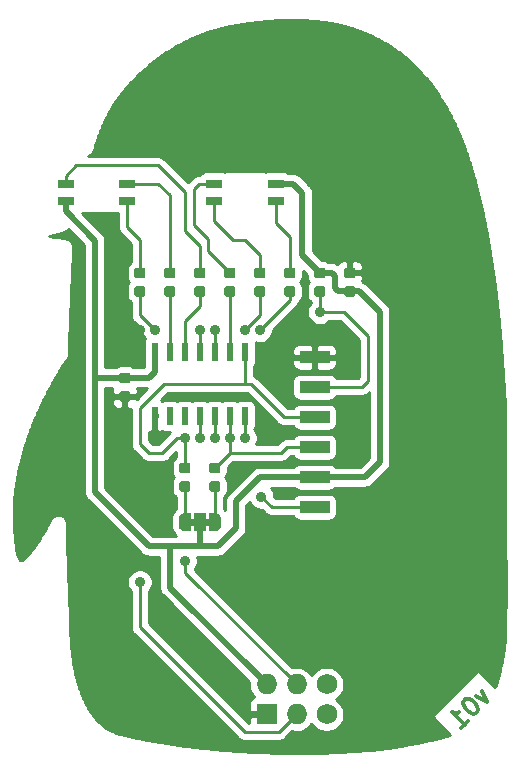
<source format=gbl>
G04 #@! TF.GenerationSoftware,KiCad,Pcbnew,(5.1.0)-1*
G04 #@! TF.CreationDate,2019-10-12T09:41:53-05:00*
G04 #@! TF.ProjectId,supercon-2019-blink,73757065-7263-46f6-9e2d-323031392d62,v01*
G04 #@! TF.SameCoordinates,Original*
G04 #@! TF.FileFunction,Copper,L2,Bot*
G04 #@! TF.FilePolarity,Positive*
%FSLAX46Y46*%
G04 Gerber Fmt 4.6, Leading zero omitted, Abs format (unit mm)*
G04 Created by KiCad (PCBNEW (5.1.0)-1) date 2019-10-12 09:41:53*
%MOMM*%
%LPD*%
G04 APERTURE LIST*
%ADD10C,0.300000*%
%ADD11C,0.100000*%
%ADD12C,0.875000*%
%ADD13R,1.400000X0.800000*%
%ADD14R,2.500000X1.000000*%
%ADD15C,0.500000*%
%ADD16R,1.000000X1.500000*%
%ADD17R,0.600000X1.500000*%
%ADD18R,1.727200X1.727200*%
%ADD19O,1.727200X1.727200*%
%ADD20C,1.727200*%
%ADD21C,0.914400*%
%ADD22C,0.508000*%
%ADD23C,0.254000*%
G04 APERTURE END LIST*
D10*
X167405406Y-120938024D02*
X167859975Y-121897669D01*
X166900330Y-121443101D01*
X165940685Y-121695639D02*
X165839669Y-121796654D01*
X165789162Y-121948177D01*
X165789162Y-122049192D01*
X165839669Y-122200715D01*
X165991192Y-122453253D01*
X166243730Y-122705791D01*
X166496269Y-122857314D01*
X166647791Y-122907822D01*
X166748807Y-122907822D01*
X166900330Y-122857314D01*
X167001345Y-122756299D01*
X167051852Y-122604776D01*
X167051852Y-122503761D01*
X167001345Y-122352238D01*
X166849822Y-122099700D01*
X166597284Y-121847162D01*
X166344746Y-121695639D01*
X166193223Y-121645131D01*
X166092208Y-121645131D01*
X165940685Y-121695639D01*
X165637639Y-124120005D02*
X166243730Y-123513913D01*
X165940685Y-123816959D02*
X164880024Y-122756299D01*
X165132563Y-122806807D01*
X165334593Y-122806807D01*
X165486116Y-122756299D01*
D11*
G36*
X142610000Y-106980000D02*
G01*
X143110000Y-106980000D01*
X143110000Y-106380000D01*
X142610000Y-106380000D01*
X142610000Y-106980000D01*
G37*
G36*
X143860000Y-106980000D02*
G01*
X144360000Y-106980000D01*
X144360000Y-106380000D01*
X143860000Y-106380000D01*
X143860000Y-106980000D01*
G37*
G36*
X156487691Y-86711053D02*
G01*
X156508926Y-86714203D01*
X156529750Y-86719419D01*
X156549962Y-86726651D01*
X156569368Y-86735830D01*
X156587781Y-86746866D01*
X156605024Y-86759654D01*
X156620930Y-86774070D01*
X156635346Y-86789976D01*
X156648134Y-86807219D01*
X156659170Y-86825632D01*
X156668349Y-86845038D01*
X156675581Y-86865250D01*
X156680797Y-86886074D01*
X156683947Y-86907309D01*
X156685000Y-86928750D01*
X156685000Y-87366250D01*
X156683947Y-87387691D01*
X156680797Y-87408926D01*
X156675581Y-87429750D01*
X156668349Y-87449962D01*
X156659170Y-87469368D01*
X156648134Y-87487781D01*
X156635346Y-87505024D01*
X156620930Y-87520930D01*
X156605024Y-87535346D01*
X156587781Y-87548134D01*
X156569368Y-87559170D01*
X156549962Y-87568349D01*
X156529750Y-87575581D01*
X156508926Y-87580797D01*
X156487691Y-87583947D01*
X156466250Y-87585000D01*
X155953750Y-87585000D01*
X155932309Y-87583947D01*
X155911074Y-87580797D01*
X155890250Y-87575581D01*
X155870038Y-87568349D01*
X155850632Y-87559170D01*
X155832219Y-87548134D01*
X155814976Y-87535346D01*
X155799070Y-87520930D01*
X155784654Y-87505024D01*
X155771866Y-87487781D01*
X155760830Y-87469368D01*
X155751651Y-87449962D01*
X155744419Y-87429750D01*
X155739203Y-87408926D01*
X155736053Y-87387691D01*
X155735000Y-87366250D01*
X155735000Y-86928750D01*
X155736053Y-86907309D01*
X155739203Y-86886074D01*
X155744419Y-86865250D01*
X155751651Y-86845038D01*
X155760830Y-86825632D01*
X155771866Y-86807219D01*
X155784654Y-86789976D01*
X155799070Y-86774070D01*
X155814976Y-86759654D01*
X155832219Y-86746866D01*
X155850632Y-86735830D01*
X155870038Y-86726651D01*
X155890250Y-86719419D01*
X155911074Y-86714203D01*
X155932309Y-86711053D01*
X155953750Y-86710000D01*
X156466250Y-86710000D01*
X156487691Y-86711053D01*
X156487691Y-86711053D01*
G37*
D12*
X156210000Y-87147500D03*
D11*
G36*
X156487691Y-85136053D02*
G01*
X156508926Y-85139203D01*
X156529750Y-85144419D01*
X156549962Y-85151651D01*
X156569368Y-85160830D01*
X156587781Y-85171866D01*
X156605024Y-85184654D01*
X156620930Y-85199070D01*
X156635346Y-85214976D01*
X156648134Y-85232219D01*
X156659170Y-85250632D01*
X156668349Y-85270038D01*
X156675581Y-85290250D01*
X156680797Y-85311074D01*
X156683947Y-85332309D01*
X156685000Y-85353750D01*
X156685000Y-85791250D01*
X156683947Y-85812691D01*
X156680797Y-85833926D01*
X156675581Y-85854750D01*
X156668349Y-85874962D01*
X156659170Y-85894368D01*
X156648134Y-85912781D01*
X156635346Y-85930024D01*
X156620930Y-85945930D01*
X156605024Y-85960346D01*
X156587781Y-85973134D01*
X156569368Y-85984170D01*
X156549962Y-85993349D01*
X156529750Y-86000581D01*
X156508926Y-86005797D01*
X156487691Y-86008947D01*
X156466250Y-86010000D01*
X155953750Y-86010000D01*
X155932309Y-86008947D01*
X155911074Y-86005797D01*
X155890250Y-86000581D01*
X155870038Y-85993349D01*
X155850632Y-85984170D01*
X155832219Y-85973134D01*
X155814976Y-85960346D01*
X155799070Y-85945930D01*
X155784654Y-85930024D01*
X155771866Y-85912781D01*
X155760830Y-85894368D01*
X155751651Y-85874962D01*
X155744419Y-85854750D01*
X155739203Y-85833926D01*
X155736053Y-85812691D01*
X155735000Y-85791250D01*
X155735000Y-85353750D01*
X155736053Y-85332309D01*
X155739203Y-85311074D01*
X155744419Y-85290250D01*
X155751651Y-85270038D01*
X155760830Y-85250632D01*
X155771866Y-85232219D01*
X155784654Y-85214976D01*
X155799070Y-85199070D01*
X155814976Y-85184654D01*
X155832219Y-85171866D01*
X155850632Y-85160830D01*
X155870038Y-85151651D01*
X155890250Y-85144419D01*
X155911074Y-85139203D01*
X155932309Y-85136053D01*
X155953750Y-85135000D01*
X156466250Y-85135000D01*
X156487691Y-85136053D01*
X156487691Y-85136053D01*
G37*
D12*
X156210000Y-85572500D03*
D11*
G36*
X137437691Y-95601053D02*
G01*
X137458926Y-95604203D01*
X137479750Y-95609419D01*
X137499962Y-95616651D01*
X137519368Y-95625830D01*
X137537781Y-95636866D01*
X137555024Y-95649654D01*
X137570930Y-95664070D01*
X137585346Y-95679976D01*
X137598134Y-95697219D01*
X137609170Y-95715632D01*
X137618349Y-95735038D01*
X137625581Y-95755250D01*
X137630797Y-95776074D01*
X137633947Y-95797309D01*
X137635000Y-95818750D01*
X137635000Y-96256250D01*
X137633947Y-96277691D01*
X137630797Y-96298926D01*
X137625581Y-96319750D01*
X137618349Y-96339962D01*
X137609170Y-96359368D01*
X137598134Y-96377781D01*
X137585346Y-96395024D01*
X137570930Y-96410930D01*
X137555024Y-96425346D01*
X137537781Y-96438134D01*
X137519368Y-96449170D01*
X137499962Y-96458349D01*
X137479750Y-96465581D01*
X137458926Y-96470797D01*
X137437691Y-96473947D01*
X137416250Y-96475000D01*
X136903750Y-96475000D01*
X136882309Y-96473947D01*
X136861074Y-96470797D01*
X136840250Y-96465581D01*
X136820038Y-96458349D01*
X136800632Y-96449170D01*
X136782219Y-96438134D01*
X136764976Y-96425346D01*
X136749070Y-96410930D01*
X136734654Y-96395024D01*
X136721866Y-96377781D01*
X136710830Y-96359368D01*
X136701651Y-96339962D01*
X136694419Y-96319750D01*
X136689203Y-96298926D01*
X136686053Y-96277691D01*
X136685000Y-96256250D01*
X136685000Y-95818750D01*
X136686053Y-95797309D01*
X136689203Y-95776074D01*
X136694419Y-95755250D01*
X136701651Y-95735038D01*
X136710830Y-95715632D01*
X136721866Y-95697219D01*
X136734654Y-95679976D01*
X136749070Y-95664070D01*
X136764976Y-95649654D01*
X136782219Y-95636866D01*
X136800632Y-95625830D01*
X136820038Y-95616651D01*
X136840250Y-95609419D01*
X136861074Y-95604203D01*
X136882309Y-95601053D01*
X136903750Y-95600000D01*
X137416250Y-95600000D01*
X137437691Y-95601053D01*
X137437691Y-95601053D01*
G37*
D12*
X137160000Y-96037500D03*
D11*
G36*
X137437691Y-94026053D02*
G01*
X137458926Y-94029203D01*
X137479750Y-94034419D01*
X137499962Y-94041651D01*
X137519368Y-94050830D01*
X137537781Y-94061866D01*
X137555024Y-94074654D01*
X137570930Y-94089070D01*
X137585346Y-94104976D01*
X137598134Y-94122219D01*
X137609170Y-94140632D01*
X137618349Y-94160038D01*
X137625581Y-94180250D01*
X137630797Y-94201074D01*
X137633947Y-94222309D01*
X137635000Y-94243750D01*
X137635000Y-94681250D01*
X137633947Y-94702691D01*
X137630797Y-94723926D01*
X137625581Y-94744750D01*
X137618349Y-94764962D01*
X137609170Y-94784368D01*
X137598134Y-94802781D01*
X137585346Y-94820024D01*
X137570930Y-94835930D01*
X137555024Y-94850346D01*
X137537781Y-94863134D01*
X137519368Y-94874170D01*
X137499962Y-94883349D01*
X137479750Y-94890581D01*
X137458926Y-94895797D01*
X137437691Y-94898947D01*
X137416250Y-94900000D01*
X136903750Y-94900000D01*
X136882309Y-94898947D01*
X136861074Y-94895797D01*
X136840250Y-94890581D01*
X136820038Y-94883349D01*
X136800632Y-94874170D01*
X136782219Y-94863134D01*
X136764976Y-94850346D01*
X136749070Y-94835930D01*
X136734654Y-94820024D01*
X136721866Y-94802781D01*
X136710830Y-94784368D01*
X136701651Y-94764962D01*
X136694419Y-94744750D01*
X136689203Y-94723926D01*
X136686053Y-94702691D01*
X136685000Y-94681250D01*
X136685000Y-94243750D01*
X136686053Y-94222309D01*
X136689203Y-94201074D01*
X136694419Y-94180250D01*
X136701651Y-94160038D01*
X136710830Y-94140632D01*
X136721866Y-94122219D01*
X136734654Y-94104976D01*
X136749070Y-94089070D01*
X136764976Y-94074654D01*
X136782219Y-94061866D01*
X136800632Y-94050830D01*
X136820038Y-94041651D01*
X136840250Y-94034419D01*
X136861074Y-94029203D01*
X136882309Y-94026053D01*
X136903750Y-94025000D01*
X137416250Y-94025000D01*
X137437691Y-94026053D01*
X137437691Y-94026053D01*
G37*
D12*
X137160000Y-94462500D03*
D13*
X137347000Y-78015000D03*
X137347000Y-79465000D03*
X132147000Y-78015000D03*
X132147000Y-79465000D03*
X149920000Y-78015000D03*
X149920000Y-79465000D03*
X144720000Y-78015000D03*
X144720000Y-79465000D03*
D14*
X153225000Y-92710000D03*
X153225000Y-95250000D03*
X153225000Y-97790000D03*
X153225000Y-100330000D03*
X153225000Y-102870000D03*
X153225000Y-105410000D03*
D15*
X144810000Y-106680000D03*
D11*
G36*
X144810000Y-105930602D02*
G01*
X144834534Y-105930602D01*
X144883365Y-105935412D01*
X144931490Y-105944984D01*
X144978445Y-105959228D01*
X145023778Y-105978005D01*
X145067051Y-106001136D01*
X145107850Y-106028396D01*
X145145779Y-106059524D01*
X145180476Y-106094221D01*
X145211604Y-106132150D01*
X145238864Y-106172949D01*
X145261995Y-106216222D01*
X145280772Y-106261555D01*
X145295016Y-106308510D01*
X145304588Y-106356635D01*
X145309398Y-106405466D01*
X145309398Y-106430000D01*
X145310000Y-106430000D01*
X145310000Y-106930000D01*
X145309398Y-106930000D01*
X145309398Y-106954534D01*
X145304588Y-107003365D01*
X145295016Y-107051490D01*
X145280772Y-107098445D01*
X145261995Y-107143778D01*
X145238864Y-107187051D01*
X145211604Y-107227850D01*
X145180476Y-107265779D01*
X145145779Y-107300476D01*
X145107850Y-107331604D01*
X145067051Y-107358864D01*
X145023778Y-107381995D01*
X144978445Y-107400772D01*
X144931490Y-107415016D01*
X144883365Y-107424588D01*
X144834534Y-107429398D01*
X144810000Y-107429398D01*
X144810000Y-107430000D01*
X144260000Y-107430000D01*
X144260000Y-105930000D01*
X144810000Y-105930000D01*
X144810000Y-105930602D01*
X144810000Y-105930602D01*
G37*
D16*
X143510000Y-106680000D03*
D15*
X142210000Y-106680000D03*
D11*
G36*
X142760000Y-107430000D02*
G01*
X142210000Y-107430000D01*
X142210000Y-107429398D01*
X142185466Y-107429398D01*
X142136635Y-107424588D01*
X142088510Y-107415016D01*
X142041555Y-107400772D01*
X141996222Y-107381995D01*
X141952949Y-107358864D01*
X141912150Y-107331604D01*
X141874221Y-107300476D01*
X141839524Y-107265779D01*
X141808396Y-107227850D01*
X141781136Y-107187051D01*
X141758005Y-107143778D01*
X141739228Y-107098445D01*
X141724984Y-107051490D01*
X141715412Y-107003365D01*
X141710602Y-106954534D01*
X141710602Y-106930000D01*
X141710000Y-106930000D01*
X141710000Y-106430000D01*
X141710602Y-106430000D01*
X141710602Y-106405466D01*
X141715412Y-106356635D01*
X141724984Y-106308510D01*
X141739228Y-106261555D01*
X141758005Y-106216222D01*
X141781136Y-106172949D01*
X141808396Y-106132150D01*
X141839524Y-106094221D01*
X141874221Y-106059524D01*
X141912150Y-106028396D01*
X141952949Y-106001136D01*
X141996222Y-105978005D01*
X142041555Y-105959228D01*
X142088510Y-105944984D01*
X142136635Y-105935412D01*
X142185466Y-105930602D01*
X142210000Y-105930602D01*
X142210000Y-105930000D01*
X142760000Y-105930000D01*
X142760000Y-107430000D01*
X142760000Y-107430000D01*
G37*
G36*
X153947691Y-86711053D02*
G01*
X153968926Y-86714203D01*
X153989750Y-86719419D01*
X154009962Y-86726651D01*
X154029368Y-86735830D01*
X154047781Y-86746866D01*
X154065024Y-86759654D01*
X154080930Y-86774070D01*
X154095346Y-86789976D01*
X154108134Y-86807219D01*
X154119170Y-86825632D01*
X154128349Y-86845038D01*
X154135581Y-86865250D01*
X154140797Y-86886074D01*
X154143947Y-86907309D01*
X154145000Y-86928750D01*
X154145000Y-87366250D01*
X154143947Y-87387691D01*
X154140797Y-87408926D01*
X154135581Y-87429750D01*
X154128349Y-87449962D01*
X154119170Y-87469368D01*
X154108134Y-87487781D01*
X154095346Y-87505024D01*
X154080930Y-87520930D01*
X154065024Y-87535346D01*
X154047781Y-87548134D01*
X154029368Y-87559170D01*
X154009962Y-87568349D01*
X153989750Y-87575581D01*
X153968926Y-87580797D01*
X153947691Y-87583947D01*
X153926250Y-87585000D01*
X153413750Y-87585000D01*
X153392309Y-87583947D01*
X153371074Y-87580797D01*
X153350250Y-87575581D01*
X153330038Y-87568349D01*
X153310632Y-87559170D01*
X153292219Y-87548134D01*
X153274976Y-87535346D01*
X153259070Y-87520930D01*
X153244654Y-87505024D01*
X153231866Y-87487781D01*
X153220830Y-87469368D01*
X153211651Y-87449962D01*
X153204419Y-87429750D01*
X153199203Y-87408926D01*
X153196053Y-87387691D01*
X153195000Y-87366250D01*
X153195000Y-86928750D01*
X153196053Y-86907309D01*
X153199203Y-86886074D01*
X153204419Y-86865250D01*
X153211651Y-86845038D01*
X153220830Y-86825632D01*
X153231866Y-86807219D01*
X153244654Y-86789976D01*
X153259070Y-86774070D01*
X153274976Y-86759654D01*
X153292219Y-86746866D01*
X153310632Y-86735830D01*
X153330038Y-86726651D01*
X153350250Y-86719419D01*
X153371074Y-86714203D01*
X153392309Y-86711053D01*
X153413750Y-86710000D01*
X153926250Y-86710000D01*
X153947691Y-86711053D01*
X153947691Y-86711053D01*
G37*
D12*
X153670000Y-87147500D03*
D11*
G36*
X153947691Y-85136053D02*
G01*
X153968926Y-85139203D01*
X153989750Y-85144419D01*
X154009962Y-85151651D01*
X154029368Y-85160830D01*
X154047781Y-85171866D01*
X154065024Y-85184654D01*
X154080930Y-85199070D01*
X154095346Y-85214976D01*
X154108134Y-85232219D01*
X154119170Y-85250632D01*
X154128349Y-85270038D01*
X154135581Y-85290250D01*
X154140797Y-85311074D01*
X154143947Y-85332309D01*
X154145000Y-85353750D01*
X154145000Y-85791250D01*
X154143947Y-85812691D01*
X154140797Y-85833926D01*
X154135581Y-85854750D01*
X154128349Y-85874962D01*
X154119170Y-85894368D01*
X154108134Y-85912781D01*
X154095346Y-85930024D01*
X154080930Y-85945930D01*
X154065024Y-85960346D01*
X154047781Y-85973134D01*
X154029368Y-85984170D01*
X154009962Y-85993349D01*
X153989750Y-86000581D01*
X153968926Y-86005797D01*
X153947691Y-86008947D01*
X153926250Y-86010000D01*
X153413750Y-86010000D01*
X153392309Y-86008947D01*
X153371074Y-86005797D01*
X153350250Y-86000581D01*
X153330038Y-85993349D01*
X153310632Y-85984170D01*
X153292219Y-85973134D01*
X153274976Y-85960346D01*
X153259070Y-85945930D01*
X153244654Y-85930024D01*
X153231866Y-85912781D01*
X153220830Y-85894368D01*
X153211651Y-85874962D01*
X153204419Y-85854750D01*
X153199203Y-85833926D01*
X153196053Y-85812691D01*
X153195000Y-85791250D01*
X153195000Y-85353750D01*
X153196053Y-85332309D01*
X153199203Y-85311074D01*
X153204419Y-85290250D01*
X153211651Y-85270038D01*
X153220830Y-85250632D01*
X153231866Y-85232219D01*
X153244654Y-85214976D01*
X153259070Y-85199070D01*
X153274976Y-85184654D01*
X153292219Y-85171866D01*
X153310632Y-85160830D01*
X153330038Y-85151651D01*
X153350250Y-85144419D01*
X153371074Y-85139203D01*
X153392309Y-85136053D01*
X153413750Y-85135000D01*
X153926250Y-85135000D01*
X153947691Y-85136053D01*
X153947691Y-85136053D01*
G37*
D12*
X153670000Y-85572500D03*
D11*
G36*
X142517691Y-103221053D02*
G01*
X142538926Y-103224203D01*
X142559750Y-103229419D01*
X142579962Y-103236651D01*
X142599368Y-103245830D01*
X142617781Y-103256866D01*
X142635024Y-103269654D01*
X142650930Y-103284070D01*
X142665346Y-103299976D01*
X142678134Y-103317219D01*
X142689170Y-103335632D01*
X142698349Y-103355038D01*
X142705581Y-103375250D01*
X142710797Y-103396074D01*
X142713947Y-103417309D01*
X142715000Y-103438750D01*
X142715000Y-103876250D01*
X142713947Y-103897691D01*
X142710797Y-103918926D01*
X142705581Y-103939750D01*
X142698349Y-103959962D01*
X142689170Y-103979368D01*
X142678134Y-103997781D01*
X142665346Y-104015024D01*
X142650930Y-104030930D01*
X142635024Y-104045346D01*
X142617781Y-104058134D01*
X142599368Y-104069170D01*
X142579962Y-104078349D01*
X142559750Y-104085581D01*
X142538926Y-104090797D01*
X142517691Y-104093947D01*
X142496250Y-104095000D01*
X141983750Y-104095000D01*
X141962309Y-104093947D01*
X141941074Y-104090797D01*
X141920250Y-104085581D01*
X141900038Y-104078349D01*
X141880632Y-104069170D01*
X141862219Y-104058134D01*
X141844976Y-104045346D01*
X141829070Y-104030930D01*
X141814654Y-104015024D01*
X141801866Y-103997781D01*
X141790830Y-103979368D01*
X141781651Y-103959962D01*
X141774419Y-103939750D01*
X141769203Y-103918926D01*
X141766053Y-103897691D01*
X141765000Y-103876250D01*
X141765000Y-103438750D01*
X141766053Y-103417309D01*
X141769203Y-103396074D01*
X141774419Y-103375250D01*
X141781651Y-103355038D01*
X141790830Y-103335632D01*
X141801866Y-103317219D01*
X141814654Y-103299976D01*
X141829070Y-103284070D01*
X141844976Y-103269654D01*
X141862219Y-103256866D01*
X141880632Y-103245830D01*
X141900038Y-103236651D01*
X141920250Y-103229419D01*
X141941074Y-103224203D01*
X141962309Y-103221053D01*
X141983750Y-103220000D01*
X142496250Y-103220000D01*
X142517691Y-103221053D01*
X142517691Y-103221053D01*
G37*
D12*
X142240000Y-103657500D03*
D11*
G36*
X142517691Y-101646053D02*
G01*
X142538926Y-101649203D01*
X142559750Y-101654419D01*
X142579962Y-101661651D01*
X142599368Y-101670830D01*
X142617781Y-101681866D01*
X142635024Y-101694654D01*
X142650930Y-101709070D01*
X142665346Y-101724976D01*
X142678134Y-101742219D01*
X142689170Y-101760632D01*
X142698349Y-101780038D01*
X142705581Y-101800250D01*
X142710797Y-101821074D01*
X142713947Y-101842309D01*
X142715000Y-101863750D01*
X142715000Y-102301250D01*
X142713947Y-102322691D01*
X142710797Y-102343926D01*
X142705581Y-102364750D01*
X142698349Y-102384962D01*
X142689170Y-102404368D01*
X142678134Y-102422781D01*
X142665346Y-102440024D01*
X142650930Y-102455930D01*
X142635024Y-102470346D01*
X142617781Y-102483134D01*
X142599368Y-102494170D01*
X142579962Y-102503349D01*
X142559750Y-102510581D01*
X142538926Y-102515797D01*
X142517691Y-102518947D01*
X142496250Y-102520000D01*
X141983750Y-102520000D01*
X141962309Y-102518947D01*
X141941074Y-102515797D01*
X141920250Y-102510581D01*
X141900038Y-102503349D01*
X141880632Y-102494170D01*
X141862219Y-102483134D01*
X141844976Y-102470346D01*
X141829070Y-102455930D01*
X141814654Y-102440024D01*
X141801866Y-102422781D01*
X141790830Y-102404368D01*
X141781651Y-102384962D01*
X141774419Y-102364750D01*
X141769203Y-102343926D01*
X141766053Y-102322691D01*
X141765000Y-102301250D01*
X141765000Y-101863750D01*
X141766053Y-101842309D01*
X141769203Y-101821074D01*
X141774419Y-101800250D01*
X141781651Y-101780038D01*
X141790830Y-101760632D01*
X141801866Y-101742219D01*
X141814654Y-101724976D01*
X141829070Y-101709070D01*
X141844976Y-101694654D01*
X141862219Y-101681866D01*
X141880632Y-101670830D01*
X141900038Y-101661651D01*
X141920250Y-101654419D01*
X141941074Y-101649203D01*
X141962309Y-101646053D01*
X141983750Y-101645000D01*
X142496250Y-101645000D01*
X142517691Y-101646053D01*
X142517691Y-101646053D01*
G37*
D12*
X142240000Y-102082500D03*
D11*
G36*
X145057691Y-101646053D02*
G01*
X145078926Y-101649203D01*
X145099750Y-101654419D01*
X145119962Y-101661651D01*
X145139368Y-101670830D01*
X145157781Y-101681866D01*
X145175024Y-101694654D01*
X145190930Y-101709070D01*
X145205346Y-101724976D01*
X145218134Y-101742219D01*
X145229170Y-101760632D01*
X145238349Y-101780038D01*
X145245581Y-101800250D01*
X145250797Y-101821074D01*
X145253947Y-101842309D01*
X145255000Y-101863750D01*
X145255000Y-102301250D01*
X145253947Y-102322691D01*
X145250797Y-102343926D01*
X145245581Y-102364750D01*
X145238349Y-102384962D01*
X145229170Y-102404368D01*
X145218134Y-102422781D01*
X145205346Y-102440024D01*
X145190930Y-102455930D01*
X145175024Y-102470346D01*
X145157781Y-102483134D01*
X145139368Y-102494170D01*
X145119962Y-102503349D01*
X145099750Y-102510581D01*
X145078926Y-102515797D01*
X145057691Y-102518947D01*
X145036250Y-102520000D01*
X144523750Y-102520000D01*
X144502309Y-102518947D01*
X144481074Y-102515797D01*
X144460250Y-102510581D01*
X144440038Y-102503349D01*
X144420632Y-102494170D01*
X144402219Y-102483134D01*
X144384976Y-102470346D01*
X144369070Y-102455930D01*
X144354654Y-102440024D01*
X144341866Y-102422781D01*
X144330830Y-102404368D01*
X144321651Y-102384962D01*
X144314419Y-102364750D01*
X144309203Y-102343926D01*
X144306053Y-102322691D01*
X144305000Y-102301250D01*
X144305000Y-101863750D01*
X144306053Y-101842309D01*
X144309203Y-101821074D01*
X144314419Y-101800250D01*
X144321651Y-101780038D01*
X144330830Y-101760632D01*
X144341866Y-101742219D01*
X144354654Y-101724976D01*
X144369070Y-101709070D01*
X144384976Y-101694654D01*
X144402219Y-101681866D01*
X144420632Y-101670830D01*
X144440038Y-101661651D01*
X144460250Y-101654419D01*
X144481074Y-101649203D01*
X144502309Y-101646053D01*
X144523750Y-101645000D01*
X145036250Y-101645000D01*
X145057691Y-101646053D01*
X145057691Y-101646053D01*
G37*
D12*
X144780000Y-102082500D03*
D11*
G36*
X145057691Y-103221053D02*
G01*
X145078926Y-103224203D01*
X145099750Y-103229419D01*
X145119962Y-103236651D01*
X145139368Y-103245830D01*
X145157781Y-103256866D01*
X145175024Y-103269654D01*
X145190930Y-103284070D01*
X145205346Y-103299976D01*
X145218134Y-103317219D01*
X145229170Y-103335632D01*
X145238349Y-103355038D01*
X145245581Y-103375250D01*
X145250797Y-103396074D01*
X145253947Y-103417309D01*
X145255000Y-103438750D01*
X145255000Y-103876250D01*
X145253947Y-103897691D01*
X145250797Y-103918926D01*
X145245581Y-103939750D01*
X145238349Y-103959962D01*
X145229170Y-103979368D01*
X145218134Y-103997781D01*
X145205346Y-104015024D01*
X145190930Y-104030930D01*
X145175024Y-104045346D01*
X145157781Y-104058134D01*
X145139368Y-104069170D01*
X145119962Y-104078349D01*
X145099750Y-104085581D01*
X145078926Y-104090797D01*
X145057691Y-104093947D01*
X145036250Y-104095000D01*
X144523750Y-104095000D01*
X144502309Y-104093947D01*
X144481074Y-104090797D01*
X144460250Y-104085581D01*
X144440038Y-104078349D01*
X144420632Y-104069170D01*
X144402219Y-104058134D01*
X144384976Y-104045346D01*
X144369070Y-104030930D01*
X144354654Y-104015024D01*
X144341866Y-103997781D01*
X144330830Y-103979368D01*
X144321651Y-103959962D01*
X144314419Y-103939750D01*
X144309203Y-103918926D01*
X144306053Y-103897691D01*
X144305000Y-103876250D01*
X144305000Y-103438750D01*
X144306053Y-103417309D01*
X144309203Y-103396074D01*
X144314419Y-103375250D01*
X144321651Y-103355038D01*
X144330830Y-103335632D01*
X144341866Y-103317219D01*
X144354654Y-103299976D01*
X144369070Y-103284070D01*
X144384976Y-103269654D01*
X144402219Y-103256866D01*
X144420632Y-103245830D01*
X144440038Y-103236651D01*
X144460250Y-103229419D01*
X144481074Y-103224203D01*
X144502309Y-103221053D01*
X144523750Y-103220000D01*
X145036250Y-103220000D01*
X145057691Y-103221053D01*
X145057691Y-103221053D01*
G37*
D12*
X144780000Y-103657500D03*
D11*
G36*
X138707691Y-85136053D02*
G01*
X138728926Y-85139203D01*
X138749750Y-85144419D01*
X138769962Y-85151651D01*
X138789368Y-85160830D01*
X138807781Y-85171866D01*
X138825024Y-85184654D01*
X138840930Y-85199070D01*
X138855346Y-85214976D01*
X138868134Y-85232219D01*
X138879170Y-85250632D01*
X138888349Y-85270038D01*
X138895581Y-85290250D01*
X138900797Y-85311074D01*
X138903947Y-85332309D01*
X138905000Y-85353750D01*
X138905000Y-85791250D01*
X138903947Y-85812691D01*
X138900797Y-85833926D01*
X138895581Y-85854750D01*
X138888349Y-85874962D01*
X138879170Y-85894368D01*
X138868134Y-85912781D01*
X138855346Y-85930024D01*
X138840930Y-85945930D01*
X138825024Y-85960346D01*
X138807781Y-85973134D01*
X138789368Y-85984170D01*
X138769962Y-85993349D01*
X138749750Y-86000581D01*
X138728926Y-86005797D01*
X138707691Y-86008947D01*
X138686250Y-86010000D01*
X138173750Y-86010000D01*
X138152309Y-86008947D01*
X138131074Y-86005797D01*
X138110250Y-86000581D01*
X138090038Y-85993349D01*
X138070632Y-85984170D01*
X138052219Y-85973134D01*
X138034976Y-85960346D01*
X138019070Y-85945930D01*
X138004654Y-85930024D01*
X137991866Y-85912781D01*
X137980830Y-85894368D01*
X137971651Y-85874962D01*
X137964419Y-85854750D01*
X137959203Y-85833926D01*
X137956053Y-85812691D01*
X137955000Y-85791250D01*
X137955000Y-85353750D01*
X137956053Y-85332309D01*
X137959203Y-85311074D01*
X137964419Y-85290250D01*
X137971651Y-85270038D01*
X137980830Y-85250632D01*
X137991866Y-85232219D01*
X138004654Y-85214976D01*
X138019070Y-85199070D01*
X138034976Y-85184654D01*
X138052219Y-85171866D01*
X138070632Y-85160830D01*
X138090038Y-85151651D01*
X138110250Y-85144419D01*
X138131074Y-85139203D01*
X138152309Y-85136053D01*
X138173750Y-85135000D01*
X138686250Y-85135000D01*
X138707691Y-85136053D01*
X138707691Y-85136053D01*
G37*
D12*
X138430000Y-85572500D03*
D11*
G36*
X138707691Y-86711053D02*
G01*
X138728926Y-86714203D01*
X138749750Y-86719419D01*
X138769962Y-86726651D01*
X138789368Y-86735830D01*
X138807781Y-86746866D01*
X138825024Y-86759654D01*
X138840930Y-86774070D01*
X138855346Y-86789976D01*
X138868134Y-86807219D01*
X138879170Y-86825632D01*
X138888349Y-86845038D01*
X138895581Y-86865250D01*
X138900797Y-86886074D01*
X138903947Y-86907309D01*
X138905000Y-86928750D01*
X138905000Y-87366250D01*
X138903947Y-87387691D01*
X138900797Y-87408926D01*
X138895581Y-87429750D01*
X138888349Y-87449962D01*
X138879170Y-87469368D01*
X138868134Y-87487781D01*
X138855346Y-87505024D01*
X138840930Y-87520930D01*
X138825024Y-87535346D01*
X138807781Y-87548134D01*
X138789368Y-87559170D01*
X138769962Y-87568349D01*
X138749750Y-87575581D01*
X138728926Y-87580797D01*
X138707691Y-87583947D01*
X138686250Y-87585000D01*
X138173750Y-87585000D01*
X138152309Y-87583947D01*
X138131074Y-87580797D01*
X138110250Y-87575581D01*
X138090038Y-87568349D01*
X138070632Y-87559170D01*
X138052219Y-87548134D01*
X138034976Y-87535346D01*
X138019070Y-87520930D01*
X138004654Y-87505024D01*
X137991866Y-87487781D01*
X137980830Y-87469368D01*
X137971651Y-87449962D01*
X137964419Y-87429750D01*
X137959203Y-87408926D01*
X137956053Y-87387691D01*
X137955000Y-87366250D01*
X137955000Y-86928750D01*
X137956053Y-86907309D01*
X137959203Y-86886074D01*
X137964419Y-86865250D01*
X137971651Y-86845038D01*
X137980830Y-86825632D01*
X137991866Y-86807219D01*
X138004654Y-86789976D01*
X138019070Y-86774070D01*
X138034976Y-86759654D01*
X138052219Y-86746866D01*
X138070632Y-86735830D01*
X138090038Y-86726651D01*
X138110250Y-86719419D01*
X138131074Y-86714203D01*
X138152309Y-86711053D01*
X138173750Y-86710000D01*
X138686250Y-86710000D01*
X138707691Y-86711053D01*
X138707691Y-86711053D01*
G37*
D12*
X138430000Y-87147500D03*
D11*
G36*
X143787691Y-86711053D02*
G01*
X143808926Y-86714203D01*
X143829750Y-86719419D01*
X143849962Y-86726651D01*
X143869368Y-86735830D01*
X143887781Y-86746866D01*
X143905024Y-86759654D01*
X143920930Y-86774070D01*
X143935346Y-86789976D01*
X143948134Y-86807219D01*
X143959170Y-86825632D01*
X143968349Y-86845038D01*
X143975581Y-86865250D01*
X143980797Y-86886074D01*
X143983947Y-86907309D01*
X143985000Y-86928750D01*
X143985000Y-87366250D01*
X143983947Y-87387691D01*
X143980797Y-87408926D01*
X143975581Y-87429750D01*
X143968349Y-87449962D01*
X143959170Y-87469368D01*
X143948134Y-87487781D01*
X143935346Y-87505024D01*
X143920930Y-87520930D01*
X143905024Y-87535346D01*
X143887781Y-87548134D01*
X143869368Y-87559170D01*
X143849962Y-87568349D01*
X143829750Y-87575581D01*
X143808926Y-87580797D01*
X143787691Y-87583947D01*
X143766250Y-87585000D01*
X143253750Y-87585000D01*
X143232309Y-87583947D01*
X143211074Y-87580797D01*
X143190250Y-87575581D01*
X143170038Y-87568349D01*
X143150632Y-87559170D01*
X143132219Y-87548134D01*
X143114976Y-87535346D01*
X143099070Y-87520930D01*
X143084654Y-87505024D01*
X143071866Y-87487781D01*
X143060830Y-87469368D01*
X143051651Y-87449962D01*
X143044419Y-87429750D01*
X143039203Y-87408926D01*
X143036053Y-87387691D01*
X143035000Y-87366250D01*
X143035000Y-86928750D01*
X143036053Y-86907309D01*
X143039203Y-86886074D01*
X143044419Y-86865250D01*
X143051651Y-86845038D01*
X143060830Y-86825632D01*
X143071866Y-86807219D01*
X143084654Y-86789976D01*
X143099070Y-86774070D01*
X143114976Y-86759654D01*
X143132219Y-86746866D01*
X143150632Y-86735830D01*
X143170038Y-86726651D01*
X143190250Y-86719419D01*
X143211074Y-86714203D01*
X143232309Y-86711053D01*
X143253750Y-86710000D01*
X143766250Y-86710000D01*
X143787691Y-86711053D01*
X143787691Y-86711053D01*
G37*
D12*
X143510000Y-87147500D03*
D11*
G36*
X143787691Y-85136053D02*
G01*
X143808926Y-85139203D01*
X143829750Y-85144419D01*
X143849962Y-85151651D01*
X143869368Y-85160830D01*
X143887781Y-85171866D01*
X143905024Y-85184654D01*
X143920930Y-85199070D01*
X143935346Y-85214976D01*
X143948134Y-85232219D01*
X143959170Y-85250632D01*
X143968349Y-85270038D01*
X143975581Y-85290250D01*
X143980797Y-85311074D01*
X143983947Y-85332309D01*
X143985000Y-85353750D01*
X143985000Y-85791250D01*
X143983947Y-85812691D01*
X143980797Y-85833926D01*
X143975581Y-85854750D01*
X143968349Y-85874962D01*
X143959170Y-85894368D01*
X143948134Y-85912781D01*
X143935346Y-85930024D01*
X143920930Y-85945930D01*
X143905024Y-85960346D01*
X143887781Y-85973134D01*
X143869368Y-85984170D01*
X143849962Y-85993349D01*
X143829750Y-86000581D01*
X143808926Y-86005797D01*
X143787691Y-86008947D01*
X143766250Y-86010000D01*
X143253750Y-86010000D01*
X143232309Y-86008947D01*
X143211074Y-86005797D01*
X143190250Y-86000581D01*
X143170038Y-85993349D01*
X143150632Y-85984170D01*
X143132219Y-85973134D01*
X143114976Y-85960346D01*
X143099070Y-85945930D01*
X143084654Y-85930024D01*
X143071866Y-85912781D01*
X143060830Y-85894368D01*
X143051651Y-85874962D01*
X143044419Y-85854750D01*
X143039203Y-85833926D01*
X143036053Y-85812691D01*
X143035000Y-85791250D01*
X143035000Y-85353750D01*
X143036053Y-85332309D01*
X143039203Y-85311074D01*
X143044419Y-85290250D01*
X143051651Y-85270038D01*
X143060830Y-85250632D01*
X143071866Y-85232219D01*
X143084654Y-85214976D01*
X143099070Y-85199070D01*
X143114976Y-85184654D01*
X143132219Y-85171866D01*
X143150632Y-85160830D01*
X143170038Y-85151651D01*
X143190250Y-85144419D01*
X143211074Y-85139203D01*
X143232309Y-85136053D01*
X143253750Y-85135000D01*
X143766250Y-85135000D01*
X143787691Y-85136053D01*
X143787691Y-85136053D01*
G37*
D12*
X143510000Y-85572500D03*
D11*
G36*
X141247691Y-85136053D02*
G01*
X141268926Y-85139203D01*
X141289750Y-85144419D01*
X141309962Y-85151651D01*
X141329368Y-85160830D01*
X141347781Y-85171866D01*
X141365024Y-85184654D01*
X141380930Y-85199070D01*
X141395346Y-85214976D01*
X141408134Y-85232219D01*
X141419170Y-85250632D01*
X141428349Y-85270038D01*
X141435581Y-85290250D01*
X141440797Y-85311074D01*
X141443947Y-85332309D01*
X141445000Y-85353750D01*
X141445000Y-85791250D01*
X141443947Y-85812691D01*
X141440797Y-85833926D01*
X141435581Y-85854750D01*
X141428349Y-85874962D01*
X141419170Y-85894368D01*
X141408134Y-85912781D01*
X141395346Y-85930024D01*
X141380930Y-85945930D01*
X141365024Y-85960346D01*
X141347781Y-85973134D01*
X141329368Y-85984170D01*
X141309962Y-85993349D01*
X141289750Y-86000581D01*
X141268926Y-86005797D01*
X141247691Y-86008947D01*
X141226250Y-86010000D01*
X140713750Y-86010000D01*
X140692309Y-86008947D01*
X140671074Y-86005797D01*
X140650250Y-86000581D01*
X140630038Y-85993349D01*
X140610632Y-85984170D01*
X140592219Y-85973134D01*
X140574976Y-85960346D01*
X140559070Y-85945930D01*
X140544654Y-85930024D01*
X140531866Y-85912781D01*
X140520830Y-85894368D01*
X140511651Y-85874962D01*
X140504419Y-85854750D01*
X140499203Y-85833926D01*
X140496053Y-85812691D01*
X140495000Y-85791250D01*
X140495000Y-85353750D01*
X140496053Y-85332309D01*
X140499203Y-85311074D01*
X140504419Y-85290250D01*
X140511651Y-85270038D01*
X140520830Y-85250632D01*
X140531866Y-85232219D01*
X140544654Y-85214976D01*
X140559070Y-85199070D01*
X140574976Y-85184654D01*
X140592219Y-85171866D01*
X140610632Y-85160830D01*
X140630038Y-85151651D01*
X140650250Y-85144419D01*
X140671074Y-85139203D01*
X140692309Y-85136053D01*
X140713750Y-85135000D01*
X141226250Y-85135000D01*
X141247691Y-85136053D01*
X141247691Y-85136053D01*
G37*
D12*
X140970000Y-85572500D03*
D11*
G36*
X141247691Y-86711053D02*
G01*
X141268926Y-86714203D01*
X141289750Y-86719419D01*
X141309962Y-86726651D01*
X141329368Y-86735830D01*
X141347781Y-86746866D01*
X141365024Y-86759654D01*
X141380930Y-86774070D01*
X141395346Y-86789976D01*
X141408134Y-86807219D01*
X141419170Y-86825632D01*
X141428349Y-86845038D01*
X141435581Y-86865250D01*
X141440797Y-86886074D01*
X141443947Y-86907309D01*
X141445000Y-86928750D01*
X141445000Y-87366250D01*
X141443947Y-87387691D01*
X141440797Y-87408926D01*
X141435581Y-87429750D01*
X141428349Y-87449962D01*
X141419170Y-87469368D01*
X141408134Y-87487781D01*
X141395346Y-87505024D01*
X141380930Y-87520930D01*
X141365024Y-87535346D01*
X141347781Y-87548134D01*
X141329368Y-87559170D01*
X141309962Y-87568349D01*
X141289750Y-87575581D01*
X141268926Y-87580797D01*
X141247691Y-87583947D01*
X141226250Y-87585000D01*
X140713750Y-87585000D01*
X140692309Y-87583947D01*
X140671074Y-87580797D01*
X140650250Y-87575581D01*
X140630038Y-87568349D01*
X140610632Y-87559170D01*
X140592219Y-87548134D01*
X140574976Y-87535346D01*
X140559070Y-87520930D01*
X140544654Y-87505024D01*
X140531866Y-87487781D01*
X140520830Y-87469368D01*
X140511651Y-87449962D01*
X140504419Y-87429750D01*
X140499203Y-87408926D01*
X140496053Y-87387691D01*
X140495000Y-87366250D01*
X140495000Y-86928750D01*
X140496053Y-86907309D01*
X140499203Y-86886074D01*
X140504419Y-86865250D01*
X140511651Y-86845038D01*
X140520830Y-86825632D01*
X140531866Y-86807219D01*
X140544654Y-86789976D01*
X140559070Y-86774070D01*
X140574976Y-86759654D01*
X140592219Y-86746866D01*
X140610632Y-86735830D01*
X140630038Y-86726651D01*
X140650250Y-86719419D01*
X140671074Y-86714203D01*
X140692309Y-86711053D01*
X140713750Y-86710000D01*
X141226250Y-86710000D01*
X141247691Y-86711053D01*
X141247691Y-86711053D01*
G37*
D12*
X140970000Y-87147500D03*
D11*
G36*
X146327691Y-85136053D02*
G01*
X146348926Y-85139203D01*
X146369750Y-85144419D01*
X146389962Y-85151651D01*
X146409368Y-85160830D01*
X146427781Y-85171866D01*
X146445024Y-85184654D01*
X146460930Y-85199070D01*
X146475346Y-85214976D01*
X146488134Y-85232219D01*
X146499170Y-85250632D01*
X146508349Y-85270038D01*
X146515581Y-85290250D01*
X146520797Y-85311074D01*
X146523947Y-85332309D01*
X146525000Y-85353750D01*
X146525000Y-85791250D01*
X146523947Y-85812691D01*
X146520797Y-85833926D01*
X146515581Y-85854750D01*
X146508349Y-85874962D01*
X146499170Y-85894368D01*
X146488134Y-85912781D01*
X146475346Y-85930024D01*
X146460930Y-85945930D01*
X146445024Y-85960346D01*
X146427781Y-85973134D01*
X146409368Y-85984170D01*
X146389962Y-85993349D01*
X146369750Y-86000581D01*
X146348926Y-86005797D01*
X146327691Y-86008947D01*
X146306250Y-86010000D01*
X145793750Y-86010000D01*
X145772309Y-86008947D01*
X145751074Y-86005797D01*
X145730250Y-86000581D01*
X145710038Y-85993349D01*
X145690632Y-85984170D01*
X145672219Y-85973134D01*
X145654976Y-85960346D01*
X145639070Y-85945930D01*
X145624654Y-85930024D01*
X145611866Y-85912781D01*
X145600830Y-85894368D01*
X145591651Y-85874962D01*
X145584419Y-85854750D01*
X145579203Y-85833926D01*
X145576053Y-85812691D01*
X145575000Y-85791250D01*
X145575000Y-85353750D01*
X145576053Y-85332309D01*
X145579203Y-85311074D01*
X145584419Y-85290250D01*
X145591651Y-85270038D01*
X145600830Y-85250632D01*
X145611866Y-85232219D01*
X145624654Y-85214976D01*
X145639070Y-85199070D01*
X145654976Y-85184654D01*
X145672219Y-85171866D01*
X145690632Y-85160830D01*
X145710038Y-85151651D01*
X145730250Y-85144419D01*
X145751074Y-85139203D01*
X145772309Y-85136053D01*
X145793750Y-85135000D01*
X146306250Y-85135000D01*
X146327691Y-85136053D01*
X146327691Y-85136053D01*
G37*
D12*
X146050000Y-85572500D03*
D11*
G36*
X146327691Y-86711053D02*
G01*
X146348926Y-86714203D01*
X146369750Y-86719419D01*
X146389962Y-86726651D01*
X146409368Y-86735830D01*
X146427781Y-86746866D01*
X146445024Y-86759654D01*
X146460930Y-86774070D01*
X146475346Y-86789976D01*
X146488134Y-86807219D01*
X146499170Y-86825632D01*
X146508349Y-86845038D01*
X146515581Y-86865250D01*
X146520797Y-86886074D01*
X146523947Y-86907309D01*
X146525000Y-86928750D01*
X146525000Y-87366250D01*
X146523947Y-87387691D01*
X146520797Y-87408926D01*
X146515581Y-87429750D01*
X146508349Y-87449962D01*
X146499170Y-87469368D01*
X146488134Y-87487781D01*
X146475346Y-87505024D01*
X146460930Y-87520930D01*
X146445024Y-87535346D01*
X146427781Y-87548134D01*
X146409368Y-87559170D01*
X146389962Y-87568349D01*
X146369750Y-87575581D01*
X146348926Y-87580797D01*
X146327691Y-87583947D01*
X146306250Y-87585000D01*
X145793750Y-87585000D01*
X145772309Y-87583947D01*
X145751074Y-87580797D01*
X145730250Y-87575581D01*
X145710038Y-87568349D01*
X145690632Y-87559170D01*
X145672219Y-87548134D01*
X145654976Y-87535346D01*
X145639070Y-87520930D01*
X145624654Y-87505024D01*
X145611866Y-87487781D01*
X145600830Y-87469368D01*
X145591651Y-87449962D01*
X145584419Y-87429750D01*
X145579203Y-87408926D01*
X145576053Y-87387691D01*
X145575000Y-87366250D01*
X145575000Y-86928750D01*
X145576053Y-86907309D01*
X145579203Y-86886074D01*
X145584419Y-86865250D01*
X145591651Y-86845038D01*
X145600830Y-86825632D01*
X145611866Y-86807219D01*
X145624654Y-86789976D01*
X145639070Y-86774070D01*
X145654976Y-86759654D01*
X145672219Y-86746866D01*
X145690632Y-86735830D01*
X145710038Y-86726651D01*
X145730250Y-86719419D01*
X145751074Y-86714203D01*
X145772309Y-86711053D01*
X145793750Y-86710000D01*
X146306250Y-86710000D01*
X146327691Y-86711053D01*
X146327691Y-86711053D01*
G37*
D12*
X146050000Y-87147500D03*
D11*
G36*
X151407691Y-86711053D02*
G01*
X151428926Y-86714203D01*
X151449750Y-86719419D01*
X151469962Y-86726651D01*
X151489368Y-86735830D01*
X151507781Y-86746866D01*
X151525024Y-86759654D01*
X151540930Y-86774070D01*
X151555346Y-86789976D01*
X151568134Y-86807219D01*
X151579170Y-86825632D01*
X151588349Y-86845038D01*
X151595581Y-86865250D01*
X151600797Y-86886074D01*
X151603947Y-86907309D01*
X151605000Y-86928750D01*
X151605000Y-87366250D01*
X151603947Y-87387691D01*
X151600797Y-87408926D01*
X151595581Y-87429750D01*
X151588349Y-87449962D01*
X151579170Y-87469368D01*
X151568134Y-87487781D01*
X151555346Y-87505024D01*
X151540930Y-87520930D01*
X151525024Y-87535346D01*
X151507781Y-87548134D01*
X151489368Y-87559170D01*
X151469962Y-87568349D01*
X151449750Y-87575581D01*
X151428926Y-87580797D01*
X151407691Y-87583947D01*
X151386250Y-87585000D01*
X150873750Y-87585000D01*
X150852309Y-87583947D01*
X150831074Y-87580797D01*
X150810250Y-87575581D01*
X150790038Y-87568349D01*
X150770632Y-87559170D01*
X150752219Y-87548134D01*
X150734976Y-87535346D01*
X150719070Y-87520930D01*
X150704654Y-87505024D01*
X150691866Y-87487781D01*
X150680830Y-87469368D01*
X150671651Y-87449962D01*
X150664419Y-87429750D01*
X150659203Y-87408926D01*
X150656053Y-87387691D01*
X150655000Y-87366250D01*
X150655000Y-86928750D01*
X150656053Y-86907309D01*
X150659203Y-86886074D01*
X150664419Y-86865250D01*
X150671651Y-86845038D01*
X150680830Y-86825632D01*
X150691866Y-86807219D01*
X150704654Y-86789976D01*
X150719070Y-86774070D01*
X150734976Y-86759654D01*
X150752219Y-86746866D01*
X150770632Y-86735830D01*
X150790038Y-86726651D01*
X150810250Y-86719419D01*
X150831074Y-86714203D01*
X150852309Y-86711053D01*
X150873750Y-86710000D01*
X151386250Y-86710000D01*
X151407691Y-86711053D01*
X151407691Y-86711053D01*
G37*
D12*
X151130000Y-87147500D03*
D11*
G36*
X151407691Y-85136053D02*
G01*
X151428926Y-85139203D01*
X151449750Y-85144419D01*
X151469962Y-85151651D01*
X151489368Y-85160830D01*
X151507781Y-85171866D01*
X151525024Y-85184654D01*
X151540930Y-85199070D01*
X151555346Y-85214976D01*
X151568134Y-85232219D01*
X151579170Y-85250632D01*
X151588349Y-85270038D01*
X151595581Y-85290250D01*
X151600797Y-85311074D01*
X151603947Y-85332309D01*
X151605000Y-85353750D01*
X151605000Y-85791250D01*
X151603947Y-85812691D01*
X151600797Y-85833926D01*
X151595581Y-85854750D01*
X151588349Y-85874962D01*
X151579170Y-85894368D01*
X151568134Y-85912781D01*
X151555346Y-85930024D01*
X151540930Y-85945930D01*
X151525024Y-85960346D01*
X151507781Y-85973134D01*
X151489368Y-85984170D01*
X151469962Y-85993349D01*
X151449750Y-86000581D01*
X151428926Y-86005797D01*
X151407691Y-86008947D01*
X151386250Y-86010000D01*
X150873750Y-86010000D01*
X150852309Y-86008947D01*
X150831074Y-86005797D01*
X150810250Y-86000581D01*
X150790038Y-85993349D01*
X150770632Y-85984170D01*
X150752219Y-85973134D01*
X150734976Y-85960346D01*
X150719070Y-85945930D01*
X150704654Y-85930024D01*
X150691866Y-85912781D01*
X150680830Y-85894368D01*
X150671651Y-85874962D01*
X150664419Y-85854750D01*
X150659203Y-85833926D01*
X150656053Y-85812691D01*
X150655000Y-85791250D01*
X150655000Y-85353750D01*
X150656053Y-85332309D01*
X150659203Y-85311074D01*
X150664419Y-85290250D01*
X150671651Y-85270038D01*
X150680830Y-85250632D01*
X150691866Y-85232219D01*
X150704654Y-85214976D01*
X150719070Y-85199070D01*
X150734976Y-85184654D01*
X150752219Y-85171866D01*
X150770632Y-85160830D01*
X150790038Y-85151651D01*
X150810250Y-85144419D01*
X150831074Y-85139203D01*
X150852309Y-85136053D01*
X150873750Y-85135000D01*
X151386250Y-85135000D01*
X151407691Y-85136053D01*
X151407691Y-85136053D01*
G37*
D12*
X151130000Y-85572500D03*
D11*
G36*
X148867691Y-85136053D02*
G01*
X148888926Y-85139203D01*
X148909750Y-85144419D01*
X148929962Y-85151651D01*
X148949368Y-85160830D01*
X148967781Y-85171866D01*
X148985024Y-85184654D01*
X149000930Y-85199070D01*
X149015346Y-85214976D01*
X149028134Y-85232219D01*
X149039170Y-85250632D01*
X149048349Y-85270038D01*
X149055581Y-85290250D01*
X149060797Y-85311074D01*
X149063947Y-85332309D01*
X149065000Y-85353750D01*
X149065000Y-85791250D01*
X149063947Y-85812691D01*
X149060797Y-85833926D01*
X149055581Y-85854750D01*
X149048349Y-85874962D01*
X149039170Y-85894368D01*
X149028134Y-85912781D01*
X149015346Y-85930024D01*
X149000930Y-85945930D01*
X148985024Y-85960346D01*
X148967781Y-85973134D01*
X148949368Y-85984170D01*
X148929962Y-85993349D01*
X148909750Y-86000581D01*
X148888926Y-86005797D01*
X148867691Y-86008947D01*
X148846250Y-86010000D01*
X148333750Y-86010000D01*
X148312309Y-86008947D01*
X148291074Y-86005797D01*
X148270250Y-86000581D01*
X148250038Y-85993349D01*
X148230632Y-85984170D01*
X148212219Y-85973134D01*
X148194976Y-85960346D01*
X148179070Y-85945930D01*
X148164654Y-85930024D01*
X148151866Y-85912781D01*
X148140830Y-85894368D01*
X148131651Y-85874962D01*
X148124419Y-85854750D01*
X148119203Y-85833926D01*
X148116053Y-85812691D01*
X148115000Y-85791250D01*
X148115000Y-85353750D01*
X148116053Y-85332309D01*
X148119203Y-85311074D01*
X148124419Y-85290250D01*
X148131651Y-85270038D01*
X148140830Y-85250632D01*
X148151866Y-85232219D01*
X148164654Y-85214976D01*
X148179070Y-85199070D01*
X148194976Y-85184654D01*
X148212219Y-85171866D01*
X148230632Y-85160830D01*
X148250038Y-85151651D01*
X148270250Y-85144419D01*
X148291074Y-85139203D01*
X148312309Y-85136053D01*
X148333750Y-85135000D01*
X148846250Y-85135000D01*
X148867691Y-85136053D01*
X148867691Y-85136053D01*
G37*
D12*
X148590000Y-85572500D03*
D11*
G36*
X148867691Y-86711053D02*
G01*
X148888926Y-86714203D01*
X148909750Y-86719419D01*
X148929962Y-86726651D01*
X148949368Y-86735830D01*
X148967781Y-86746866D01*
X148985024Y-86759654D01*
X149000930Y-86774070D01*
X149015346Y-86789976D01*
X149028134Y-86807219D01*
X149039170Y-86825632D01*
X149048349Y-86845038D01*
X149055581Y-86865250D01*
X149060797Y-86886074D01*
X149063947Y-86907309D01*
X149065000Y-86928750D01*
X149065000Y-87366250D01*
X149063947Y-87387691D01*
X149060797Y-87408926D01*
X149055581Y-87429750D01*
X149048349Y-87449962D01*
X149039170Y-87469368D01*
X149028134Y-87487781D01*
X149015346Y-87505024D01*
X149000930Y-87520930D01*
X148985024Y-87535346D01*
X148967781Y-87548134D01*
X148949368Y-87559170D01*
X148929962Y-87568349D01*
X148909750Y-87575581D01*
X148888926Y-87580797D01*
X148867691Y-87583947D01*
X148846250Y-87585000D01*
X148333750Y-87585000D01*
X148312309Y-87583947D01*
X148291074Y-87580797D01*
X148270250Y-87575581D01*
X148250038Y-87568349D01*
X148230632Y-87559170D01*
X148212219Y-87548134D01*
X148194976Y-87535346D01*
X148179070Y-87520930D01*
X148164654Y-87505024D01*
X148151866Y-87487781D01*
X148140830Y-87469368D01*
X148131651Y-87449962D01*
X148124419Y-87429750D01*
X148119203Y-87408926D01*
X148116053Y-87387691D01*
X148115000Y-87366250D01*
X148115000Y-86928750D01*
X148116053Y-86907309D01*
X148119203Y-86886074D01*
X148124419Y-86865250D01*
X148131651Y-86845038D01*
X148140830Y-86825632D01*
X148151866Y-86807219D01*
X148164654Y-86789976D01*
X148179070Y-86774070D01*
X148194976Y-86759654D01*
X148212219Y-86746866D01*
X148230632Y-86735830D01*
X148250038Y-86726651D01*
X148270250Y-86719419D01*
X148291074Y-86714203D01*
X148312309Y-86711053D01*
X148333750Y-86710000D01*
X148846250Y-86710000D01*
X148867691Y-86711053D01*
X148867691Y-86711053D01*
G37*
D12*
X148590000Y-87147500D03*
D17*
X139700000Y-97696000D03*
X140970000Y-97696000D03*
X142240000Y-97696000D03*
X143510000Y-97696000D03*
X144780000Y-97696000D03*
X146050000Y-97696000D03*
X147320000Y-97696000D03*
X147320000Y-92296000D03*
X146050000Y-92296000D03*
X144780000Y-92296000D03*
X143510000Y-92296000D03*
X142240000Y-92296000D03*
X140970000Y-92296000D03*
X139700000Y-92296000D03*
D18*
X149158000Y-122956000D03*
D19*
X149158000Y-120416000D03*
X151698000Y-122956000D03*
X151698000Y-120416000D03*
D20*
X154238000Y-122956000D03*
X154238000Y-120416000D03*
D21*
X139700000Y-99568000D03*
X139700000Y-102870000D03*
X139700000Y-109982000D03*
X138430000Y-90424000D03*
X153924000Y-83566000D03*
X133350000Y-94234000D03*
X150368000Y-91694000D03*
X147320000Y-99568000D03*
X148717000Y-104521000D03*
X138430000Y-111760000D03*
X146050000Y-99568000D03*
X142240000Y-109982000D03*
X142240000Y-99568000D03*
X143510000Y-90424000D03*
X153670000Y-88900000D03*
X144780000Y-90424000D03*
X139700000Y-90424000D03*
X148590000Y-90424000D03*
X144780000Y-99568000D03*
X147320000Y-90424000D03*
X143510000Y-99568000D03*
D22*
X137160000Y-94462500D02*
X139217500Y-94462500D01*
X139700000Y-93980000D02*
X139700000Y-92296000D01*
X139217500Y-94462500D02*
X139700000Y-93980000D01*
X152183000Y-84085500D02*
X153670000Y-85572500D01*
X152183000Y-78777000D02*
X152183000Y-84085500D01*
X149920000Y-78015000D02*
X151421000Y-78015000D01*
X151421000Y-78015000D02*
X152183000Y-78777000D01*
X153225000Y-102870000D02*
X157480000Y-102870000D01*
X157480000Y-102870000D02*
X158750000Y-101600000D01*
X132147000Y-79465000D02*
X132147000Y-80373000D01*
X132147000Y-80373000D02*
X134620000Y-82846000D01*
X134645500Y-94462500D02*
X134620000Y-94488000D01*
X137160000Y-94462500D02*
X134645500Y-94462500D01*
X134620000Y-82846000D02*
X134620000Y-94488000D01*
X134620000Y-104140000D02*
X139192000Y-108712000D01*
X134620000Y-94488000D02*
X134620000Y-104140000D01*
X143510000Y-106680000D02*
X143510000Y-108712000D01*
X149158000Y-120416000D02*
X140970000Y-112228000D01*
X140970000Y-110490000D02*
X140970000Y-108712000D01*
X140970000Y-112228000D02*
X140970000Y-110490000D01*
X139192000Y-108712000D02*
X140970000Y-108712000D01*
X140970000Y-108712000D02*
X143510000Y-108712000D01*
X150876000Y-102870000D02*
X153225000Y-102870000D01*
X148590000Y-102870000D02*
X150876000Y-102870000D01*
X146558000Y-104902000D02*
X148590000Y-102870000D01*
X146558000Y-107188000D02*
X146558000Y-104902000D01*
X143510000Y-108712000D02*
X145034000Y-108712000D01*
X145034000Y-108712000D02*
X146558000Y-107188000D01*
X156210000Y-87147500D02*
X155219500Y-87147500D01*
X155219500Y-87147500D02*
X154940000Y-86868000D01*
X153670000Y-85572500D02*
X154660500Y-85572500D01*
X154660500Y-85572500D02*
X154940000Y-85852000D01*
X154940000Y-85852000D02*
X154940000Y-86868000D01*
X156210000Y-87147500D02*
X156997500Y-87147500D01*
X156997500Y-87147500D02*
X158750000Y-88900000D01*
X158750000Y-88900000D02*
X158750000Y-101600000D01*
D23*
X139700000Y-97696000D02*
X139700000Y-99568000D01*
D22*
X139700000Y-110628578D02*
X139700000Y-109982000D01*
X139700000Y-114869600D02*
X139700000Y-110628578D01*
X147786400Y-122956000D02*
X139700000Y-114869600D01*
X149158000Y-122956000D02*
X147786400Y-122956000D01*
D23*
X137347000Y-78015000D02*
X139991000Y-78015000D01*
X139991000Y-78015000D02*
X140970000Y-78994000D01*
X140970000Y-78994000D02*
X140970000Y-85572500D01*
X137347000Y-79465000D02*
X137347000Y-81721000D01*
X138430000Y-82804000D02*
X137347000Y-81721000D01*
X138430000Y-85572500D02*
X138430000Y-82804000D01*
X132147000Y-77361000D02*
X133054000Y-76454000D01*
X143510000Y-83312000D02*
X143510000Y-85572500D01*
X132147000Y-78015000D02*
X132147000Y-77361000D01*
X133054000Y-76454000D02*
X139954000Y-76454000D01*
X139954000Y-76454000D02*
X142240000Y-78740000D01*
X142240000Y-78740000D02*
X142240000Y-82042000D01*
X142240000Y-82042000D02*
X143510000Y-83312000D01*
X149920000Y-79465000D02*
X149920000Y-81340000D01*
X149920000Y-81340000D02*
X151130000Y-82550000D01*
X151130000Y-82550000D02*
X151130000Y-85572500D01*
X144211991Y-83734491D02*
X146050000Y-85572500D01*
X144211991Y-82743991D02*
X144211991Y-83734491D01*
X143002000Y-81534000D02*
X144211991Y-82743991D01*
X143002000Y-78486000D02*
X143002000Y-81534000D01*
X144720000Y-78015000D02*
X143473000Y-78015000D01*
X143473000Y-78015000D02*
X143002000Y-78486000D01*
X148590000Y-84074000D02*
X148590000Y-85572500D01*
X147320000Y-82804000D02*
X148590000Y-84074000D01*
X146304000Y-82804000D02*
X147320000Y-82804000D01*
X144720000Y-79465000D02*
X144720000Y-81220000D01*
X144720000Y-81220000D02*
X146304000Y-82804000D01*
X147320000Y-97696000D02*
X147320000Y-99568000D01*
X149606000Y-105410000D02*
X148717000Y-104521000D01*
X153225000Y-105410000D02*
X149606000Y-105410000D01*
X146050000Y-97696000D02*
X146050000Y-99568000D01*
X144780000Y-102082500D02*
X146024500Y-100838000D01*
X146024500Y-100838000D02*
X150368000Y-100838000D01*
X150876000Y-100330000D02*
X153225000Y-100330000D01*
X150368000Y-100838000D02*
X150876000Y-100330000D01*
X146050000Y-100812500D02*
X146024500Y-100838000D01*
X146050000Y-99568000D02*
X146050000Y-100812500D01*
X138430000Y-115570000D02*
X138430000Y-111760000D01*
X147320000Y-124460000D02*
X138430000Y-115570000D01*
X151698000Y-122956000D02*
X150194000Y-124460000D01*
X150194000Y-124460000D02*
X147320000Y-124460000D01*
X147320000Y-92296000D02*
X147320000Y-94488000D01*
X153225000Y-97790000D02*
X150622000Y-97790000D01*
X150622000Y-97790000D02*
X147828000Y-94996000D01*
X147320000Y-94488000D02*
X147320000Y-94996000D01*
X147828000Y-94996000D02*
X147320000Y-94996000D01*
X142240000Y-102082500D02*
X142240000Y-101346000D01*
X151698000Y-120416000D02*
X142240000Y-110958000D01*
X142240000Y-110958000D02*
X142240000Y-109982000D01*
X142240000Y-99568000D02*
X142240000Y-101346000D01*
X141593422Y-99568000D02*
X140323422Y-100838000D01*
X142240000Y-99568000D02*
X141593422Y-99568000D01*
X140462000Y-94996000D02*
X147320000Y-94996000D01*
X140323422Y-100838000D02*
X139192000Y-100838000D01*
X139192000Y-100838000D02*
X138430000Y-100076000D01*
X138430000Y-100076000D02*
X138430000Y-97028000D01*
X138430000Y-97028000D02*
X140462000Y-94996000D01*
X153670000Y-87147500D02*
X153670000Y-88392000D01*
X143510000Y-92296000D02*
X143510000Y-90424000D01*
X157226000Y-95250000D02*
X153225000Y-95250000D01*
X157734000Y-94742000D02*
X157226000Y-95250000D01*
X157734000Y-90932000D02*
X157734000Y-94742000D01*
X153670000Y-88900000D02*
X155702000Y-88900000D01*
X155702000Y-88900000D02*
X157734000Y-90932000D01*
X153670000Y-88392000D02*
X153670000Y-88900000D01*
X144780000Y-106650000D02*
X144810000Y-106680000D01*
X144780000Y-103657500D02*
X144780000Y-106650000D01*
X142240000Y-106650000D02*
X142210000Y-106680000D01*
X142240000Y-103657500D02*
X142240000Y-106650000D01*
X144780000Y-92296000D02*
X144780000Y-90424000D01*
X138430000Y-89154000D02*
X139700000Y-90424000D01*
X138430000Y-87147500D02*
X138430000Y-89154000D01*
X143510000Y-87147500D02*
X143510000Y-88392000D01*
X142240000Y-89662000D02*
X142240000Y-92296000D01*
X143510000Y-88392000D02*
X142240000Y-89662000D01*
X140970000Y-87147500D02*
X140970000Y-92296000D01*
X146050000Y-87147500D02*
X146050000Y-92296000D01*
X144780000Y-99568000D02*
X144780000Y-97696000D01*
X151130000Y-87884000D02*
X148590000Y-90424000D01*
X151130000Y-87147500D02*
X151130000Y-87884000D01*
X143510000Y-97696000D02*
X143510000Y-99060000D01*
X143510000Y-99060000D02*
X143510000Y-99568000D01*
X148590000Y-89154000D02*
X147320000Y-90424000D01*
X148590000Y-87147500D02*
X148590000Y-89154000D01*
G36*
X151369101Y-64137132D02*
G01*
X151395102Y-64134216D01*
X151485790Y-64136162D01*
X151668610Y-64143920D01*
X151856042Y-64154101D01*
X152040382Y-64165531D01*
X152225531Y-64178093D01*
X152413441Y-64191786D01*
X152600946Y-64206306D01*
X152784965Y-64221352D01*
X152972358Y-64237478D01*
X153154053Y-64253905D01*
X153337310Y-64271317D01*
X153517884Y-64289371D01*
X153697198Y-64308299D01*
X153874105Y-64328101D01*
X154051507Y-64349317D01*
X154222560Y-64371407D01*
X154393427Y-64395640D01*
X154549674Y-64420627D01*
X154700663Y-64449205D01*
X154825997Y-64476141D01*
X154988238Y-64512256D01*
X155146859Y-64548940D01*
X155304409Y-64586774D01*
X155461817Y-64626020D01*
X155614868Y-64665616D01*
X155769416Y-64707092D01*
X155923741Y-64750059D01*
X156077898Y-64794580D01*
X156231962Y-64840731D01*
X156380345Y-64886800D01*
X156525724Y-64933533D01*
X156672606Y-64982404D01*
X156815094Y-65031455D01*
X156958350Y-65082449D01*
X157098614Y-65134057D01*
X157236922Y-65186626D01*
X157379590Y-65242642D01*
X157523003Y-65300838D01*
X157664301Y-65360078D01*
X157804538Y-65420786D01*
X157935917Y-65479436D01*
X158069188Y-65540722D01*
X158205351Y-65605247D01*
X158340596Y-65671287D01*
X158468853Y-65735748D01*
X158595830Y-65801356D01*
X158719902Y-65867216D01*
X158844613Y-65935186D01*
X158969953Y-66005318D01*
X159091470Y-66075074D01*
X159212432Y-66146258D01*
X159332143Y-66218442D01*
X159454022Y-66293730D01*
X159573415Y-66369251D01*
X159690012Y-66444707D01*
X159804988Y-66520777D01*
X159918403Y-66597443D01*
X160031532Y-66675530D01*
X160145853Y-66756085D01*
X160257292Y-66836208D01*
X160365557Y-66915575D01*
X160442127Y-66973558D01*
X160542556Y-67052992D01*
X160643083Y-67135573D01*
X160744679Y-67221583D01*
X160845624Y-67309198D01*
X160947584Y-67399601D01*
X161049608Y-67491776D01*
X161151129Y-67585055D01*
X161251304Y-67678513D01*
X161352964Y-67774710D01*
X161454118Y-67871724D01*
X161554240Y-67968979D01*
X161654816Y-68067886D01*
X161756986Y-68169589D01*
X161855690Y-68269023D01*
X161955376Y-68370640D01*
X162055579Y-68474023D01*
X162151532Y-68574236D01*
X162245877Y-68673984D01*
X162340009Y-68774779D01*
X162433246Y-68875970D01*
X162528069Y-68980394D01*
X162621085Y-69084479D01*
X162711592Y-69187537D01*
X162800104Y-69290299D01*
X162888208Y-69394908D01*
X162971929Y-69496960D01*
X163054047Y-69600317D01*
X163133786Y-69704847D01*
X163143227Y-69717544D01*
X163229126Y-69834154D01*
X163314587Y-69952117D01*
X163398557Y-70069995D01*
X163478174Y-70183635D01*
X163559797Y-70302105D01*
X163637731Y-70417146D01*
X163718207Y-70537982D01*
X163795011Y-70655317D01*
X163875939Y-70781150D01*
X163952214Y-70901887D01*
X164029730Y-71026798D01*
X164106514Y-71152801D01*
X164184000Y-71282325D01*
X164255696Y-71404366D01*
X164327638Y-71529022D01*
X164398383Y-71653818D01*
X164468072Y-71778967D01*
X164536942Y-71904879D01*
X164606782Y-72034899D01*
X164673856Y-72162056D01*
X164740852Y-72291367D01*
X164810074Y-72427470D01*
X164875760Y-72559038D01*
X164945983Y-72702367D01*
X165008665Y-72832719D01*
X165071342Y-72965395D01*
X165135253Y-73103161D01*
X165196411Y-73237399D01*
X165257100Y-73372996D01*
X165317201Y-73509684D01*
X165378562Y-73651775D01*
X165439013Y-73794327D01*
X165496818Y-73933090D01*
X165555119Y-74075521D01*
X165613708Y-74221225D01*
X165669443Y-74362281D01*
X165724220Y-74503297D01*
X165781219Y-74652587D01*
X165836883Y-74800957D01*
X165889810Y-74944446D01*
X165942381Y-75089339D01*
X165993764Y-75233291D01*
X166045675Y-75381106D01*
X166097964Y-75532466D01*
X166147636Y-75678591D01*
X166197823Y-75828577D01*
X166249514Y-75985577D01*
X166299764Y-76140682D01*
X166347908Y-76291629D01*
X166399860Y-76457116D01*
X166447091Y-76609945D01*
X166493231Y-76761465D01*
X166540644Y-76919489D01*
X166586406Y-77074262D01*
X166631994Y-77230678D01*
X166677930Y-77390567D01*
X166721639Y-77544854D01*
X166765814Y-77702924D01*
X166799874Y-77826410D01*
X166844870Y-77991885D01*
X166888374Y-78154477D01*
X166929467Y-78310436D01*
X166971427Y-78472144D01*
X167015593Y-78645090D01*
X167057046Y-78810016D01*
X167097288Y-78972594D01*
X167139629Y-79146347D01*
X167178541Y-79308499D01*
X167218668Y-79478289D01*
X167257356Y-79644484D01*
X167298112Y-79822293D01*
X167335752Y-79989050D01*
X167371679Y-80150542D01*
X167410259Y-80326578D01*
X167447843Y-80500709D01*
X167482841Y-80665271D01*
X167517624Y-80831174D01*
X167552543Y-81000155D01*
X167586373Y-81166236D01*
X167620278Y-81335079D01*
X167653979Y-81505351D01*
X167687344Y-81676374D01*
X167719778Y-81845026D01*
X167752572Y-82018027D01*
X167785104Y-82192164D01*
X167816041Y-82360144D01*
X167846700Y-82528951D01*
X167877096Y-82698703D01*
X167907211Y-82869283D01*
X167939023Y-83052128D01*
X167969522Y-83230061D01*
X167998506Y-83401628D01*
X168030092Y-83591376D01*
X168058173Y-83762611D01*
X168087219Y-83942312D01*
X168116754Y-84127794D01*
X168144045Y-84301747D01*
X168171356Y-84478355D01*
X168198485Y-84656355D01*
X168224670Y-84830682D01*
X168250672Y-85006316D01*
X168277848Y-85192628D01*
X168305837Y-85387545D01*
X168332406Y-85575546D01*
X168357594Y-85756511D01*
X168383562Y-85945980D01*
X168410371Y-86144776D01*
X168433613Y-86319826D01*
X168458273Y-86508396D01*
X168480994Y-86684825D01*
X168504566Y-86870659D01*
X168527090Y-87051014D01*
X168548789Y-87227396D01*
X168572085Y-87419754D01*
X168594054Y-87604106D01*
X168615352Y-87785648D01*
X168636511Y-87968850D01*
X168657462Y-88153189D01*
X168678458Y-88340932D01*
X168698207Y-88520356D01*
X168717938Y-88702516D01*
X168738384Y-88894411D01*
X168758229Y-89083855D01*
X168777488Y-89270852D01*
X168796889Y-89462461D01*
X168815748Y-89651972D01*
X168833621Y-89834670D01*
X168851792Y-90023603D01*
X168870959Y-90226552D01*
X168888222Y-90412710D01*
X168906021Y-90608152D01*
X168922793Y-90795698D01*
X168939322Y-90983899D01*
X168955543Y-91171992D01*
X168971571Y-91361306D01*
X168986946Y-91546320D01*
X169002313Y-91734753D01*
X169019200Y-91946000D01*
X169034534Y-92141866D01*
X169049275Y-92333964D01*
X169063285Y-92520197D01*
X169078023Y-92720158D01*
X169092700Y-92923644D01*
X169106724Y-93122358D01*
X169119870Y-93312711D01*
X169132597Y-93500924D01*
X169145139Y-93690350D01*
X169145143Y-93690424D01*
X169148652Y-93744018D01*
X169148655Y-93744034D01*
X169148660Y-93744126D01*
X169163292Y-93967096D01*
X169163299Y-93967214D01*
X169176066Y-94161285D01*
X169176068Y-94161296D01*
X169176073Y-94161385D01*
X169189197Y-94360472D01*
X169189198Y-94360480D01*
X169189203Y-94360559D01*
X169202526Y-94562316D01*
X169202528Y-94562330D01*
X169202532Y-94562393D01*
X169215899Y-94764482D01*
X169215904Y-94764566D01*
X169230475Y-94984470D01*
X169230476Y-94984477D01*
X169230480Y-94984542D01*
X169244701Y-95198844D01*
X169244707Y-95198939D01*
X169259588Y-95422749D01*
X169259589Y-95422755D01*
X169259595Y-95422855D01*
X169273551Y-95632297D01*
X169273552Y-95632305D01*
X169273559Y-95632417D01*
X169286319Y-95823444D01*
X169286321Y-95823455D01*
X169286331Y-95823624D01*
X169300030Y-96027949D01*
X169303028Y-96077412D01*
X169311248Y-96259043D01*
X169317777Y-96450024D01*
X169323245Y-96641921D01*
X169328213Y-96841821D01*
X169332590Y-97038805D01*
X169336540Y-97233852D01*
X169340194Y-97429622D01*
X169343793Y-97637304D01*
X169347044Y-97838681D01*
X169347044Y-97838728D01*
X169350061Y-98037731D01*
X169350062Y-98037737D01*
X169353119Y-98252287D01*
X169353119Y-98252315D01*
X169355928Y-98461754D01*
X169358526Y-98666960D01*
X169360924Y-98866834D01*
X169360924Y-98866895D01*
X169363269Y-99073169D01*
X169363270Y-99073176D01*
X169365412Y-99271901D01*
X169365412Y-99271964D01*
X169367528Y-99479204D01*
X169369484Y-99681809D01*
X169369484Y-99681822D01*
X169371508Y-99904101D01*
X169373209Y-100102254D01*
X169375008Y-100325649D01*
X169376681Y-100548332D01*
X169378224Y-100770406D01*
X169378224Y-100770434D01*
X169379637Y-100991149D01*
X169379637Y-100991190D01*
X169380914Y-101210087D01*
X169382053Y-101426588D01*
X169383051Y-101640152D01*
X169383902Y-101850256D01*
X169383902Y-101850273D01*
X169384609Y-102056890D01*
X169385163Y-102257904D01*
X169385163Y-102257961D01*
X169385597Y-102475996D01*
X169385835Y-102687743D01*
X169385875Y-102890399D01*
X169385705Y-103090914D01*
X169385278Y-103293769D01*
X169384509Y-103504278D01*
X169383391Y-103702781D01*
X169381731Y-103903799D01*
X169379366Y-104097927D01*
X169376410Y-104252178D01*
X169357901Y-104390228D01*
X169356313Y-104434892D01*
X169351433Y-104479306D01*
X169351384Y-104489568D01*
X169351605Y-104587009D01*
X169351610Y-104587055D01*
X169351607Y-104587766D01*
X169352279Y-104791488D01*
X169352285Y-104791548D01*
X169352283Y-104792418D01*
X169353200Y-104993385D01*
X169353205Y-104993434D01*
X169353204Y-104994240D01*
X169354456Y-105212890D01*
X169354461Y-105212939D01*
X169354461Y-105213652D01*
X169355813Y-105413539D01*
X169355818Y-105413583D01*
X169355818Y-105414190D01*
X169357365Y-105616401D01*
X169357368Y-105616432D01*
X169357369Y-105616952D01*
X169359135Y-105827194D01*
X169359138Y-105827223D01*
X169359139Y-105827675D01*
X169360994Y-106032558D01*
X169360997Y-106032587D01*
X169360998Y-106032927D01*
X169362941Y-106236268D01*
X169362942Y-106236279D01*
X169362943Y-106236551D01*
X169365012Y-106444683D01*
X169365014Y-106444697D01*
X169365014Y-106444847D01*
X169367062Y-106646336D01*
X169367063Y-106646342D01*
X169367063Y-106646444D01*
X169369268Y-106860242D01*
X169372371Y-107163094D01*
X169372371Y-107163114D01*
X169374384Y-107364425D01*
X169374384Y-107364487D01*
X169376324Y-107565420D01*
X169378164Y-107765883D01*
X169379958Y-107975873D01*
X169379958Y-107975903D01*
X169381516Y-108176069D01*
X169382887Y-108374438D01*
X169384052Y-108572920D01*
X169385069Y-108791312D01*
X169385770Y-109008361D01*
X169386119Y-109224947D01*
X169386080Y-109443605D01*
X169385664Y-109647059D01*
X169386170Y-109652332D01*
X169385718Y-109657612D01*
X169385916Y-109667872D01*
X169388508Y-109766515D01*
X169391961Y-109958483D01*
X169394352Y-110153613D01*
X169396136Y-110357334D01*
X169397388Y-110555083D01*
X169398291Y-110755584D01*
X169398900Y-110959294D01*
X169399246Y-111159730D01*
X169399372Y-111370758D01*
X169399280Y-111583814D01*
X169398976Y-111803709D01*
X169398499Y-112014777D01*
X169398499Y-112014817D01*
X169397863Y-112223315D01*
X169397087Y-112428147D01*
X169396187Y-112628853D01*
X169395038Y-112851272D01*
X169393877Y-113050041D01*
X169393876Y-113050088D01*
X169393023Y-113188697D01*
X169393023Y-113188714D01*
X169391519Y-113433984D01*
X169391519Y-113434019D01*
X169390198Y-113647591D01*
X169388901Y-113852371D01*
X169388901Y-113852407D01*
X169387541Y-114058333D01*
X169387541Y-114058340D01*
X169386025Y-114274040D01*
X169384330Y-114494642D01*
X169382619Y-114694412D01*
X169380660Y-114895943D01*
X169378336Y-115101532D01*
X169375587Y-115306331D01*
X169372370Y-115504878D01*
X169368545Y-115698639D01*
X169363677Y-115897861D01*
X169357797Y-116090262D01*
X169350542Y-116279274D01*
X169341600Y-116464481D01*
X169330778Y-116643396D01*
X169317280Y-116822736D01*
X169301465Y-116994193D01*
X169282627Y-117164691D01*
X169261329Y-117330054D01*
X169237406Y-117494331D01*
X169210662Y-117661273D01*
X169182148Y-117827148D01*
X169151399Y-117997320D01*
X169119491Y-118168059D01*
X169087384Y-118336267D01*
X169055026Y-118503736D01*
X169020470Y-118681491D01*
X169020460Y-118681541D01*
X168982379Y-118877168D01*
X168961564Y-118981969D01*
X168928213Y-119141597D01*
X168893774Y-119296882D01*
X168857086Y-119452984D01*
X168812782Y-119630317D01*
X168772724Y-119781428D01*
X168731004Y-119930588D01*
X168687759Y-120077316D01*
X168642949Y-120221761D01*
X168596268Y-120364878D01*
X168547250Y-120507871D01*
X168505227Y-120624642D01*
X167073571Y-119192986D01*
X163134986Y-123131571D01*
X164675924Y-124672509D01*
X164542834Y-124722647D01*
X164406258Y-124770999D01*
X164238898Y-124826411D01*
X164112878Y-124864339D01*
X163969329Y-124903990D01*
X163817987Y-124943378D01*
X163662939Y-124981994D01*
X163506563Y-125019611D01*
X163344607Y-125057458D01*
X163185330Y-125093759D01*
X163022839Y-125129992D01*
X162858278Y-125165960D01*
X162694588Y-125201087D01*
X162526779Y-125236483D01*
X162354708Y-125272172D01*
X162188516Y-125306100D01*
X162017702Y-125340437D01*
X161846771Y-125374280D01*
X161678747Y-125407051D01*
X161502049Y-125440991D01*
X161330129Y-125473505D01*
X161161674Y-125504870D01*
X160986120Y-125537035D01*
X160801555Y-125570262D01*
X160627075Y-125601099D01*
X160454133Y-125631092D01*
X160282689Y-125660232D01*
X160108613Y-125689184D01*
X159985283Y-125709293D01*
X159807598Y-125737663D01*
X159634634Y-125764499D01*
X159459289Y-125790799D01*
X159286878Y-125815635D01*
X159113217Y-125839491D01*
X158938498Y-125862170D01*
X158760737Y-125883732D01*
X158586659Y-125903272D01*
X158405340Y-125921914D01*
X158227320Y-125938555D01*
X158043360Y-125954167D01*
X157862087Y-125968210D01*
X157674444Y-125981658D01*
X157486367Y-125994363D01*
X157299217Y-126006539D01*
X157109628Y-126018666D01*
X157109602Y-126018667D01*
X156913393Y-126031205D01*
X156913361Y-126031210D01*
X156912843Y-126031240D01*
X156723885Y-126043457D01*
X156723824Y-126043467D01*
X156722924Y-126043520D01*
X156527944Y-126056383D01*
X156527870Y-126056395D01*
X156526703Y-126056466D01*
X156328050Y-126069909D01*
X156327965Y-126069923D01*
X156326674Y-126070004D01*
X156138670Y-126083081D01*
X156138590Y-126083094D01*
X156137232Y-126083182D01*
X155941965Y-126097149D01*
X155941883Y-126097163D01*
X155940485Y-126097256D01*
X155757770Y-126110696D01*
X155675185Y-126115730D01*
X155476933Y-126127538D01*
X155287603Y-126138469D01*
X155096015Y-126149189D01*
X154901704Y-126159690D01*
X154709845Y-126169665D01*
X154513789Y-126179395D01*
X154317588Y-126188562D01*
X154124575Y-126196857D01*
X153932518Y-126204074D01*
X153745071Y-126209355D01*
X153553727Y-126209421D01*
X153546293Y-126210153D01*
X153538846Y-126209577D01*
X153528587Y-126209860D01*
X153374603Y-126215183D01*
X153182094Y-126220638D01*
X152984563Y-126225139D01*
X152785737Y-126228747D01*
X152587972Y-126231530D01*
X152384643Y-126233621D01*
X152186621Y-126234944D01*
X151966810Y-126235596D01*
X151766351Y-126235427D01*
X151567054Y-126234498D01*
X151369006Y-126232765D01*
X151175342Y-126230198D01*
X150982177Y-126226650D01*
X150790047Y-126221953D01*
X150597370Y-126215796D01*
X150553772Y-126218669D01*
X150510090Y-126218196D01*
X150499873Y-126219158D01*
X150497949Y-126219353D01*
X150346038Y-126218005D01*
X150154400Y-126213102D01*
X149960573Y-126207079D01*
X149762030Y-126200287D01*
X149569508Y-126193292D01*
X149365099Y-126185531D01*
X149173699Y-126178011D01*
X148977671Y-126170094D01*
X148977635Y-126170092D01*
X148778444Y-126161843D01*
X148778441Y-126161843D01*
X148577864Y-126153345D01*
X148384264Y-126144969D01*
X148384255Y-126144969D01*
X148191539Y-126136455D01*
X147988194Y-126127269D01*
X147790106Y-126118099D01*
X147596033Y-126108854D01*
X147397130Y-126099017D01*
X147210463Y-126089235D01*
X147035934Y-126078754D01*
X146977863Y-126073035D01*
X146965979Y-126074205D01*
X146915373Y-126070564D01*
X146726219Y-126056711D01*
X146533333Y-126042257D01*
X146342732Y-126027642D01*
X146156682Y-126013049D01*
X145970698Y-125998131D01*
X145783275Y-125982755D01*
X145593892Y-125966862D01*
X145406126Y-125950738D01*
X145217081Y-125934128D01*
X145032772Y-125917563D01*
X144843078Y-125900121D01*
X144658368Y-125882744D01*
X144468358Y-125864451D01*
X144287567Y-125846647D01*
X144106971Y-125828462D01*
X143919547Y-125809155D01*
X143736592Y-125789872D01*
X143552037Y-125769974D01*
X143369277Y-125749815D01*
X143184765Y-125728993D01*
X143007604Y-125708546D01*
X142825864Y-125687096D01*
X142643752Y-125665107D01*
X142464848Y-125643014D01*
X142280484Y-125619722D01*
X142099599Y-125596341D01*
X141922973Y-125572994D01*
X141747257Y-125549245D01*
X141573075Y-125525180D01*
X141399145Y-125500621D01*
X141221846Y-125475023D01*
X141049098Y-125449528D01*
X140875428Y-125423329D01*
X140700852Y-125396409D01*
X140529847Y-125369461D01*
X140341198Y-125339049D01*
X140163720Y-125309770D01*
X139994345Y-125281210D01*
X139821691Y-125251463D01*
X139649376Y-125221122D01*
X139466462Y-125188190D01*
X139298047Y-125157191D01*
X139125969Y-125124833D01*
X138957309Y-125092436D01*
X138788985Y-125059412D01*
X138624918Y-125026552D01*
X138458984Y-124992629D01*
X138279755Y-124955194D01*
X138115037Y-124920049D01*
X137953517Y-124884887D01*
X137785459Y-124847554D01*
X137618651Y-124809732D01*
X137457995Y-124772570D01*
X137292222Y-124733457D01*
X137129506Y-124694297D01*
X136971776Y-124655599D01*
X136816590Y-124616801D01*
X136674103Y-124578365D01*
X136538406Y-124537013D01*
X136409936Y-124493274D01*
X136285963Y-124446584D01*
X136164972Y-124396540D01*
X136047850Y-124343649D01*
X135927813Y-124284650D01*
X135815506Y-124224819D01*
X135707764Y-124162963D01*
X135598891Y-124095787D01*
X135497204Y-124028573D01*
X135396919Y-123957819D01*
X135298197Y-123883604D01*
X135202807Y-123807360D01*
X135110068Y-123728730D01*
X135018039Y-123646067D01*
X134929782Y-123562226D01*
X134842170Y-123474327D01*
X134757554Y-123384778D01*
X134674805Y-123292528D01*
X134591624Y-123194873D01*
X134511823Y-123096288D01*
X134435354Y-122997051D01*
X134359563Y-122893826D01*
X134283944Y-122785719D01*
X134211081Y-122676433D01*
X134141325Y-122566798D01*
X134072782Y-122454008D01*
X134003021Y-122333746D01*
X133937809Y-122216016D01*
X133874207Y-122095920D01*
X133810514Y-121970085D01*
X133747603Y-121839965D01*
X133688478Y-121712017D01*
X133631323Y-121582749D01*
X133576321Y-121452800D01*
X133512604Y-121294940D01*
X133459738Y-121157550D01*
X133409406Y-121020871D01*
X133360183Y-120881240D01*
X133311787Y-120737775D01*
X133265260Y-120593585D01*
X133219570Y-120445523D01*
X133176359Y-120299088D01*
X133134249Y-120149883D01*
X133093010Y-119996979D01*
X133053484Y-119843559D01*
X133014857Y-119686509D01*
X132978456Y-119531460D01*
X132942894Y-119372704D01*
X132908717Y-119212679D01*
X132875069Y-119047252D01*
X132872333Y-119033436D01*
X132840730Y-118869344D01*
X132810038Y-118700958D01*
X132781248Y-118532848D01*
X132754516Y-118365740D01*
X132729698Y-118198747D01*
X132706393Y-118029043D01*
X132684902Y-117858819D01*
X132664514Y-117682282D01*
X132646220Y-117508472D01*
X132629218Y-117330896D01*
X132613753Y-117153006D01*
X132599374Y-116970542D01*
X132586382Y-116788608D01*
X132574025Y-116597371D01*
X132562957Y-116407973D01*
X132553037Y-116220948D01*
X132543908Y-116031737D01*
X132535563Y-115842023D01*
X132527874Y-115650718D01*
X132520690Y-115455409D01*
X132514153Y-115261800D01*
X132507976Y-115063050D01*
X132502331Y-114866268D01*
X132497132Y-114670847D01*
X132497132Y-114670844D01*
X132492703Y-114502616D01*
X132492696Y-114502559D01*
X132492677Y-114501644D01*
X132487019Y-114297005D01*
X132487012Y-114296949D01*
X132486991Y-114295992D01*
X132481005Y-114089786D01*
X132480997Y-114089725D01*
X132480976Y-114088813D01*
X132474707Y-113882289D01*
X132474700Y-113882231D01*
X132474678Y-113881353D01*
X132468283Y-113679167D01*
X132468275Y-113679108D01*
X132468253Y-113678244D01*
X132461783Y-113481507D01*
X132461775Y-113481447D01*
X132461752Y-113480595D01*
X132455032Y-113283695D01*
X132455025Y-113283639D01*
X132454999Y-113282737D01*
X132448065Y-113087053D01*
X132448057Y-113086990D01*
X132448027Y-113085998D01*
X132440569Y-112883730D01*
X132440559Y-112883658D01*
X132440524Y-112882538D01*
X132432823Y-112682496D01*
X132432812Y-112682417D01*
X132432769Y-112681121D01*
X132424661Y-112480287D01*
X132424648Y-112480191D01*
X132424592Y-112478627D01*
X132416390Y-112286257D01*
X132416374Y-112286141D01*
X132416295Y-112284100D01*
X132407441Y-112089850D01*
X132407418Y-112089691D01*
X132407286Y-112086620D01*
X132397477Y-111890400D01*
X132397451Y-111890222D01*
X132397159Y-111884509D01*
X132386178Y-111695306D01*
X132386172Y-111695268D01*
X132386142Y-111694690D01*
X132378181Y-111559483D01*
X132368857Y-111373115D01*
X132360330Y-111180740D01*
X132352431Y-110986038D01*
X132345039Y-110790339D01*
X132338218Y-110598341D01*
X132331605Y-110401743D01*
X132325415Y-110207885D01*
X132319491Y-110012697D01*
X132313831Y-109816449D01*
X132308352Y-109616151D01*
X132303114Y-109413415D01*
X132298225Y-109211867D01*
X132293681Y-109011102D01*
X132289413Y-108806448D01*
X132250481Y-106838635D01*
X132250816Y-106836698D01*
X132249053Y-106766478D01*
X132248374Y-106732136D01*
X132248142Y-106730182D01*
X132247183Y-106691960D01*
X132239645Y-106658479D01*
X132235605Y-106624387D01*
X132223781Y-106588015D01*
X132215383Y-106550714D01*
X132201457Y-106519344D01*
X132190844Y-106486698D01*
X132172153Y-106453334D01*
X132156638Y-106418385D01*
X132136860Y-106390335D01*
X132120082Y-106360386D01*
X132095240Y-106331308D01*
X132073206Y-106300059D01*
X132048336Y-106276407D01*
X132026037Y-106250306D01*
X131995999Y-106226633D01*
X131968293Y-106200284D01*
X131939287Y-106181939D01*
X131912324Y-106160689D01*
X131878244Y-106143331D01*
X131845930Y-106122893D01*
X131813902Y-106110558D01*
X131783312Y-106094978D01*
X131746504Y-106084603D01*
X131710821Y-106070861D01*
X131676999Y-106065012D01*
X131643960Y-106055699D01*
X131605833Y-106052704D01*
X131568156Y-106046188D01*
X131533845Y-106047049D01*
X131499623Y-106044361D01*
X131461645Y-106048861D01*
X131423419Y-106049821D01*
X131389936Y-106057359D01*
X131355847Y-106061399D01*
X131319477Y-106073222D01*
X131282173Y-106081621D01*
X131250801Y-106095548D01*
X131218158Y-106106160D01*
X131184795Y-106124850D01*
X131149845Y-106140366D01*
X131121795Y-106160144D01*
X131091846Y-106176922D01*
X131062768Y-106201764D01*
X131031519Y-106223798D01*
X131007865Y-106248669D01*
X130981766Y-106270967D01*
X130958097Y-106301001D01*
X130931743Y-106328711D01*
X130913394Y-106357723D01*
X130892149Y-106384680D01*
X130874794Y-106418753D01*
X130873745Y-106420412D01*
X130858371Y-106450998D01*
X130826438Y-106513692D01*
X130825904Y-106515588D01*
X130745319Y-106675903D01*
X130724839Y-106715637D01*
X130659334Y-106837563D01*
X130590803Y-106962133D01*
X130519421Y-107090203D01*
X130446283Y-107220097D01*
X130375188Y-107345224D01*
X130296351Y-107482657D01*
X130232460Y-107592631D01*
X130160548Y-107714531D01*
X130086687Y-107837657D01*
X130010991Y-107961646D01*
X129934572Y-108084547D01*
X129858771Y-108204173D01*
X129783657Y-108320449D01*
X129706994Y-108436754D01*
X129629018Y-108552543D01*
X129549834Y-108667484D01*
X129471818Y-108778046D01*
X129392923Y-108887058D01*
X129313519Y-108993820D01*
X129231606Y-109100705D01*
X129149924Y-109203830D01*
X129066698Y-109305118D01*
X128984749Y-109400839D01*
X128900784Y-109494413D01*
X128818165Y-109581560D01*
X128736715Y-109662032D01*
X128655880Y-109735611D01*
X128581116Y-109796723D01*
X128517699Y-109841236D01*
X128457094Y-109874451D01*
X128432773Y-109884701D01*
X128361356Y-109907910D01*
X128322701Y-109914451D01*
X128321026Y-109914365D01*
X128312765Y-109907132D01*
X128277996Y-109866337D01*
X128237169Y-109806083D01*
X128191950Y-109725643D01*
X128145217Y-109627982D01*
X128099718Y-109518510D01*
X128055015Y-109396597D01*
X128017891Y-109283302D01*
X127997992Y-109203516D01*
X127973270Y-109068582D01*
X127949871Y-108912378D01*
X127928033Y-108744243D01*
X127908155Y-108572814D01*
X127889785Y-108398368D01*
X127872529Y-108219510D01*
X127856360Y-108037340D01*
X127841068Y-107850184D01*
X127827213Y-107665712D01*
X127814566Y-107481836D01*
X127803087Y-107298239D01*
X127792498Y-107109025D01*
X127783089Y-106916261D01*
X127775467Y-106730024D01*
X127769380Y-106538577D01*
X127765496Y-106349070D01*
X127764441Y-106157073D01*
X127764991Y-106050315D01*
X127766776Y-105850992D01*
X127769519Y-105657649D01*
X127773342Y-105465650D01*
X127778361Y-105274493D01*
X127784690Y-105084651D01*
X127792490Y-104896077D01*
X127801814Y-104711223D01*
X127812817Y-104530083D01*
X127825821Y-104351206D01*
X127841019Y-104175957D01*
X127858794Y-104004064D01*
X127878840Y-103841431D01*
X127902242Y-103682247D01*
X127928785Y-103530578D01*
X127959555Y-103380132D01*
X127994871Y-103221678D01*
X127995596Y-103215746D01*
X127997366Y-103210040D01*
X127999366Y-103199975D01*
X128031980Y-103029602D01*
X128031981Y-103029592D01*
X128033812Y-103019662D01*
X128055925Y-102894877D01*
X128086359Y-102730044D01*
X128119562Y-102558171D01*
X128153356Y-102390678D01*
X128190172Y-102215627D01*
X128226461Y-102049750D01*
X128268091Y-101866645D01*
X128305740Y-101706916D01*
X128344163Y-101549054D01*
X128384470Y-101388498D01*
X128424835Y-101232422D01*
X128469617Y-101064264D01*
X128512551Y-100907568D01*
X128557983Y-100746152D01*
X128603372Y-100589049D01*
X128651401Y-100426980D01*
X128697045Y-100276626D01*
X128743755Y-100126209D01*
X128791579Y-99975568D01*
X128840489Y-99824792D01*
X128894494Y-99661915D01*
X128944796Y-99513398D01*
X128997835Y-99359912D01*
X129053636Y-99201685D01*
X129108835Y-99048245D01*
X129170526Y-98880178D01*
X129223556Y-98738410D01*
X129280213Y-98589572D01*
X129336085Y-98445319D01*
X129391963Y-98303430D01*
X129450167Y-98158035D01*
X129507354Y-98017457D01*
X129564964Y-97878029D01*
X129625497Y-97733775D01*
X129684832Y-97594525D01*
X129746061Y-97452954D01*
X129812425Y-97301854D01*
X129875439Y-97160538D01*
X129936182Y-97026230D01*
X129998822Y-96889600D01*
X130062248Y-96753144D01*
X130126451Y-96616871D01*
X130199539Y-96463927D01*
X130264125Y-96330639D01*
X130332081Y-96192218D01*
X130400239Y-96055198D01*
X130466765Y-95923153D01*
X130533355Y-95792605D01*
X130602107Y-95659457D01*
X130670220Y-95529152D01*
X130742900Y-95391801D01*
X130812483Y-95261902D01*
X130882317Y-95133060D01*
X130951367Y-95007115D01*
X131021895Y-94879934D01*
X131094379Y-94750717D01*
X131172852Y-94612472D01*
X131245401Y-94486153D01*
X131324737Y-94349605D01*
X131397995Y-94224954D01*
X131471946Y-94100497D01*
X131549460Y-93971480D01*
X131626747Y-93844265D01*
X131704833Y-93717143D01*
X131782213Y-93592539D01*
X131860583Y-93467698D01*
X132306077Y-92762189D01*
X132323190Y-92741309D01*
X132344629Y-92701136D01*
X132349582Y-92693292D01*
X132361645Y-92669251D01*
X132391356Y-92613577D01*
X132394056Y-92604656D01*
X132398242Y-92596313D01*
X132415009Y-92535422D01*
X132433294Y-92475002D01*
X132434202Y-92465717D01*
X132436678Y-92456726D01*
X132441243Y-92393744D01*
X132443858Y-92367015D01*
X132443852Y-92357753D01*
X132447145Y-92312322D01*
X132443805Y-92285522D01*
X132443472Y-91777144D01*
X132444565Y-91657922D01*
X132448525Y-91465884D01*
X132453610Y-91274207D01*
X132459489Y-91077033D01*
X132465947Y-90875484D01*
X132472614Y-90677558D01*
X132479638Y-90476622D01*
X132487120Y-90269025D01*
X132494462Y-90070226D01*
X132502030Y-89869486D01*
X132509744Y-89668497D01*
X132517325Y-89474069D01*
X132517325Y-89474066D01*
X132524905Y-89282312D01*
X132524909Y-89282235D01*
X132533105Y-89077522D01*
X132541582Y-88868450D01*
X132541582Y-88868442D01*
X132550339Y-88654959D01*
X132550339Y-88654952D01*
X132559364Y-88437419D01*
X132568642Y-88216140D01*
X132576787Y-88023815D01*
X132576787Y-88023812D01*
X132585451Y-87821026D01*
X132585451Y-87821025D01*
X132593917Y-87624612D01*
X132593920Y-87624544D01*
X132602563Y-87425694D01*
X132602563Y-87425689D01*
X132610968Y-87233882D01*
X132619870Y-87032334D01*
X132629277Y-86821140D01*
X132629277Y-86821138D01*
X132638042Y-86625920D01*
X132647296Y-86421460D01*
X132656650Y-86216458D01*
X132656650Y-86216456D01*
X132666096Y-86011134D01*
X132675226Y-85814252D01*
X132684828Y-85608905D01*
X132684828Y-85608902D01*
X132694884Y-85395646D01*
X132705442Y-85173828D01*
X132705441Y-85173812D01*
X132705450Y-85173650D01*
X132712596Y-85022748D01*
X132712594Y-85022708D01*
X132712631Y-85022016D01*
X132722208Y-84815417D01*
X132722205Y-84815357D01*
X132722249Y-84814511D01*
X132731204Y-84616040D01*
X132731201Y-84615981D01*
X132731247Y-84615074D01*
X132739940Y-84416612D01*
X132739936Y-84416543D01*
X132739989Y-84415473D01*
X132748601Y-84211628D01*
X132748596Y-84211545D01*
X132748659Y-84210225D01*
X132756662Y-84011804D01*
X132756656Y-84011695D01*
X132756739Y-84009831D01*
X132764510Y-83803395D01*
X132764500Y-83803231D01*
X132764632Y-83799925D01*
X132771303Y-83597244D01*
X132771051Y-83593366D01*
X132771517Y-83589506D01*
X132771675Y-83579245D01*
X132773376Y-83376902D01*
X132771910Y-83360535D01*
X132772921Y-83344129D01*
X132765522Y-83289219D01*
X132760579Y-83234027D01*
X132755960Y-83218251D01*
X132753766Y-83201966D01*
X132735841Y-83149534D01*
X132720273Y-83096358D01*
X132712681Y-83081785D01*
X132707364Y-83066232D01*
X132679597Y-83018280D01*
X132653997Y-82969141D01*
X132643717Y-82956318D01*
X132635481Y-82942095D01*
X132598921Y-82900441D01*
X132564271Y-82857220D01*
X132551700Y-82846641D01*
X132540856Y-82834286D01*
X132496910Y-82800533D01*
X132454517Y-82764857D01*
X132440125Y-82756918D01*
X132427092Y-82746908D01*
X132377433Y-82722337D01*
X132328912Y-82695572D01*
X132313251Y-82690580D01*
X132298523Y-82683292D01*
X132245037Y-82668834D01*
X132192241Y-82652003D01*
X132175912Y-82650148D01*
X132160046Y-82645859D01*
X132149914Y-82644231D01*
X132027746Y-82625479D01*
X132021673Y-82625147D01*
X132015766Y-82623742D01*
X132005588Y-82622423D01*
X131825745Y-82600396D01*
X131825570Y-82600392D01*
X131821165Y-82599849D01*
X131641419Y-82578978D01*
X131641286Y-82578976D01*
X131639046Y-82578707D01*
X131456368Y-82558097D01*
X131456274Y-82558096D01*
X131454703Y-82557911D01*
X131270967Y-82537606D01*
X131270888Y-82537605D01*
X131269618Y-82537458D01*
X131075645Y-82516384D01*
X131075579Y-82516383D01*
X131074455Y-82516255D01*
X130886599Y-82496155D01*
X130886529Y-82496154D01*
X130885540Y-82496043D01*
X130705267Y-82477019D01*
X130766919Y-82461629D01*
X130766940Y-82461621D01*
X130767284Y-82461538D01*
X130941319Y-82418000D01*
X130941350Y-82417989D01*
X130941736Y-82417895D01*
X131110516Y-82375567D01*
X131110545Y-82375556D01*
X131110994Y-82375447D01*
X131284725Y-82331753D01*
X131284764Y-82331739D01*
X131285352Y-82331595D01*
X131446453Y-82290927D01*
X131446512Y-82290906D01*
X131447339Y-82290702D01*
X131617667Y-82247479D01*
X131617752Y-82247448D01*
X131619273Y-82247070D01*
X131780896Y-82205668D01*
X131781043Y-82205614D01*
X131788205Y-82203755D01*
X131948172Y-82161020D01*
X131972841Y-82151769D01*
X131998475Y-82145634D01*
X132039860Y-82126635D01*
X132082484Y-82110650D01*
X132104890Y-82096781D01*
X132128842Y-82085785D01*
X132165744Y-82059113D01*
X132204455Y-82035151D01*
X132223742Y-82017192D01*
X132245099Y-82001756D01*
X132276111Y-81968431D01*
X132309439Y-81937399D01*
X132324873Y-81916033D01*
X132342822Y-81896745D01*
X132366773Y-81858027D01*
X132370136Y-81853371D01*
X133731000Y-83214236D01*
X133731001Y-94444324D01*
X133731000Y-94444334D01*
X133731000Y-94444340D01*
X133726700Y-94488000D01*
X133731000Y-94531660D01*
X133731001Y-104096330D01*
X133726700Y-104140000D01*
X133743864Y-104314274D01*
X133794698Y-104481852D01*
X133877248Y-104636291D01*
X133958175Y-104734900D01*
X133988342Y-104771659D01*
X134022259Y-104799494D01*
X138532501Y-109309736D01*
X138560341Y-109343659D01*
X138695709Y-109454753D01*
X138850149Y-109537303D01*
X138888199Y-109548845D01*
X139017724Y-109588136D01*
X139050924Y-109591406D01*
X139148333Y-109601000D01*
X139148339Y-109601000D01*
X139191999Y-109605300D01*
X139235659Y-109601000D01*
X140081000Y-109601000D01*
X140081000Y-110533666D01*
X140081001Y-110533676D01*
X140081000Y-112184340D01*
X140076700Y-112228000D01*
X140081000Y-112271660D01*
X140081000Y-112271666D01*
X140091553Y-112378808D01*
X140093864Y-112402274D01*
X140110854Y-112458283D01*
X140144697Y-112569850D01*
X140227247Y-112724290D01*
X140338341Y-112859659D01*
X140372264Y-112887499D01*
X147674440Y-120189676D01*
X147652149Y-120416000D01*
X147681084Y-120709777D01*
X147766775Y-120992264D01*
X147905931Y-121252606D01*
X148093203Y-121480797D01*
X148101265Y-121487414D01*
X148050220Y-121502898D01*
X147939906Y-121561863D01*
X147843215Y-121641215D01*
X147763863Y-121737906D01*
X147704898Y-121848220D01*
X147668588Y-121967918D01*
X147656328Y-122092400D01*
X147659400Y-122670250D01*
X147818150Y-122829000D01*
X149031000Y-122829000D01*
X149031000Y-122809000D01*
X149285000Y-122809000D01*
X149285000Y-122829000D01*
X149305000Y-122829000D01*
X149305000Y-123083000D01*
X149285000Y-123083000D01*
X149285000Y-123103000D01*
X149031000Y-123103000D01*
X149031000Y-123083000D01*
X147818150Y-123083000D01*
X147659400Y-123241750D01*
X147656974Y-123698000D01*
X147635630Y-123698000D01*
X139192000Y-115254370D01*
X139192000Y-112542604D01*
X139278367Y-112456237D01*
X139397895Y-112277351D01*
X139480228Y-112078583D01*
X139522200Y-111867572D01*
X139522200Y-111652428D01*
X139480228Y-111441417D01*
X139397895Y-111242649D01*
X139278367Y-111063763D01*
X139126237Y-110911633D01*
X138947351Y-110792105D01*
X138748583Y-110709772D01*
X138537572Y-110667800D01*
X138322428Y-110667800D01*
X138111417Y-110709772D01*
X137912649Y-110792105D01*
X137733763Y-110911633D01*
X137581633Y-111063763D01*
X137462105Y-111242649D01*
X137379772Y-111441417D01*
X137337800Y-111652428D01*
X137337800Y-111867572D01*
X137379772Y-112078583D01*
X137462105Y-112277351D01*
X137581633Y-112456237D01*
X137668001Y-112542605D01*
X137668000Y-115532577D01*
X137664314Y-115570000D01*
X137668000Y-115607423D01*
X137668000Y-115607425D01*
X137679026Y-115719377D01*
X137722598Y-115863014D01*
X137753623Y-115921057D01*
X137793355Y-115995392D01*
X137819621Y-116027397D01*
X137888578Y-116111422D01*
X137917654Y-116135284D01*
X146754716Y-124972346D01*
X146778578Y-125001422D01*
X146847468Y-125057958D01*
X146894607Y-125096645D01*
X146954143Y-125128467D01*
X147026985Y-125167402D01*
X147170622Y-125210974D01*
X147282574Y-125222000D01*
X147282577Y-125222000D01*
X147320000Y-125225686D01*
X147357423Y-125222000D01*
X150156577Y-125222000D01*
X150194000Y-125225686D01*
X150231423Y-125222000D01*
X150231426Y-125222000D01*
X150343378Y-125210974D01*
X150487015Y-125167402D01*
X150619392Y-125096645D01*
X150735422Y-125001422D01*
X150759284Y-124972346D01*
X151323271Y-124408360D01*
X151404223Y-124432916D01*
X151624381Y-124454600D01*
X151771619Y-124454600D01*
X151991777Y-124432916D01*
X152274264Y-124347225D01*
X152534606Y-124208069D01*
X152762797Y-124020797D01*
X152950069Y-123792606D01*
X152969883Y-123755537D01*
X153073961Y-123911302D01*
X153282698Y-124120039D01*
X153528147Y-124284042D01*
X153800875Y-124397010D01*
X154090401Y-124454600D01*
X154385599Y-124454600D01*
X154675125Y-124397010D01*
X154947853Y-124284042D01*
X155193302Y-124120039D01*
X155402039Y-123911302D01*
X155566042Y-123665853D01*
X155679010Y-123393125D01*
X155736600Y-123103599D01*
X155736600Y-122808401D01*
X155679010Y-122518875D01*
X155566042Y-122246147D01*
X155402039Y-122000698D01*
X155193302Y-121791961D01*
X155034719Y-121686000D01*
X155193302Y-121580039D01*
X155402039Y-121371302D01*
X155566042Y-121125853D01*
X155679010Y-120853125D01*
X155736600Y-120563599D01*
X155736600Y-120268401D01*
X155679010Y-119978875D01*
X155566042Y-119706147D01*
X155402039Y-119460698D01*
X155193302Y-119251961D01*
X154947853Y-119087958D01*
X154675125Y-118974990D01*
X154385599Y-118917400D01*
X154090401Y-118917400D01*
X153800875Y-118974990D01*
X153528147Y-119087958D01*
X153282698Y-119251961D01*
X153073961Y-119460698D01*
X152969883Y-119616463D01*
X152950069Y-119579394D01*
X152762797Y-119351203D01*
X152534606Y-119163931D01*
X152274264Y-119024775D01*
X151991777Y-118939084D01*
X151771619Y-118917400D01*
X151624381Y-118917400D01*
X151404223Y-118939084D01*
X151323271Y-118963640D01*
X143063117Y-110703487D01*
X143088367Y-110678237D01*
X143207895Y-110499351D01*
X143290228Y-110300583D01*
X143332200Y-110089572D01*
X143332200Y-109874428D01*
X143290228Y-109663417D01*
X143264374Y-109601000D01*
X143466333Y-109601000D01*
X143510000Y-109605301D01*
X143553667Y-109601000D01*
X144990340Y-109601000D01*
X145034000Y-109605300D01*
X145077660Y-109601000D01*
X145077667Y-109601000D01*
X145208274Y-109588136D01*
X145375851Y-109537303D01*
X145530291Y-109454753D01*
X145665659Y-109343659D01*
X145693499Y-109309736D01*
X147155743Y-107847493D01*
X147189659Y-107819659D01*
X147300753Y-107684291D01*
X147383303Y-107529851D01*
X147406802Y-107452384D01*
X147434136Y-107362276D01*
X147442176Y-107280641D01*
X147447000Y-107231667D01*
X147447000Y-107231661D01*
X147451300Y-107188001D01*
X147447000Y-107144341D01*
X147447000Y-105270235D01*
X147728538Y-104988698D01*
X147749105Y-105038351D01*
X147868633Y-105217237D01*
X148020763Y-105369367D01*
X148199649Y-105488895D01*
X148398417Y-105571228D01*
X148609428Y-105613200D01*
X148731569Y-105613200D01*
X149040721Y-105922351D01*
X149064578Y-105951422D01*
X149093648Y-105975279D01*
X149180607Y-106046645D01*
X149231735Y-106073973D01*
X149312985Y-106117402D01*
X149456622Y-106160974D01*
X149568574Y-106172000D01*
X149568577Y-106172000D01*
X149606000Y-106175686D01*
X149643423Y-106172000D01*
X151395023Y-106172000D01*
X151444463Y-106264494D01*
X151523815Y-106361185D01*
X151620506Y-106440537D01*
X151730820Y-106499502D01*
X151850518Y-106535812D01*
X151975000Y-106548072D01*
X154475000Y-106548072D01*
X154599482Y-106535812D01*
X154719180Y-106499502D01*
X154829494Y-106440537D01*
X154926185Y-106361185D01*
X155005537Y-106264494D01*
X155064502Y-106154180D01*
X155100812Y-106034482D01*
X155113072Y-105910000D01*
X155113072Y-104910000D01*
X155100812Y-104785518D01*
X155064502Y-104665820D01*
X155005537Y-104555506D01*
X154926185Y-104458815D01*
X154829494Y-104379463D01*
X154719180Y-104320498D01*
X154599482Y-104284188D01*
X154475000Y-104271928D01*
X151975000Y-104271928D01*
X151850518Y-104284188D01*
X151730820Y-104320498D01*
X151620506Y-104379463D01*
X151523815Y-104458815D01*
X151444463Y-104555506D01*
X151395023Y-104648000D01*
X149921631Y-104648000D01*
X149809200Y-104535569D01*
X149809200Y-104413428D01*
X149767228Y-104202417D01*
X149684895Y-104003649D01*
X149565367Y-103824763D01*
X149499604Y-103759000D01*
X151472781Y-103759000D01*
X151523815Y-103821185D01*
X151620506Y-103900537D01*
X151730820Y-103959502D01*
X151850518Y-103995812D01*
X151975000Y-104008072D01*
X154475000Y-104008072D01*
X154599482Y-103995812D01*
X154719180Y-103959502D01*
X154829494Y-103900537D01*
X154926185Y-103821185D01*
X154977219Y-103759000D01*
X157436340Y-103759000D01*
X157480000Y-103763300D01*
X157523660Y-103759000D01*
X157523667Y-103759000D01*
X157654274Y-103746136D01*
X157821851Y-103695303D01*
X157976291Y-103612753D01*
X158111659Y-103501659D01*
X158139499Y-103467736D01*
X159347741Y-102259494D01*
X159381659Y-102231659D01*
X159492753Y-102096291D01*
X159575303Y-101941851D01*
X159598994Y-101863750D01*
X159626136Y-101774276D01*
X159630776Y-101727160D01*
X159639000Y-101643667D01*
X159639000Y-101643661D01*
X159643300Y-101600001D01*
X159639000Y-101556341D01*
X159639000Y-88943659D01*
X159643300Y-88899999D01*
X159639000Y-88856334D01*
X159639000Y-88856333D01*
X159626136Y-88725726D01*
X159626136Y-88725724D01*
X159587853Y-88599523D01*
X159575303Y-88558149D01*
X159492753Y-88403709D01*
X159381659Y-88268341D01*
X159347737Y-88240502D01*
X157656999Y-86549764D01*
X157629159Y-86515841D01*
X157493791Y-86404747D01*
X157339351Y-86322197D01*
X157252266Y-86295780D01*
X157274502Y-86254180D01*
X157310812Y-86134482D01*
X157323072Y-86010000D01*
X157320000Y-85858250D01*
X157161250Y-85699500D01*
X156337000Y-85699500D01*
X156337000Y-85719500D01*
X156083000Y-85719500D01*
X156083000Y-85699500D01*
X156063000Y-85699500D01*
X156063000Y-85445500D01*
X156083000Y-85445500D01*
X156083000Y-84658750D01*
X156337000Y-84658750D01*
X156337000Y-85445500D01*
X157161250Y-85445500D01*
X157320000Y-85286750D01*
X157323072Y-85135000D01*
X157310812Y-85010518D01*
X157274502Y-84890820D01*
X157215537Y-84780506D01*
X157136185Y-84683815D01*
X157039494Y-84604463D01*
X156929180Y-84545498D01*
X156809482Y-84509188D01*
X156685000Y-84496928D01*
X156495750Y-84500000D01*
X156337000Y-84658750D01*
X156083000Y-84658750D01*
X155924250Y-84500000D01*
X155735000Y-84496928D01*
X155610518Y-84509188D01*
X155490820Y-84545498D01*
X155380506Y-84604463D01*
X155283815Y-84683815D01*
X155204463Y-84780506D01*
X155171632Y-84841927D01*
X155156791Y-84829747D01*
X155002351Y-84747197D01*
X154834774Y-84696364D01*
X154704167Y-84683500D01*
X154704160Y-84683500D01*
X154660500Y-84679200D01*
X154616840Y-84683500D01*
X154453661Y-84683500D01*
X154402275Y-84641329D01*
X154254142Y-84562150D01*
X154093408Y-84513392D01*
X153926250Y-84496928D01*
X153851664Y-84496928D01*
X153072000Y-83717265D01*
X153072000Y-78820660D01*
X153076300Y-78777000D01*
X153072000Y-78733340D01*
X153072000Y-78733333D01*
X153059136Y-78602726D01*
X153058463Y-78600505D01*
X153030845Y-78509462D01*
X153008303Y-78435149D01*
X152925753Y-78280709D01*
X152848866Y-78187022D01*
X152842495Y-78179259D01*
X152842494Y-78179258D01*
X152814659Y-78145341D01*
X152780742Y-78117507D01*
X152080499Y-77417263D01*
X152052659Y-77383341D01*
X151917291Y-77272247D01*
X151762851Y-77189697D01*
X151595274Y-77138864D01*
X151464667Y-77126000D01*
X151464660Y-77126000D01*
X151421000Y-77121700D01*
X151377340Y-77126000D01*
X151025107Y-77126000D01*
X150974494Y-77084463D01*
X150864180Y-77025498D01*
X150744482Y-76989188D01*
X150620000Y-76976928D01*
X149220000Y-76976928D01*
X149095518Y-76989188D01*
X149061146Y-76999615D01*
X149060803Y-76999197D01*
X149041557Y-76983403D01*
X149019601Y-76971667D01*
X148995776Y-76964440D01*
X148971000Y-76962000D01*
X145669000Y-76962000D01*
X145644224Y-76964440D01*
X145620399Y-76971667D01*
X145598443Y-76983403D01*
X145579197Y-76999197D01*
X145578854Y-76999615D01*
X145544482Y-76989188D01*
X145420000Y-76976928D01*
X144020000Y-76976928D01*
X143895518Y-76989188D01*
X143775820Y-77025498D01*
X143665506Y-77084463D01*
X143568815Y-77163815D01*
X143496730Y-77251651D01*
X143473000Y-77249314D01*
X143435577Y-77253000D01*
X143435574Y-77253000D01*
X143323622Y-77264026D01*
X143179985Y-77307598D01*
X143118364Y-77340535D01*
X143047607Y-77378355D01*
X143030896Y-77392070D01*
X142931578Y-77473578D01*
X142907712Y-77502659D01*
X142494000Y-77916370D01*
X140519284Y-75941654D01*
X140495422Y-75912578D01*
X140379392Y-75817355D01*
X140247015Y-75746598D01*
X140103378Y-75703026D01*
X139991426Y-75692000D01*
X139991423Y-75692000D01*
X139954000Y-75688314D01*
X139916577Y-75692000D01*
X134020947Y-75692000D01*
X134026871Y-75689908D01*
X134069885Y-75669805D01*
X134114136Y-75652594D01*
X134134723Y-75639503D01*
X134156825Y-75629173D01*
X134195117Y-75601097D01*
X134235181Y-75575620D01*
X134252831Y-75558781D01*
X134272509Y-75544353D01*
X134304623Y-75509369D01*
X134338970Y-75476600D01*
X134345614Y-75468779D01*
X134436877Y-75359813D01*
X134468719Y-75313217D01*
X134502462Y-75268019D01*
X134509109Y-75254111D01*
X134517810Y-75241378D01*
X134539994Y-75189488D01*
X134564317Y-75138594D01*
X134568136Y-75123660D01*
X134574199Y-75109478D01*
X134585882Y-75054265D01*
X134599856Y-74999619D01*
X134601345Y-74989466D01*
X134608125Y-74940881D01*
X134634741Y-74836596D01*
X134674457Y-74705096D01*
X134719566Y-74566338D01*
X134768860Y-74421550D01*
X134818963Y-74279249D01*
X134870577Y-74136459D01*
X134923059Y-73994496D01*
X134977372Y-73850473D01*
X135032421Y-73707219D01*
X135088110Y-73564881D01*
X135144267Y-73423857D01*
X135201537Y-73282632D01*
X135260326Y-73140420D01*
X135317926Y-73003936D01*
X135376834Y-72867529D01*
X135436292Y-72733489D01*
X135495046Y-72605256D01*
X135556223Y-72477168D01*
X135561298Y-72466815D01*
X135625860Y-72336775D01*
X135692478Y-72205647D01*
X135758064Y-72079653D01*
X135824438Y-71955300D01*
X135893197Y-71829821D01*
X135965216Y-71702021D01*
X136034540Y-71582460D01*
X136105253Y-71463932D01*
X136176876Y-71347294D01*
X136249571Y-71232317D01*
X136323387Y-71118944D01*
X136403440Y-70999642D01*
X136480218Y-70888613D01*
X136558835Y-70778169D01*
X136639269Y-70668352D01*
X136721797Y-70558794D01*
X136806464Y-70449449D01*
X136890653Y-70343558D01*
X136983054Y-70230337D01*
X137069409Y-70127132D01*
X137158521Y-70023048D01*
X137247081Y-69921844D01*
X137338392Y-69819628D01*
X137429043Y-69720107D01*
X137522400Y-69619482D01*
X137618445Y-69517756D01*
X137713906Y-69418301D01*
X137811982Y-69317680D01*
X137909267Y-69219288D01*
X138006399Y-69122341D01*
X138104095Y-69026018D01*
X138205495Y-68927186D01*
X138307438Y-68828903D01*
X138381192Y-68758534D01*
X138482103Y-68663486D01*
X138584887Y-68568114D01*
X138688125Y-68473772D01*
X138792446Y-68379896D01*
X138895339Y-68288724D01*
X139007002Y-68191356D01*
X139111682Y-68101549D01*
X139216643Y-68012917D01*
X139325910Y-67922130D01*
X139431624Y-67835725D01*
X139541510Y-67747378D01*
X139651742Y-67660243D01*
X139762392Y-67574259D01*
X139871483Y-67490926D01*
X139992432Y-67400181D01*
X140103248Y-67318543D01*
X140214675Y-67237889D01*
X140328236Y-67157147D01*
X140442204Y-67077591D01*
X140555631Y-66999856D01*
X140684967Y-66912951D01*
X140800019Y-66837182D01*
X140921570Y-66758687D01*
X141048413Y-66678456D01*
X141168715Y-66603932D01*
X141289588Y-66530573D01*
X141411901Y-66457874D01*
X141532607Y-66387628D01*
X141661734Y-66314108D01*
X141789302Y-66243107D01*
X141917327Y-66173465D01*
X142051887Y-66101983D01*
X142185007Y-66032980D01*
X142312461Y-65968492D01*
X142442476Y-65904281D01*
X142574975Y-65840459D01*
X142707938Y-65778034D01*
X142845599Y-65715095D01*
X142983739Y-65653643D01*
X143118256Y-65595431D01*
X143253344Y-65538565D01*
X143390994Y-65482250D01*
X143533221Y-65425764D01*
X143682404Y-65368356D01*
X143832221Y-65312574D01*
X143974068Y-65261467D01*
X144116620Y-65211762D01*
X144263879Y-65162136D01*
X144409549Y-65114748D01*
X144555981Y-65068796D01*
X144704912Y-65023773D01*
X144854612Y-64980239D01*
X145009145Y-64937087D01*
X145164341Y-64895558D01*
X145320050Y-64855692D01*
X145480962Y-64816359D01*
X145637996Y-64779788D01*
X145797868Y-64744371D01*
X145963003Y-64709688D01*
X146124226Y-64677666D01*
X146292925Y-64646083D01*
X146458920Y-64616900D01*
X146597244Y-64593648D01*
X146771359Y-64565224D01*
X146983145Y-64531875D01*
X147160944Y-64504898D01*
X147337616Y-64478998D01*
X147512403Y-64454244D01*
X147685661Y-64430552D01*
X147863054Y-64407150D01*
X148038438Y-64384861D01*
X148217282Y-64362984D01*
X148399253Y-64341608D01*
X148578212Y-64321448D01*
X148759482Y-64301898D01*
X148942939Y-64283004D01*
X149122156Y-64265416D01*
X149307421Y-64248149D01*
X149492697Y-64231827D01*
X149674555Y-64216733D01*
X149864719Y-64201970D01*
X150051468Y-64188524D01*
X150236188Y-64176301D01*
X150421552Y-64165181D01*
X150606677Y-64155328D01*
X150793662Y-64146795D01*
X150981262Y-64139923D01*
X151171033Y-64135169D01*
X151330933Y-64133893D01*
X151369101Y-64137132D01*
X151369101Y-64137132D01*
G37*
X151369101Y-64137132D02*
X151395102Y-64134216D01*
X151485790Y-64136162D01*
X151668610Y-64143920D01*
X151856042Y-64154101D01*
X152040382Y-64165531D01*
X152225531Y-64178093D01*
X152413441Y-64191786D01*
X152600946Y-64206306D01*
X152784965Y-64221352D01*
X152972358Y-64237478D01*
X153154053Y-64253905D01*
X153337310Y-64271317D01*
X153517884Y-64289371D01*
X153697198Y-64308299D01*
X153874105Y-64328101D01*
X154051507Y-64349317D01*
X154222560Y-64371407D01*
X154393427Y-64395640D01*
X154549674Y-64420627D01*
X154700663Y-64449205D01*
X154825997Y-64476141D01*
X154988238Y-64512256D01*
X155146859Y-64548940D01*
X155304409Y-64586774D01*
X155461817Y-64626020D01*
X155614868Y-64665616D01*
X155769416Y-64707092D01*
X155923741Y-64750059D01*
X156077898Y-64794580D01*
X156231962Y-64840731D01*
X156380345Y-64886800D01*
X156525724Y-64933533D01*
X156672606Y-64982404D01*
X156815094Y-65031455D01*
X156958350Y-65082449D01*
X157098614Y-65134057D01*
X157236922Y-65186626D01*
X157379590Y-65242642D01*
X157523003Y-65300838D01*
X157664301Y-65360078D01*
X157804538Y-65420786D01*
X157935917Y-65479436D01*
X158069188Y-65540722D01*
X158205351Y-65605247D01*
X158340596Y-65671287D01*
X158468853Y-65735748D01*
X158595830Y-65801356D01*
X158719902Y-65867216D01*
X158844613Y-65935186D01*
X158969953Y-66005318D01*
X159091470Y-66075074D01*
X159212432Y-66146258D01*
X159332143Y-66218442D01*
X159454022Y-66293730D01*
X159573415Y-66369251D01*
X159690012Y-66444707D01*
X159804988Y-66520777D01*
X159918403Y-66597443D01*
X160031532Y-66675530D01*
X160145853Y-66756085D01*
X160257292Y-66836208D01*
X160365557Y-66915575D01*
X160442127Y-66973558D01*
X160542556Y-67052992D01*
X160643083Y-67135573D01*
X160744679Y-67221583D01*
X160845624Y-67309198D01*
X160947584Y-67399601D01*
X161049608Y-67491776D01*
X161151129Y-67585055D01*
X161251304Y-67678513D01*
X161352964Y-67774710D01*
X161454118Y-67871724D01*
X161554240Y-67968979D01*
X161654816Y-68067886D01*
X161756986Y-68169589D01*
X161855690Y-68269023D01*
X161955376Y-68370640D01*
X162055579Y-68474023D01*
X162151532Y-68574236D01*
X162245877Y-68673984D01*
X162340009Y-68774779D01*
X162433246Y-68875970D01*
X162528069Y-68980394D01*
X162621085Y-69084479D01*
X162711592Y-69187537D01*
X162800104Y-69290299D01*
X162888208Y-69394908D01*
X162971929Y-69496960D01*
X163054047Y-69600317D01*
X163133786Y-69704847D01*
X163143227Y-69717544D01*
X163229126Y-69834154D01*
X163314587Y-69952117D01*
X163398557Y-70069995D01*
X163478174Y-70183635D01*
X163559797Y-70302105D01*
X163637731Y-70417146D01*
X163718207Y-70537982D01*
X163795011Y-70655317D01*
X163875939Y-70781150D01*
X163952214Y-70901887D01*
X164029730Y-71026798D01*
X164106514Y-71152801D01*
X164184000Y-71282325D01*
X164255696Y-71404366D01*
X164327638Y-71529022D01*
X164398383Y-71653818D01*
X164468072Y-71778967D01*
X164536942Y-71904879D01*
X164606782Y-72034899D01*
X164673856Y-72162056D01*
X164740852Y-72291367D01*
X164810074Y-72427470D01*
X164875760Y-72559038D01*
X164945983Y-72702367D01*
X165008665Y-72832719D01*
X165071342Y-72965395D01*
X165135253Y-73103161D01*
X165196411Y-73237399D01*
X165257100Y-73372996D01*
X165317201Y-73509684D01*
X165378562Y-73651775D01*
X165439013Y-73794327D01*
X165496818Y-73933090D01*
X165555119Y-74075521D01*
X165613708Y-74221225D01*
X165669443Y-74362281D01*
X165724220Y-74503297D01*
X165781219Y-74652587D01*
X165836883Y-74800957D01*
X165889810Y-74944446D01*
X165942381Y-75089339D01*
X165993764Y-75233291D01*
X166045675Y-75381106D01*
X166097964Y-75532466D01*
X166147636Y-75678591D01*
X166197823Y-75828577D01*
X166249514Y-75985577D01*
X166299764Y-76140682D01*
X166347908Y-76291629D01*
X166399860Y-76457116D01*
X166447091Y-76609945D01*
X166493231Y-76761465D01*
X166540644Y-76919489D01*
X166586406Y-77074262D01*
X166631994Y-77230678D01*
X166677930Y-77390567D01*
X166721639Y-77544854D01*
X166765814Y-77702924D01*
X166799874Y-77826410D01*
X166844870Y-77991885D01*
X166888374Y-78154477D01*
X166929467Y-78310436D01*
X166971427Y-78472144D01*
X167015593Y-78645090D01*
X167057046Y-78810016D01*
X167097288Y-78972594D01*
X167139629Y-79146347D01*
X167178541Y-79308499D01*
X167218668Y-79478289D01*
X167257356Y-79644484D01*
X167298112Y-79822293D01*
X167335752Y-79989050D01*
X167371679Y-80150542D01*
X167410259Y-80326578D01*
X167447843Y-80500709D01*
X167482841Y-80665271D01*
X167517624Y-80831174D01*
X167552543Y-81000155D01*
X167586373Y-81166236D01*
X167620278Y-81335079D01*
X167653979Y-81505351D01*
X167687344Y-81676374D01*
X167719778Y-81845026D01*
X167752572Y-82018027D01*
X167785104Y-82192164D01*
X167816041Y-82360144D01*
X167846700Y-82528951D01*
X167877096Y-82698703D01*
X167907211Y-82869283D01*
X167939023Y-83052128D01*
X167969522Y-83230061D01*
X167998506Y-83401628D01*
X168030092Y-83591376D01*
X168058173Y-83762611D01*
X168087219Y-83942312D01*
X168116754Y-84127794D01*
X168144045Y-84301747D01*
X168171356Y-84478355D01*
X168198485Y-84656355D01*
X168224670Y-84830682D01*
X168250672Y-85006316D01*
X168277848Y-85192628D01*
X168305837Y-85387545D01*
X168332406Y-85575546D01*
X168357594Y-85756511D01*
X168383562Y-85945980D01*
X168410371Y-86144776D01*
X168433613Y-86319826D01*
X168458273Y-86508396D01*
X168480994Y-86684825D01*
X168504566Y-86870659D01*
X168527090Y-87051014D01*
X168548789Y-87227396D01*
X168572085Y-87419754D01*
X168594054Y-87604106D01*
X168615352Y-87785648D01*
X168636511Y-87968850D01*
X168657462Y-88153189D01*
X168678458Y-88340932D01*
X168698207Y-88520356D01*
X168717938Y-88702516D01*
X168738384Y-88894411D01*
X168758229Y-89083855D01*
X168777488Y-89270852D01*
X168796889Y-89462461D01*
X168815748Y-89651972D01*
X168833621Y-89834670D01*
X168851792Y-90023603D01*
X168870959Y-90226552D01*
X168888222Y-90412710D01*
X168906021Y-90608152D01*
X168922793Y-90795698D01*
X168939322Y-90983899D01*
X168955543Y-91171992D01*
X168971571Y-91361306D01*
X168986946Y-91546320D01*
X169002313Y-91734753D01*
X169019200Y-91946000D01*
X169034534Y-92141866D01*
X169049275Y-92333964D01*
X169063285Y-92520197D01*
X169078023Y-92720158D01*
X169092700Y-92923644D01*
X169106724Y-93122358D01*
X169119870Y-93312711D01*
X169132597Y-93500924D01*
X169145139Y-93690350D01*
X169145143Y-93690424D01*
X169148652Y-93744018D01*
X169148655Y-93744034D01*
X169148660Y-93744126D01*
X169163292Y-93967096D01*
X169163299Y-93967214D01*
X169176066Y-94161285D01*
X169176068Y-94161296D01*
X169176073Y-94161385D01*
X169189197Y-94360472D01*
X169189198Y-94360480D01*
X169189203Y-94360559D01*
X169202526Y-94562316D01*
X169202528Y-94562330D01*
X169202532Y-94562393D01*
X169215899Y-94764482D01*
X169215904Y-94764566D01*
X169230475Y-94984470D01*
X169230476Y-94984477D01*
X169230480Y-94984542D01*
X169244701Y-95198844D01*
X169244707Y-95198939D01*
X169259588Y-95422749D01*
X169259589Y-95422755D01*
X169259595Y-95422855D01*
X169273551Y-95632297D01*
X169273552Y-95632305D01*
X169273559Y-95632417D01*
X169286319Y-95823444D01*
X169286321Y-95823455D01*
X169286331Y-95823624D01*
X169300030Y-96027949D01*
X169303028Y-96077412D01*
X169311248Y-96259043D01*
X169317777Y-96450024D01*
X169323245Y-96641921D01*
X169328213Y-96841821D01*
X169332590Y-97038805D01*
X169336540Y-97233852D01*
X169340194Y-97429622D01*
X169343793Y-97637304D01*
X169347044Y-97838681D01*
X169347044Y-97838728D01*
X169350061Y-98037731D01*
X169350062Y-98037737D01*
X169353119Y-98252287D01*
X169353119Y-98252315D01*
X169355928Y-98461754D01*
X169358526Y-98666960D01*
X169360924Y-98866834D01*
X169360924Y-98866895D01*
X169363269Y-99073169D01*
X169363270Y-99073176D01*
X169365412Y-99271901D01*
X169365412Y-99271964D01*
X169367528Y-99479204D01*
X169369484Y-99681809D01*
X169369484Y-99681822D01*
X169371508Y-99904101D01*
X169373209Y-100102254D01*
X169375008Y-100325649D01*
X169376681Y-100548332D01*
X169378224Y-100770406D01*
X169378224Y-100770434D01*
X169379637Y-100991149D01*
X169379637Y-100991190D01*
X169380914Y-101210087D01*
X169382053Y-101426588D01*
X169383051Y-101640152D01*
X169383902Y-101850256D01*
X169383902Y-101850273D01*
X169384609Y-102056890D01*
X169385163Y-102257904D01*
X169385163Y-102257961D01*
X169385597Y-102475996D01*
X169385835Y-102687743D01*
X169385875Y-102890399D01*
X169385705Y-103090914D01*
X169385278Y-103293769D01*
X169384509Y-103504278D01*
X169383391Y-103702781D01*
X169381731Y-103903799D01*
X169379366Y-104097927D01*
X169376410Y-104252178D01*
X169357901Y-104390228D01*
X169356313Y-104434892D01*
X169351433Y-104479306D01*
X169351384Y-104489568D01*
X169351605Y-104587009D01*
X169351610Y-104587055D01*
X169351607Y-104587766D01*
X169352279Y-104791488D01*
X169352285Y-104791548D01*
X169352283Y-104792418D01*
X169353200Y-104993385D01*
X169353205Y-104993434D01*
X169353204Y-104994240D01*
X169354456Y-105212890D01*
X169354461Y-105212939D01*
X169354461Y-105213652D01*
X169355813Y-105413539D01*
X169355818Y-105413583D01*
X169355818Y-105414190D01*
X169357365Y-105616401D01*
X169357368Y-105616432D01*
X169357369Y-105616952D01*
X169359135Y-105827194D01*
X169359138Y-105827223D01*
X169359139Y-105827675D01*
X169360994Y-106032558D01*
X169360997Y-106032587D01*
X169360998Y-106032927D01*
X169362941Y-106236268D01*
X169362942Y-106236279D01*
X169362943Y-106236551D01*
X169365012Y-106444683D01*
X169365014Y-106444697D01*
X169365014Y-106444847D01*
X169367062Y-106646336D01*
X169367063Y-106646342D01*
X169367063Y-106646444D01*
X169369268Y-106860242D01*
X169372371Y-107163094D01*
X169372371Y-107163114D01*
X169374384Y-107364425D01*
X169374384Y-107364487D01*
X169376324Y-107565420D01*
X169378164Y-107765883D01*
X169379958Y-107975873D01*
X169379958Y-107975903D01*
X169381516Y-108176069D01*
X169382887Y-108374438D01*
X169384052Y-108572920D01*
X169385069Y-108791312D01*
X169385770Y-109008361D01*
X169386119Y-109224947D01*
X169386080Y-109443605D01*
X169385664Y-109647059D01*
X169386170Y-109652332D01*
X169385718Y-109657612D01*
X169385916Y-109667872D01*
X169388508Y-109766515D01*
X169391961Y-109958483D01*
X169394352Y-110153613D01*
X169396136Y-110357334D01*
X169397388Y-110555083D01*
X169398291Y-110755584D01*
X169398900Y-110959294D01*
X169399246Y-111159730D01*
X169399372Y-111370758D01*
X169399280Y-111583814D01*
X169398976Y-111803709D01*
X169398499Y-112014777D01*
X169398499Y-112014817D01*
X169397863Y-112223315D01*
X169397087Y-112428147D01*
X169396187Y-112628853D01*
X169395038Y-112851272D01*
X169393877Y-113050041D01*
X169393876Y-113050088D01*
X169393023Y-113188697D01*
X169393023Y-113188714D01*
X169391519Y-113433984D01*
X169391519Y-113434019D01*
X169390198Y-113647591D01*
X169388901Y-113852371D01*
X169388901Y-113852407D01*
X169387541Y-114058333D01*
X169387541Y-114058340D01*
X169386025Y-114274040D01*
X169384330Y-114494642D01*
X169382619Y-114694412D01*
X169380660Y-114895943D01*
X169378336Y-115101532D01*
X169375587Y-115306331D01*
X169372370Y-115504878D01*
X169368545Y-115698639D01*
X169363677Y-115897861D01*
X169357797Y-116090262D01*
X169350542Y-116279274D01*
X169341600Y-116464481D01*
X169330778Y-116643396D01*
X169317280Y-116822736D01*
X169301465Y-116994193D01*
X169282627Y-117164691D01*
X169261329Y-117330054D01*
X169237406Y-117494331D01*
X169210662Y-117661273D01*
X169182148Y-117827148D01*
X169151399Y-117997320D01*
X169119491Y-118168059D01*
X169087384Y-118336267D01*
X169055026Y-118503736D01*
X169020470Y-118681491D01*
X169020460Y-118681541D01*
X168982379Y-118877168D01*
X168961564Y-118981969D01*
X168928213Y-119141597D01*
X168893774Y-119296882D01*
X168857086Y-119452984D01*
X168812782Y-119630317D01*
X168772724Y-119781428D01*
X168731004Y-119930588D01*
X168687759Y-120077316D01*
X168642949Y-120221761D01*
X168596268Y-120364878D01*
X168547250Y-120507871D01*
X168505227Y-120624642D01*
X167073571Y-119192986D01*
X163134986Y-123131571D01*
X164675924Y-124672509D01*
X164542834Y-124722647D01*
X164406258Y-124770999D01*
X164238898Y-124826411D01*
X164112878Y-124864339D01*
X163969329Y-124903990D01*
X163817987Y-124943378D01*
X163662939Y-124981994D01*
X163506563Y-125019611D01*
X163344607Y-125057458D01*
X163185330Y-125093759D01*
X163022839Y-125129992D01*
X162858278Y-125165960D01*
X162694588Y-125201087D01*
X162526779Y-125236483D01*
X162354708Y-125272172D01*
X162188516Y-125306100D01*
X162017702Y-125340437D01*
X161846771Y-125374280D01*
X161678747Y-125407051D01*
X161502049Y-125440991D01*
X161330129Y-125473505D01*
X161161674Y-125504870D01*
X160986120Y-125537035D01*
X160801555Y-125570262D01*
X160627075Y-125601099D01*
X160454133Y-125631092D01*
X160282689Y-125660232D01*
X160108613Y-125689184D01*
X159985283Y-125709293D01*
X159807598Y-125737663D01*
X159634634Y-125764499D01*
X159459289Y-125790799D01*
X159286878Y-125815635D01*
X159113217Y-125839491D01*
X158938498Y-125862170D01*
X158760737Y-125883732D01*
X158586659Y-125903272D01*
X158405340Y-125921914D01*
X158227320Y-125938555D01*
X158043360Y-125954167D01*
X157862087Y-125968210D01*
X157674444Y-125981658D01*
X157486367Y-125994363D01*
X157299217Y-126006539D01*
X157109628Y-126018666D01*
X157109602Y-126018667D01*
X156913393Y-126031205D01*
X156913361Y-126031210D01*
X156912843Y-126031240D01*
X156723885Y-126043457D01*
X156723824Y-126043467D01*
X156722924Y-126043520D01*
X156527944Y-126056383D01*
X156527870Y-126056395D01*
X156526703Y-126056466D01*
X156328050Y-126069909D01*
X156327965Y-126069923D01*
X156326674Y-126070004D01*
X156138670Y-126083081D01*
X156138590Y-126083094D01*
X156137232Y-126083182D01*
X155941965Y-126097149D01*
X155941883Y-126097163D01*
X155940485Y-126097256D01*
X155757770Y-126110696D01*
X155675185Y-126115730D01*
X155476933Y-126127538D01*
X155287603Y-126138469D01*
X155096015Y-126149189D01*
X154901704Y-126159690D01*
X154709845Y-126169665D01*
X154513789Y-126179395D01*
X154317588Y-126188562D01*
X154124575Y-126196857D01*
X153932518Y-126204074D01*
X153745071Y-126209355D01*
X153553727Y-126209421D01*
X153546293Y-126210153D01*
X153538846Y-126209577D01*
X153528587Y-126209860D01*
X153374603Y-126215183D01*
X153182094Y-126220638D01*
X152984563Y-126225139D01*
X152785737Y-126228747D01*
X152587972Y-126231530D01*
X152384643Y-126233621D01*
X152186621Y-126234944D01*
X151966810Y-126235596D01*
X151766351Y-126235427D01*
X151567054Y-126234498D01*
X151369006Y-126232765D01*
X151175342Y-126230198D01*
X150982177Y-126226650D01*
X150790047Y-126221953D01*
X150597370Y-126215796D01*
X150553772Y-126218669D01*
X150510090Y-126218196D01*
X150499873Y-126219158D01*
X150497949Y-126219353D01*
X150346038Y-126218005D01*
X150154400Y-126213102D01*
X149960573Y-126207079D01*
X149762030Y-126200287D01*
X149569508Y-126193292D01*
X149365099Y-126185531D01*
X149173699Y-126178011D01*
X148977671Y-126170094D01*
X148977635Y-126170092D01*
X148778444Y-126161843D01*
X148778441Y-126161843D01*
X148577864Y-126153345D01*
X148384264Y-126144969D01*
X148384255Y-126144969D01*
X148191539Y-126136455D01*
X147988194Y-126127269D01*
X147790106Y-126118099D01*
X147596033Y-126108854D01*
X147397130Y-126099017D01*
X147210463Y-126089235D01*
X147035934Y-126078754D01*
X146977863Y-126073035D01*
X146965979Y-126074205D01*
X146915373Y-126070564D01*
X146726219Y-126056711D01*
X146533333Y-126042257D01*
X146342732Y-126027642D01*
X146156682Y-126013049D01*
X145970698Y-125998131D01*
X145783275Y-125982755D01*
X145593892Y-125966862D01*
X145406126Y-125950738D01*
X145217081Y-125934128D01*
X145032772Y-125917563D01*
X144843078Y-125900121D01*
X144658368Y-125882744D01*
X144468358Y-125864451D01*
X144287567Y-125846647D01*
X144106971Y-125828462D01*
X143919547Y-125809155D01*
X143736592Y-125789872D01*
X143552037Y-125769974D01*
X143369277Y-125749815D01*
X143184765Y-125728993D01*
X143007604Y-125708546D01*
X142825864Y-125687096D01*
X142643752Y-125665107D01*
X142464848Y-125643014D01*
X142280484Y-125619722D01*
X142099599Y-125596341D01*
X141922973Y-125572994D01*
X141747257Y-125549245D01*
X141573075Y-125525180D01*
X141399145Y-125500621D01*
X141221846Y-125475023D01*
X141049098Y-125449528D01*
X140875428Y-125423329D01*
X140700852Y-125396409D01*
X140529847Y-125369461D01*
X140341198Y-125339049D01*
X140163720Y-125309770D01*
X139994345Y-125281210D01*
X139821691Y-125251463D01*
X139649376Y-125221122D01*
X139466462Y-125188190D01*
X139298047Y-125157191D01*
X139125969Y-125124833D01*
X138957309Y-125092436D01*
X138788985Y-125059412D01*
X138624918Y-125026552D01*
X138458984Y-124992629D01*
X138279755Y-124955194D01*
X138115037Y-124920049D01*
X137953517Y-124884887D01*
X137785459Y-124847554D01*
X137618651Y-124809732D01*
X137457995Y-124772570D01*
X137292222Y-124733457D01*
X137129506Y-124694297D01*
X136971776Y-124655599D01*
X136816590Y-124616801D01*
X136674103Y-124578365D01*
X136538406Y-124537013D01*
X136409936Y-124493274D01*
X136285963Y-124446584D01*
X136164972Y-124396540D01*
X136047850Y-124343649D01*
X135927813Y-124284650D01*
X135815506Y-124224819D01*
X135707764Y-124162963D01*
X135598891Y-124095787D01*
X135497204Y-124028573D01*
X135396919Y-123957819D01*
X135298197Y-123883604D01*
X135202807Y-123807360D01*
X135110068Y-123728730D01*
X135018039Y-123646067D01*
X134929782Y-123562226D01*
X134842170Y-123474327D01*
X134757554Y-123384778D01*
X134674805Y-123292528D01*
X134591624Y-123194873D01*
X134511823Y-123096288D01*
X134435354Y-122997051D01*
X134359563Y-122893826D01*
X134283944Y-122785719D01*
X134211081Y-122676433D01*
X134141325Y-122566798D01*
X134072782Y-122454008D01*
X134003021Y-122333746D01*
X133937809Y-122216016D01*
X133874207Y-122095920D01*
X133810514Y-121970085D01*
X133747603Y-121839965D01*
X133688478Y-121712017D01*
X133631323Y-121582749D01*
X133576321Y-121452800D01*
X133512604Y-121294940D01*
X133459738Y-121157550D01*
X133409406Y-121020871D01*
X133360183Y-120881240D01*
X133311787Y-120737775D01*
X133265260Y-120593585D01*
X133219570Y-120445523D01*
X133176359Y-120299088D01*
X133134249Y-120149883D01*
X133093010Y-119996979D01*
X133053484Y-119843559D01*
X133014857Y-119686509D01*
X132978456Y-119531460D01*
X132942894Y-119372704D01*
X132908717Y-119212679D01*
X132875069Y-119047252D01*
X132872333Y-119033436D01*
X132840730Y-118869344D01*
X132810038Y-118700958D01*
X132781248Y-118532848D01*
X132754516Y-118365740D01*
X132729698Y-118198747D01*
X132706393Y-118029043D01*
X132684902Y-117858819D01*
X132664514Y-117682282D01*
X132646220Y-117508472D01*
X132629218Y-117330896D01*
X132613753Y-117153006D01*
X132599374Y-116970542D01*
X132586382Y-116788608D01*
X132574025Y-116597371D01*
X132562957Y-116407973D01*
X132553037Y-116220948D01*
X132543908Y-116031737D01*
X132535563Y-115842023D01*
X132527874Y-115650718D01*
X132520690Y-115455409D01*
X132514153Y-115261800D01*
X132507976Y-115063050D01*
X132502331Y-114866268D01*
X132497132Y-114670847D01*
X132497132Y-114670844D01*
X132492703Y-114502616D01*
X132492696Y-114502559D01*
X132492677Y-114501644D01*
X132487019Y-114297005D01*
X132487012Y-114296949D01*
X132486991Y-114295992D01*
X132481005Y-114089786D01*
X132480997Y-114089725D01*
X132480976Y-114088813D01*
X132474707Y-113882289D01*
X132474700Y-113882231D01*
X132474678Y-113881353D01*
X132468283Y-113679167D01*
X132468275Y-113679108D01*
X132468253Y-113678244D01*
X132461783Y-113481507D01*
X132461775Y-113481447D01*
X132461752Y-113480595D01*
X132455032Y-113283695D01*
X132455025Y-113283639D01*
X132454999Y-113282737D01*
X132448065Y-113087053D01*
X132448057Y-113086990D01*
X132448027Y-113085998D01*
X132440569Y-112883730D01*
X132440559Y-112883658D01*
X132440524Y-112882538D01*
X132432823Y-112682496D01*
X132432812Y-112682417D01*
X132432769Y-112681121D01*
X132424661Y-112480287D01*
X132424648Y-112480191D01*
X132424592Y-112478627D01*
X132416390Y-112286257D01*
X132416374Y-112286141D01*
X132416295Y-112284100D01*
X132407441Y-112089850D01*
X132407418Y-112089691D01*
X132407286Y-112086620D01*
X132397477Y-111890400D01*
X132397451Y-111890222D01*
X132397159Y-111884509D01*
X132386178Y-111695306D01*
X132386172Y-111695268D01*
X132386142Y-111694690D01*
X132378181Y-111559483D01*
X132368857Y-111373115D01*
X132360330Y-111180740D01*
X132352431Y-110986038D01*
X132345039Y-110790339D01*
X132338218Y-110598341D01*
X132331605Y-110401743D01*
X132325415Y-110207885D01*
X132319491Y-110012697D01*
X132313831Y-109816449D01*
X132308352Y-109616151D01*
X132303114Y-109413415D01*
X132298225Y-109211867D01*
X132293681Y-109011102D01*
X132289413Y-108806448D01*
X132250481Y-106838635D01*
X132250816Y-106836698D01*
X132249053Y-106766478D01*
X132248374Y-106732136D01*
X132248142Y-106730182D01*
X132247183Y-106691960D01*
X132239645Y-106658479D01*
X132235605Y-106624387D01*
X132223781Y-106588015D01*
X132215383Y-106550714D01*
X132201457Y-106519344D01*
X132190844Y-106486698D01*
X132172153Y-106453334D01*
X132156638Y-106418385D01*
X132136860Y-106390335D01*
X132120082Y-106360386D01*
X132095240Y-106331308D01*
X132073206Y-106300059D01*
X132048336Y-106276407D01*
X132026037Y-106250306D01*
X131995999Y-106226633D01*
X131968293Y-106200284D01*
X131939287Y-106181939D01*
X131912324Y-106160689D01*
X131878244Y-106143331D01*
X131845930Y-106122893D01*
X131813902Y-106110558D01*
X131783312Y-106094978D01*
X131746504Y-106084603D01*
X131710821Y-106070861D01*
X131676999Y-106065012D01*
X131643960Y-106055699D01*
X131605833Y-106052704D01*
X131568156Y-106046188D01*
X131533845Y-106047049D01*
X131499623Y-106044361D01*
X131461645Y-106048861D01*
X131423419Y-106049821D01*
X131389936Y-106057359D01*
X131355847Y-106061399D01*
X131319477Y-106073222D01*
X131282173Y-106081621D01*
X131250801Y-106095548D01*
X131218158Y-106106160D01*
X131184795Y-106124850D01*
X131149845Y-106140366D01*
X131121795Y-106160144D01*
X131091846Y-106176922D01*
X131062768Y-106201764D01*
X131031519Y-106223798D01*
X131007865Y-106248669D01*
X130981766Y-106270967D01*
X130958097Y-106301001D01*
X130931743Y-106328711D01*
X130913394Y-106357723D01*
X130892149Y-106384680D01*
X130874794Y-106418753D01*
X130873745Y-106420412D01*
X130858371Y-106450998D01*
X130826438Y-106513692D01*
X130825904Y-106515588D01*
X130745319Y-106675903D01*
X130724839Y-106715637D01*
X130659334Y-106837563D01*
X130590803Y-106962133D01*
X130519421Y-107090203D01*
X130446283Y-107220097D01*
X130375188Y-107345224D01*
X130296351Y-107482657D01*
X130232460Y-107592631D01*
X130160548Y-107714531D01*
X130086687Y-107837657D01*
X130010991Y-107961646D01*
X129934572Y-108084547D01*
X129858771Y-108204173D01*
X129783657Y-108320449D01*
X129706994Y-108436754D01*
X129629018Y-108552543D01*
X129549834Y-108667484D01*
X129471818Y-108778046D01*
X129392923Y-108887058D01*
X129313519Y-108993820D01*
X129231606Y-109100705D01*
X129149924Y-109203830D01*
X129066698Y-109305118D01*
X128984749Y-109400839D01*
X128900784Y-109494413D01*
X128818165Y-109581560D01*
X128736715Y-109662032D01*
X128655880Y-109735611D01*
X128581116Y-109796723D01*
X128517699Y-109841236D01*
X128457094Y-109874451D01*
X128432773Y-109884701D01*
X128361356Y-109907910D01*
X128322701Y-109914451D01*
X128321026Y-109914365D01*
X128312765Y-109907132D01*
X128277996Y-109866337D01*
X128237169Y-109806083D01*
X128191950Y-109725643D01*
X128145217Y-109627982D01*
X128099718Y-109518510D01*
X128055015Y-109396597D01*
X128017891Y-109283302D01*
X127997992Y-109203516D01*
X127973270Y-109068582D01*
X127949871Y-108912378D01*
X127928033Y-108744243D01*
X127908155Y-108572814D01*
X127889785Y-108398368D01*
X127872529Y-108219510D01*
X127856360Y-108037340D01*
X127841068Y-107850184D01*
X127827213Y-107665712D01*
X127814566Y-107481836D01*
X127803087Y-107298239D01*
X127792498Y-107109025D01*
X127783089Y-106916261D01*
X127775467Y-106730024D01*
X127769380Y-106538577D01*
X127765496Y-106349070D01*
X127764441Y-106157073D01*
X127764991Y-106050315D01*
X127766776Y-105850992D01*
X127769519Y-105657649D01*
X127773342Y-105465650D01*
X127778361Y-105274493D01*
X127784690Y-105084651D01*
X127792490Y-104896077D01*
X127801814Y-104711223D01*
X127812817Y-104530083D01*
X127825821Y-104351206D01*
X127841019Y-104175957D01*
X127858794Y-104004064D01*
X127878840Y-103841431D01*
X127902242Y-103682247D01*
X127928785Y-103530578D01*
X127959555Y-103380132D01*
X127994871Y-103221678D01*
X127995596Y-103215746D01*
X127997366Y-103210040D01*
X127999366Y-103199975D01*
X128031980Y-103029602D01*
X128031981Y-103029592D01*
X128033812Y-103019662D01*
X128055925Y-102894877D01*
X128086359Y-102730044D01*
X128119562Y-102558171D01*
X128153356Y-102390678D01*
X128190172Y-102215627D01*
X128226461Y-102049750D01*
X128268091Y-101866645D01*
X128305740Y-101706916D01*
X128344163Y-101549054D01*
X128384470Y-101388498D01*
X128424835Y-101232422D01*
X128469617Y-101064264D01*
X128512551Y-100907568D01*
X128557983Y-100746152D01*
X128603372Y-100589049D01*
X128651401Y-100426980D01*
X128697045Y-100276626D01*
X128743755Y-100126209D01*
X128791579Y-99975568D01*
X128840489Y-99824792D01*
X128894494Y-99661915D01*
X128944796Y-99513398D01*
X128997835Y-99359912D01*
X129053636Y-99201685D01*
X129108835Y-99048245D01*
X129170526Y-98880178D01*
X129223556Y-98738410D01*
X129280213Y-98589572D01*
X129336085Y-98445319D01*
X129391963Y-98303430D01*
X129450167Y-98158035D01*
X129507354Y-98017457D01*
X129564964Y-97878029D01*
X129625497Y-97733775D01*
X129684832Y-97594525D01*
X129746061Y-97452954D01*
X129812425Y-97301854D01*
X129875439Y-97160538D01*
X129936182Y-97026230D01*
X129998822Y-96889600D01*
X130062248Y-96753144D01*
X130126451Y-96616871D01*
X130199539Y-96463927D01*
X130264125Y-96330639D01*
X130332081Y-96192218D01*
X130400239Y-96055198D01*
X130466765Y-95923153D01*
X130533355Y-95792605D01*
X130602107Y-95659457D01*
X130670220Y-95529152D01*
X130742900Y-95391801D01*
X130812483Y-95261902D01*
X130882317Y-95133060D01*
X130951367Y-95007115D01*
X131021895Y-94879934D01*
X131094379Y-94750717D01*
X131172852Y-94612472D01*
X131245401Y-94486153D01*
X131324737Y-94349605D01*
X131397995Y-94224954D01*
X131471946Y-94100497D01*
X131549460Y-93971480D01*
X131626747Y-93844265D01*
X131704833Y-93717143D01*
X131782213Y-93592539D01*
X131860583Y-93467698D01*
X132306077Y-92762189D01*
X132323190Y-92741309D01*
X132344629Y-92701136D01*
X132349582Y-92693292D01*
X132361645Y-92669251D01*
X132391356Y-92613577D01*
X132394056Y-92604656D01*
X132398242Y-92596313D01*
X132415009Y-92535422D01*
X132433294Y-92475002D01*
X132434202Y-92465717D01*
X132436678Y-92456726D01*
X132441243Y-92393744D01*
X132443858Y-92367015D01*
X132443852Y-92357753D01*
X132447145Y-92312322D01*
X132443805Y-92285522D01*
X132443472Y-91777144D01*
X132444565Y-91657922D01*
X132448525Y-91465884D01*
X132453610Y-91274207D01*
X132459489Y-91077033D01*
X132465947Y-90875484D01*
X132472614Y-90677558D01*
X132479638Y-90476622D01*
X132487120Y-90269025D01*
X132494462Y-90070226D01*
X132502030Y-89869486D01*
X132509744Y-89668497D01*
X132517325Y-89474069D01*
X132517325Y-89474066D01*
X132524905Y-89282312D01*
X132524909Y-89282235D01*
X132533105Y-89077522D01*
X132541582Y-88868450D01*
X132541582Y-88868442D01*
X132550339Y-88654959D01*
X132550339Y-88654952D01*
X132559364Y-88437419D01*
X132568642Y-88216140D01*
X132576787Y-88023815D01*
X132576787Y-88023812D01*
X132585451Y-87821026D01*
X132585451Y-87821025D01*
X132593917Y-87624612D01*
X132593920Y-87624544D01*
X132602563Y-87425694D01*
X132602563Y-87425689D01*
X132610968Y-87233882D01*
X132619870Y-87032334D01*
X132629277Y-86821140D01*
X132629277Y-86821138D01*
X132638042Y-86625920D01*
X132647296Y-86421460D01*
X132656650Y-86216458D01*
X132656650Y-86216456D01*
X132666096Y-86011134D01*
X132675226Y-85814252D01*
X132684828Y-85608905D01*
X132684828Y-85608902D01*
X132694884Y-85395646D01*
X132705442Y-85173828D01*
X132705441Y-85173812D01*
X132705450Y-85173650D01*
X132712596Y-85022748D01*
X132712594Y-85022708D01*
X132712631Y-85022016D01*
X132722208Y-84815417D01*
X132722205Y-84815357D01*
X132722249Y-84814511D01*
X132731204Y-84616040D01*
X132731201Y-84615981D01*
X132731247Y-84615074D01*
X132739940Y-84416612D01*
X132739936Y-84416543D01*
X132739989Y-84415473D01*
X132748601Y-84211628D01*
X132748596Y-84211545D01*
X132748659Y-84210225D01*
X132756662Y-84011804D01*
X132756656Y-84011695D01*
X132756739Y-84009831D01*
X132764510Y-83803395D01*
X132764500Y-83803231D01*
X132764632Y-83799925D01*
X132771303Y-83597244D01*
X132771051Y-83593366D01*
X132771517Y-83589506D01*
X132771675Y-83579245D01*
X132773376Y-83376902D01*
X132771910Y-83360535D01*
X132772921Y-83344129D01*
X132765522Y-83289219D01*
X132760579Y-83234027D01*
X132755960Y-83218251D01*
X132753766Y-83201966D01*
X132735841Y-83149534D01*
X132720273Y-83096358D01*
X132712681Y-83081785D01*
X132707364Y-83066232D01*
X132679597Y-83018280D01*
X132653997Y-82969141D01*
X132643717Y-82956318D01*
X132635481Y-82942095D01*
X132598921Y-82900441D01*
X132564271Y-82857220D01*
X132551700Y-82846641D01*
X132540856Y-82834286D01*
X132496910Y-82800533D01*
X132454517Y-82764857D01*
X132440125Y-82756918D01*
X132427092Y-82746908D01*
X132377433Y-82722337D01*
X132328912Y-82695572D01*
X132313251Y-82690580D01*
X132298523Y-82683292D01*
X132245037Y-82668834D01*
X132192241Y-82652003D01*
X132175912Y-82650148D01*
X132160046Y-82645859D01*
X132149914Y-82644231D01*
X132027746Y-82625479D01*
X132021673Y-82625147D01*
X132015766Y-82623742D01*
X132005588Y-82622423D01*
X131825745Y-82600396D01*
X131825570Y-82600392D01*
X131821165Y-82599849D01*
X131641419Y-82578978D01*
X131641286Y-82578976D01*
X131639046Y-82578707D01*
X131456368Y-82558097D01*
X131456274Y-82558096D01*
X131454703Y-82557911D01*
X131270967Y-82537606D01*
X131270888Y-82537605D01*
X131269618Y-82537458D01*
X131075645Y-82516384D01*
X131075579Y-82516383D01*
X131074455Y-82516255D01*
X130886599Y-82496155D01*
X130886529Y-82496154D01*
X130885540Y-82496043D01*
X130705267Y-82477019D01*
X130766919Y-82461629D01*
X130766940Y-82461621D01*
X130767284Y-82461538D01*
X130941319Y-82418000D01*
X130941350Y-82417989D01*
X130941736Y-82417895D01*
X131110516Y-82375567D01*
X131110545Y-82375556D01*
X131110994Y-82375447D01*
X131284725Y-82331753D01*
X131284764Y-82331739D01*
X131285352Y-82331595D01*
X131446453Y-82290927D01*
X131446512Y-82290906D01*
X131447339Y-82290702D01*
X131617667Y-82247479D01*
X131617752Y-82247448D01*
X131619273Y-82247070D01*
X131780896Y-82205668D01*
X131781043Y-82205614D01*
X131788205Y-82203755D01*
X131948172Y-82161020D01*
X131972841Y-82151769D01*
X131998475Y-82145634D01*
X132039860Y-82126635D01*
X132082484Y-82110650D01*
X132104890Y-82096781D01*
X132128842Y-82085785D01*
X132165744Y-82059113D01*
X132204455Y-82035151D01*
X132223742Y-82017192D01*
X132245099Y-82001756D01*
X132276111Y-81968431D01*
X132309439Y-81937399D01*
X132324873Y-81916033D01*
X132342822Y-81896745D01*
X132366773Y-81858027D01*
X132370136Y-81853371D01*
X133731000Y-83214236D01*
X133731001Y-94444324D01*
X133731000Y-94444334D01*
X133731000Y-94444340D01*
X133726700Y-94488000D01*
X133731000Y-94531660D01*
X133731001Y-104096330D01*
X133726700Y-104140000D01*
X133743864Y-104314274D01*
X133794698Y-104481852D01*
X133877248Y-104636291D01*
X133958175Y-104734900D01*
X133988342Y-104771659D01*
X134022259Y-104799494D01*
X138532501Y-109309736D01*
X138560341Y-109343659D01*
X138695709Y-109454753D01*
X138850149Y-109537303D01*
X138888199Y-109548845D01*
X139017724Y-109588136D01*
X139050924Y-109591406D01*
X139148333Y-109601000D01*
X139148339Y-109601000D01*
X139191999Y-109605300D01*
X139235659Y-109601000D01*
X140081000Y-109601000D01*
X140081000Y-110533666D01*
X140081001Y-110533676D01*
X140081000Y-112184340D01*
X140076700Y-112228000D01*
X140081000Y-112271660D01*
X140081000Y-112271666D01*
X140091553Y-112378808D01*
X140093864Y-112402274D01*
X140110854Y-112458283D01*
X140144697Y-112569850D01*
X140227247Y-112724290D01*
X140338341Y-112859659D01*
X140372264Y-112887499D01*
X147674440Y-120189676D01*
X147652149Y-120416000D01*
X147681084Y-120709777D01*
X147766775Y-120992264D01*
X147905931Y-121252606D01*
X148093203Y-121480797D01*
X148101265Y-121487414D01*
X148050220Y-121502898D01*
X147939906Y-121561863D01*
X147843215Y-121641215D01*
X147763863Y-121737906D01*
X147704898Y-121848220D01*
X147668588Y-121967918D01*
X147656328Y-122092400D01*
X147659400Y-122670250D01*
X147818150Y-122829000D01*
X149031000Y-122829000D01*
X149031000Y-122809000D01*
X149285000Y-122809000D01*
X149285000Y-122829000D01*
X149305000Y-122829000D01*
X149305000Y-123083000D01*
X149285000Y-123083000D01*
X149285000Y-123103000D01*
X149031000Y-123103000D01*
X149031000Y-123083000D01*
X147818150Y-123083000D01*
X147659400Y-123241750D01*
X147656974Y-123698000D01*
X147635630Y-123698000D01*
X139192000Y-115254370D01*
X139192000Y-112542604D01*
X139278367Y-112456237D01*
X139397895Y-112277351D01*
X139480228Y-112078583D01*
X139522200Y-111867572D01*
X139522200Y-111652428D01*
X139480228Y-111441417D01*
X139397895Y-111242649D01*
X139278367Y-111063763D01*
X139126237Y-110911633D01*
X138947351Y-110792105D01*
X138748583Y-110709772D01*
X138537572Y-110667800D01*
X138322428Y-110667800D01*
X138111417Y-110709772D01*
X137912649Y-110792105D01*
X137733763Y-110911633D01*
X137581633Y-111063763D01*
X137462105Y-111242649D01*
X137379772Y-111441417D01*
X137337800Y-111652428D01*
X137337800Y-111867572D01*
X137379772Y-112078583D01*
X137462105Y-112277351D01*
X137581633Y-112456237D01*
X137668001Y-112542605D01*
X137668000Y-115532577D01*
X137664314Y-115570000D01*
X137668000Y-115607423D01*
X137668000Y-115607425D01*
X137679026Y-115719377D01*
X137722598Y-115863014D01*
X137753623Y-115921057D01*
X137793355Y-115995392D01*
X137819621Y-116027397D01*
X137888578Y-116111422D01*
X137917654Y-116135284D01*
X146754716Y-124972346D01*
X146778578Y-125001422D01*
X146847468Y-125057958D01*
X146894607Y-125096645D01*
X146954143Y-125128467D01*
X147026985Y-125167402D01*
X147170622Y-125210974D01*
X147282574Y-125222000D01*
X147282577Y-125222000D01*
X147320000Y-125225686D01*
X147357423Y-125222000D01*
X150156577Y-125222000D01*
X150194000Y-125225686D01*
X150231423Y-125222000D01*
X150231426Y-125222000D01*
X150343378Y-125210974D01*
X150487015Y-125167402D01*
X150619392Y-125096645D01*
X150735422Y-125001422D01*
X150759284Y-124972346D01*
X151323271Y-124408360D01*
X151404223Y-124432916D01*
X151624381Y-124454600D01*
X151771619Y-124454600D01*
X151991777Y-124432916D01*
X152274264Y-124347225D01*
X152534606Y-124208069D01*
X152762797Y-124020797D01*
X152950069Y-123792606D01*
X152969883Y-123755537D01*
X153073961Y-123911302D01*
X153282698Y-124120039D01*
X153528147Y-124284042D01*
X153800875Y-124397010D01*
X154090401Y-124454600D01*
X154385599Y-124454600D01*
X154675125Y-124397010D01*
X154947853Y-124284042D01*
X155193302Y-124120039D01*
X155402039Y-123911302D01*
X155566042Y-123665853D01*
X155679010Y-123393125D01*
X155736600Y-123103599D01*
X155736600Y-122808401D01*
X155679010Y-122518875D01*
X155566042Y-122246147D01*
X155402039Y-122000698D01*
X155193302Y-121791961D01*
X155034719Y-121686000D01*
X155193302Y-121580039D01*
X155402039Y-121371302D01*
X155566042Y-121125853D01*
X155679010Y-120853125D01*
X155736600Y-120563599D01*
X155736600Y-120268401D01*
X155679010Y-119978875D01*
X155566042Y-119706147D01*
X155402039Y-119460698D01*
X155193302Y-119251961D01*
X154947853Y-119087958D01*
X154675125Y-118974990D01*
X154385599Y-118917400D01*
X154090401Y-118917400D01*
X153800875Y-118974990D01*
X153528147Y-119087958D01*
X153282698Y-119251961D01*
X153073961Y-119460698D01*
X152969883Y-119616463D01*
X152950069Y-119579394D01*
X152762797Y-119351203D01*
X152534606Y-119163931D01*
X152274264Y-119024775D01*
X151991777Y-118939084D01*
X151771619Y-118917400D01*
X151624381Y-118917400D01*
X151404223Y-118939084D01*
X151323271Y-118963640D01*
X143063117Y-110703487D01*
X143088367Y-110678237D01*
X143207895Y-110499351D01*
X143290228Y-110300583D01*
X143332200Y-110089572D01*
X143332200Y-109874428D01*
X143290228Y-109663417D01*
X143264374Y-109601000D01*
X143466333Y-109601000D01*
X143510000Y-109605301D01*
X143553667Y-109601000D01*
X144990340Y-109601000D01*
X145034000Y-109605300D01*
X145077660Y-109601000D01*
X145077667Y-109601000D01*
X145208274Y-109588136D01*
X145375851Y-109537303D01*
X145530291Y-109454753D01*
X145665659Y-109343659D01*
X145693499Y-109309736D01*
X147155743Y-107847493D01*
X147189659Y-107819659D01*
X147300753Y-107684291D01*
X147383303Y-107529851D01*
X147406802Y-107452384D01*
X147434136Y-107362276D01*
X147442176Y-107280641D01*
X147447000Y-107231667D01*
X147447000Y-107231661D01*
X147451300Y-107188001D01*
X147447000Y-107144341D01*
X147447000Y-105270235D01*
X147728538Y-104988698D01*
X147749105Y-105038351D01*
X147868633Y-105217237D01*
X148020763Y-105369367D01*
X148199649Y-105488895D01*
X148398417Y-105571228D01*
X148609428Y-105613200D01*
X148731569Y-105613200D01*
X149040721Y-105922351D01*
X149064578Y-105951422D01*
X149093648Y-105975279D01*
X149180607Y-106046645D01*
X149231735Y-106073973D01*
X149312985Y-106117402D01*
X149456622Y-106160974D01*
X149568574Y-106172000D01*
X149568577Y-106172000D01*
X149606000Y-106175686D01*
X149643423Y-106172000D01*
X151395023Y-106172000D01*
X151444463Y-106264494D01*
X151523815Y-106361185D01*
X151620506Y-106440537D01*
X151730820Y-106499502D01*
X151850518Y-106535812D01*
X151975000Y-106548072D01*
X154475000Y-106548072D01*
X154599482Y-106535812D01*
X154719180Y-106499502D01*
X154829494Y-106440537D01*
X154926185Y-106361185D01*
X155005537Y-106264494D01*
X155064502Y-106154180D01*
X155100812Y-106034482D01*
X155113072Y-105910000D01*
X155113072Y-104910000D01*
X155100812Y-104785518D01*
X155064502Y-104665820D01*
X155005537Y-104555506D01*
X154926185Y-104458815D01*
X154829494Y-104379463D01*
X154719180Y-104320498D01*
X154599482Y-104284188D01*
X154475000Y-104271928D01*
X151975000Y-104271928D01*
X151850518Y-104284188D01*
X151730820Y-104320498D01*
X151620506Y-104379463D01*
X151523815Y-104458815D01*
X151444463Y-104555506D01*
X151395023Y-104648000D01*
X149921631Y-104648000D01*
X149809200Y-104535569D01*
X149809200Y-104413428D01*
X149767228Y-104202417D01*
X149684895Y-104003649D01*
X149565367Y-103824763D01*
X149499604Y-103759000D01*
X151472781Y-103759000D01*
X151523815Y-103821185D01*
X151620506Y-103900537D01*
X151730820Y-103959502D01*
X151850518Y-103995812D01*
X151975000Y-104008072D01*
X154475000Y-104008072D01*
X154599482Y-103995812D01*
X154719180Y-103959502D01*
X154829494Y-103900537D01*
X154926185Y-103821185D01*
X154977219Y-103759000D01*
X157436340Y-103759000D01*
X157480000Y-103763300D01*
X157523660Y-103759000D01*
X157523667Y-103759000D01*
X157654274Y-103746136D01*
X157821851Y-103695303D01*
X157976291Y-103612753D01*
X158111659Y-103501659D01*
X158139499Y-103467736D01*
X159347741Y-102259494D01*
X159381659Y-102231659D01*
X159492753Y-102096291D01*
X159575303Y-101941851D01*
X159598994Y-101863750D01*
X159626136Y-101774276D01*
X159630776Y-101727160D01*
X159639000Y-101643667D01*
X159639000Y-101643661D01*
X159643300Y-101600001D01*
X159639000Y-101556341D01*
X159639000Y-88943659D01*
X159643300Y-88899999D01*
X159639000Y-88856334D01*
X159639000Y-88856333D01*
X159626136Y-88725726D01*
X159626136Y-88725724D01*
X159587853Y-88599523D01*
X159575303Y-88558149D01*
X159492753Y-88403709D01*
X159381659Y-88268341D01*
X159347737Y-88240502D01*
X157656999Y-86549764D01*
X157629159Y-86515841D01*
X157493791Y-86404747D01*
X157339351Y-86322197D01*
X157252266Y-86295780D01*
X157274502Y-86254180D01*
X157310812Y-86134482D01*
X157323072Y-86010000D01*
X157320000Y-85858250D01*
X157161250Y-85699500D01*
X156337000Y-85699500D01*
X156337000Y-85719500D01*
X156083000Y-85719500D01*
X156083000Y-85699500D01*
X156063000Y-85699500D01*
X156063000Y-85445500D01*
X156083000Y-85445500D01*
X156083000Y-84658750D01*
X156337000Y-84658750D01*
X156337000Y-85445500D01*
X157161250Y-85445500D01*
X157320000Y-85286750D01*
X157323072Y-85135000D01*
X157310812Y-85010518D01*
X157274502Y-84890820D01*
X157215537Y-84780506D01*
X157136185Y-84683815D01*
X157039494Y-84604463D01*
X156929180Y-84545498D01*
X156809482Y-84509188D01*
X156685000Y-84496928D01*
X156495750Y-84500000D01*
X156337000Y-84658750D01*
X156083000Y-84658750D01*
X155924250Y-84500000D01*
X155735000Y-84496928D01*
X155610518Y-84509188D01*
X155490820Y-84545498D01*
X155380506Y-84604463D01*
X155283815Y-84683815D01*
X155204463Y-84780506D01*
X155171632Y-84841927D01*
X155156791Y-84829747D01*
X155002351Y-84747197D01*
X154834774Y-84696364D01*
X154704167Y-84683500D01*
X154704160Y-84683500D01*
X154660500Y-84679200D01*
X154616840Y-84683500D01*
X154453661Y-84683500D01*
X154402275Y-84641329D01*
X154254142Y-84562150D01*
X154093408Y-84513392D01*
X153926250Y-84496928D01*
X153851664Y-84496928D01*
X153072000Y-83717265D01*
X153072000Y-78820660D01*
X153076300Y-78777000D01*
X153072000Y-78733340D01*
X153072000Y-78733333D01*
X153059136Y-78602726D01*
X153058463Y-78600505D01*
X153030845Y-78509462D01*
X153008303Y-78435149D01*
X152925753Y-78280709D01*
X152848866Y-78187022D01*
X152842495Y-78179259D01*
X152842494Y-78179258D01*
X152814659Y-78145341D01*
X152780742Y-78117507D01*
X152080499Y-77417263D01*
X152052659Y-77383341D01*
X151917291Y-77272247D01*
X151762851Y-77189697D01*
X151595274Y-77138864D01*
X151464667Y-77126000D01*
X151464660Y-77126000D01*
X151421000Y-77121700D01*
X151377340Y-77126000D01*
X151025107Y-77126000D01*
X150974494Y-77084463D01*
X150864180Y-77025498D01*
X150744482Y-76989188D01*
X150620000Y-76976928D01*
X149220000Y-76976928D01*
X149095518Y-76989188D01*
X149061146Y-76999615D01*
X149060803Y-76999197D01*
X149041557Y-76983403D01*
X149019601Y-76971667D01*
X148995776Y-76964440D01*
X148971000Y-76962000D01*
X145669000Y-76962000D01*
X145644224Y-76964440D01*
X145620399Y-76971667D01*
X145598443Y-76983403D01*
X145579197Y-76999197D01*
X145578854Y-76999615D01*
X145544482Y-76989188D01*
X145420000Y-76976928D01*
X144020000Y-76976928D01*
X143895518Y-76989188D01*
X143775820Y-77025498D01*
X143665506Y-77084463D01*
X143568815Y-77163815D01*
X143496730Y-77251651D01*
X143473000Y-77249314D01*
X143435577Y-77253000D01*
X143435574Y-77253000D01*
X143323622Y-77264026D01*
X143179985Y-77307598D01*
X143118364Y-77340535D01*
X143047607Y-77378355D01*
X143030896Y-77392070D01*
X142931578Y-77473578D01*
X142907712Y-77502659D01*
X142494000Y-77916370D01*
X140519284Y-75941654D01*
X140495422Y-75912578D01*
X140379392Y-75817355D01*
X140247015Y-75746598D01*
X140103378Y-75703026D01*
X139991426Y-75692000D01*
X139991423Y-75692000D01*
X139954000Y-75688314D01*
X139916577Y-75692000D01*
X134020947Y-75692000D01*
X134026871Y-75689908D01*
X134069885Y-75669805D01*
X134114136Y-75652594D01*
X134134723Y-75639503D01*
X134156825Y-75629173D01*
X134195117Y-75601097D01*
X134235181Y-75575620D01*
X134252831Y-75558781D01*
X134272509Y-75544353D01*
X134304623Y-75509369D01*
X134338970Y-75476600D01*
X134345614Y-75468779D01*
X134436877Y-75359813D01*
X134468719Y-75313217D01*
X134502462Y-75268019D01*
X134509109Y-75254111D01*
X134517810Y-75241378D01*
X134539994Y-75189488D01*
X134564317Y-75138594D01*
X134568136Y-75123660D01*
X134574199Y-75109478D01*
X134585882Y-75054265D01*
X134599856Y-74999619D01*
X134601345Y-74989466D01*
X134608125Y-74940881D01*
X134634741Y-74836596D01*
X134674457Y-74705096D01*
X134719566Y-74566338D01*
X134768860Y-74421550D01*
X134818963Y-74279249D01*
X134870577Y-74136459D01*
X134923059Y-73994496D01*
X134977372Y-73850473D01*
X135032421Y-73707219D01*
X135088110Y-73564881D01*
X135144267Y-73423857D01*
X135201537Y-73282632D01*
X135260326Y-73140420D01*
X135317926Y-73003936D01*
X135376834Y-72867529D01*
X135436292Y-72733489D01*
X135495046Y-72605256D01*
X135556223Y-72477168D01*
X135561298Y-72466815D01*
X135625860Y-72336775D01*
X135692478Y-72205647D01*
X135758064Y-72079653D01*
X135824438Y-71955300D01*
X135893197Y-71829821D01*
X135965216Y-71702021D01*
X136034540Y-71582460D01*
X136105253Y-71463932D01*
X136176876Y-71347294D01*
X136249571Y-71232317D01*
X136323387Y-71118944D01*
X136403440Y-70999642D01*
X136480218Y-70888613D01*
X136558835Y-70778169D01*
X136639269Y-70668352D01*
X136721797Y-70558794D01*
X136806464Y-70449449D01*
X136890653Y-70343558D01*
X136983054Y-70230337D01*
X137069409Y-70127132D01*
X137158521Y-70023048D01*
X137247081Y-69921844D01*
X137338392Y-69819628D01*
X137429043Y-69720107D01*
X137522400Y-69619482D01*
X137618445Y-69517756D01*
X137713906Y-69418301D01*
X137811982Y-69317680D01*
X137909267Y-69219288D01*
X138006399Y-69122341D01*
X138104095Y-69026018D01*
X138205495Y-68927186D01*
X138307438Y-68828903D01*
X138381192Y-68758534D01*
X138482103Y-68663486D01*
X138584887Y-68568114D01*
X138688125Y-68473772D01*
X138792446Y-68379896D01*
X138895339Y-68288724D01*
X139007002Y-68191356D01*
X139111682Y-68101549D01*
X139216643Y-68012917D01*
X139325910Y-67922130D01*
X139431624Y-67835725D01*
X139541510Y-67747378D01*
X139651742Y-67660243D01*
X139762392Y-67574259D01*
X139871483Y-67490926D01*
X139992432Y-67400181D01*
X140103248Y-67318543D01*
X140214675Y-67237889D01*
X140328236Y-67157147D01*
X140442204Y-67077591D01*
X140555631Y-66999856D01*
X140684967Y-66912951D01*
X140800019Y-66837182D01*
X140921570Y-66758687D01*
X141048413Y-66678456D01*
X141168715Y-66603932D01*
X141289588Y-66530573D01*
X141411901Y-66457874D01*
X141532607Y-66387628D01*
X141661734Y-66314108D01*
X141789302Y-66243107D01*
X141917327Y-66173465D01*
X142051887Y-66101983D01*
X142185007Y-66032980D01*
X142312461Y-65968492D01*
X142442476Y-65904281D01*
X142574975Y-65840459D01*
X142707938Y-65778034D01*
X142845599Y-65715095D01*
X142983739Y-65653643D01*
X143118256Y-65595431D01*
X143253344Y-65538565D01*
X143390994Y-65482250D01*
X143533221Y-65425764D01*
X143682404Y-65368356D01*
X143832221Y-65312574D01*
X143974068Y-65261467D01*
X144116620Y-65211762D01*
X144263879Y-65162136D01*
X144409549Y-65114748D01*
X144555981Y-65068796D01*
X144704912Y-65023773D01*
X144854612Y-64980239D01*
X145009145Y-64937087D01*
X145164341Y-64895558D01*
X145320050Y-64855692D01*
X145480962Y-64816359D01*
X145637996Y-64779788D01*
X145797868Y-64744371D01*
X145963003Y-64709688D01*
X146124226Y-64677666D01*
X146292925Y-64646083D01*
X146458920Y-64616900D01*
X146597244Y-64593648D01*
X146771359Y-64565224D01*
X146983145Y-64531875D01*
X147160944Y-64504898D01*
X147337616Y-64478998D01*
X147512403Y-64454244D01*
X147685661Y-64430552D01*
X147863054Y-64407150D01*
X148038438Y-64384861D01*
X148217282Y-64362984D01*
X148399253Y-64341608D01*
X148578212Y-64321448D01*
X148759482Y-64301898D01*
X148942939Y-64283004D01*
X149122156Y-64265416D01*
X149307421Y-64248149D01*
X149492697Y-64231827D01*
X149674555Y-64216733D01*
X149864719Y-64201970D01*
X150051468Y-64188524D01*
X150236188Y-64176301D01*
X150421552Y-64165181D01*
X150606677Y-64155328D01*
X150793662Y-64146795D01*
X150981262Y-64139923D01*
X151171033Y-64135169D01*
X151330933Y-64133893D01*
X151369101Y-64137132D01*
G36*
X136095498Y-95355820D02*
G01*
X136059188Y-95475518D01*
X136046928Y-95600000D01*
X136050000Y-95751750D01*
X136208750Y-95910500D01*
X137033000Y-95910500D01*
X137033000Y-95890500D01*
X137287000Y-95890500D01*
X137287000Y-95910500D01*
X138111250Y-95910500D01*
X138270000Y-95751750D01*
X138273072Y-95600000D01*
X138260812Y-95475518D01*
X138224502Y-95355820D01*
X138222193Y-95351500D01*
X139028869Y-95351500D01*
X138163560Y-96216810D01*
X138111250Y-96164500D01*
X137287000Y-96164500D01*
X137287000Y-96951250D01*
X137445750Y-97110000D01*
X137635000Y-97113072D01*
X137668001Y-97109822D01*
X137668000Y-100038577D01*
X137664314Y-100076000D01*
X137668000Y-100113423D01*
X137668000Y-100113425D01*
X137679026Y-100225377D01*
X137722598Y-100369014D01*
X137747909Y-100416367D01*
X137793355Y-100501392D01*
X137824894Y-100539822D01*
X137888578Y-100617422D01*
X137917653Y-100641284D01*
X138626720Y-101350351D01*
X138650578Y-101379422D01*
X138679648Y-101403279D01*
X138766607Y-101474645D01*
X138821372Y-101503917D01*
X138898985Y-101545402D01*
X139042622Y-101588974D01*
X139154574Y-101600000D01*
X139154577Y-101600000D01*
X139192000Y-101603686D01*
X139229423Y-101600000D01*
X140285999Y-101600000D01*
X140323422Y-101603686D01*
X140360845Y-101600000D01*
X140360848Y-101600000D01*
X140472800Y-101588974D01*
X140616437Y-101545402D01*
X140748814Y-101474645D01*
X140864844Y-101379422D01*
X140888706Y-101350346D01*
X141478001Y-100761052D01*
X141478001Y-101175723D01*
X141377885Y-101257885D01*
X141271329Y-101387725D01*
X141192150Y-101535858D01*
X141143392Y-101696592D01*
X141126928Y-101863750D01*
X141126928Y-102301250D01*
X141143392Y-102468408D01*
X141192150Y-102629142D01*
X141271329Y-102777275D01*
X141347426Y-102870000D01*
X141271329Y-102962725D01*
X141192150Y-103110858D01*
X141143392Y-103271592D01*
X141126928Y-103438750D01*
X141126928Y-103876250D01*
X141143392Y-104043408D01*
X141192150Y-104204142D01*
X141271329Y-104352275D01*
X141377885Y-104482115D01*
X141478000Y-104564277D01*
X141478001Y-105562452D01*
X141441618Y-105592310D01*
X141372310Y-105661618D01*
X141292958Y-105758309D01*
X141238502Y-105839808D01*
X141179536Y-105950125D01*
X141142027Y-106040681D01*
X141105718Y-106160377D01*
X141086596Y-106256510D01*
X141074336Y-106380991D01*
X141074336Y-106405550D01*
X141071928Y-106430000D01*
X141071928Y-106930000D01*
X141074336Y-106954450D01*
X141074336Y-106979009D01*
X141086596Y-107103490D01*
X141105718Y-107199623D01*
X141142027Y-107319319D01*
X141179536Y-107409875D01*
X141238502Y-107520192D01*
X141292958Y-107601691D01*
X141372310Y-107698382D01*
X141441618Y-107767690D01*
X141509014Y-107823000D01*
X141013667Y-107823000D01*
X140970000Y-107818699D01*
X140926333Y-107823000D01*
X139560235Y-107823000D01*
X135509000Y-103771765D01*
X135509000Y-96475000D01*
X136046928Y-96475000D01*
X136059188Y-96599482D01*
X136095498Y-96719180D01*
X136154463Y-96829494D01*
X136233815Y-96926185D01*
X136330506Y-97005537D01*
X136440820Y-97064502D01*
X136560518Y-97100812D01*
X136685000Y-97113072D01*
X136874250Y-97110000D01*
X137033000Y-96951250D01*
X137033000Y-96164500D01*
X136208750Y-96164500D01*
X136050000Y-96323250D01*
X136046928Y-96475000D01*
X135509000Y-96475000D01*
X135509000Y-95351500D01*
X136097807Y-95351500D01*
X136095498Y-95355820D01*
X136095498Y-95355820D01*
G37*
X136095498Y-95355820D02*
X136059188Y-95475518D01*
X136046928Y-95600000D01*
X136050000Y-95751750D01*
X136208750Y-95910500D01*
X137033000Y-95910500D01*
X137033000Y-95890500D01*
X137287000Y-95890500D01*
X137287000Y-95910500D01*
X138111250Y-95910500D01*
X138270000Y-95751750D01*
X138273072Y-95600000D01*
X138260812Y-95475518D01*
X138224502Y-95355820D01*
X138222193Y-95351500D01*
X139028869Y-95351500D01*
X138163560Y-96216810D01*
X138111250Y-96164500D01*
X137287000Y-96164500D01*
X137287000Y-96951250D01*
X137445750Y-97110000D01*
X137635000Y-97113072D01*
X137668001Y-97109822D01*
X137668000Y-100038577D01*
X137664314Y-100076000D01*
X137668000Y-100113423D01*
X137668000Y-100113425D01*
X137679026Y-100225377D01*
X137722598Y-100369014D01*
X137747909Y-100416367D01*
X137793355Y-100501392D01*
X137824894Y-100539822D01*
X137888578Y-100617422D01*
X137917653Y-100641284D01*
X138626720Y-101350351D01*
X138650578Y-101379422D01*
X138679648Y-101403279D01*
X138766607Y-101474645D01*
X138821372Y-101503917D01*
X138898985Y-101545402D01*
X139042622Y-101588974D01*
X139154574Y-101600000D01*
X139154577Y-101600000D01*
X139192000Y-101603686D01*
X139229423Y-101600000D01*
X140285999Y-101600000D01*
X140323422Y-101603686D01*
X140360845Y-101600000D01*
X140360848Y-101600000D01*
X140472800Y-101588974D01*
X140616437Y-101545402D01*
X140748814Y-101474645D01*
X140864844Y-101379422D01*
X140888706Y-101350346D01*
X141478001Y-100761052D01*
X141478001Y-101175723D01*
X141377885Y-101257885D01*
X141271329Y-101387725D01*
X141192150Y-101535858D01*
X141143392Y-101696592D01*
X141126928Y-101863750D01*
X141126928Y-102301250D01*
X141143392Y-102468408D01*
X141192150Y-102629142D01*
X141271329Y-102777275D01*
X141347426Y-102870000D01*
X141271329Y-102962725D01*
X141192150Y-103110858D01*
X141143392Y-103271592D01*
X141126928Y-103438750D01*
X141126928Y-103876250D01*
X141143392Y-104043408D01*
X141192150Y-104204142D01*
X141271329Y-104352275D01*
X141377885Y-104482115D01*
X141478000Y-104564277D01*
X141478001Y-105562452D01*
X141441618Y-105592310D01*
X141372310Y-105661618D01*
X141292958Y-105758309D01*
X141238502Y-105839808D01*
X141179536Y-105950125D01*
X141142027Y-106040681D01*
X141105718Y-106160377D01*
X141086596Y-106256510D01*
X141074336Y-106380991D01*
X141074336Y-106405550D01*
X141071928Y-106430000D01*
X141071928Y-106930000D01*
X141074336Y-106954450D01*
X141074336Y-106979009D01*
X141086596Y-107103490D01*
X141105718Y-107199623D01*
X141142027Y-107319319D01*
X141179536Y-107409875D01*
X141238502Y-107520192D01*
X141292958Y-107601691D01*
X141372310Y-107698382D01*
X141441618Y-107767690D01*
X141509014Y-107823000D01*
X141013667Y-107823000D01*
X140970000Y-107818699D01*
X140926333Y-107823000D01*
X139560235Y-107823000D01*
X135509000Y-103771765D01*
X135509000Y-96475000D01*
X136046928Y-96475000D01*
X136059188Y-96599482D01*
X136095498Y-96719180D01*
X136154463Y-96829494D01*
X136233815Y-96926185D01*
X136330506Y-97005537D01*
X136440820Y-97064502D01*
X136560518Y-97100812D01*
X136685000Y-97113072D01*
X136874250Y-97110000D01*
X137033000Y-96951250D01*
X137033000Y-96164500D01*
X136208750Y-96164500D01*
X136050000Y-96323250D01*
X136046928Y-96475000D01*
X135509000Y-96475000D01*
X135509000Y-95351500D01*
X136097807Y-95351500D01*
X136095498Y-95355820D01*
G36*
X152556928Y-85716664D02*
G01*
X152556928Y-85791250D01*
X152573392Y-85958408D01*
X152622150Y-86119142D01*
X152701329Y-86267275D01*
X152777426Y-86360000D01*
X152701329Y-86452725D01*
X152622150Y-86600858D01*
X152573392Y-86761592D01*
X152556928Y-86928750D01*
X152556928Y-87366250D01*
X152573392Y-87533408D01*
X152622150Y-87694142D01*
X152701329Y-87842275D01*
X152807885Y-87972115D01*
X152908001Y-88054277D01*
X152908001Y-88117395D01*
X152821633Y-88203763D01*
X152702105Y-88382649D01*
X152619772Y-88581417D01*
X152577800Y-88792428D01*
X152577800Y-89007572D01*
X152619772Y-89218583D01*
X152702105Y-89417351D01*
X152821633Y-89596237D01*
X152973763Y-89748367D01*
X153152649Y-89867895D01*
X153351417Y-89950228D01*
X153562428Y-89992200D01*
X153777572Y-89992200D01*
X153988583Y-89950228D01*
X154187351Y-89867895D01*
X154366237Y-89748367D01*
X154452604Y-89662000D01*
X155386370Y-89662000D01*
X156972000Y-91247631D01*
X156972001Y-94426369D01*
X156910370Y-94488000D01*
X155054977Y-94488000D01*
X155005537Y-94395506D01*
X154926185Y-94298815D01*
X154829494Y-94219463D01*
X154719180Y-94160498D01*
X154599482Y-94124188D01*
X154475000Y-94111928D01*
X151975000Y-94111928D01*
X151850518Y-94124188D01*
X151730820Y-94160498D01*
X151620506Y-94219463D01*
X151523815Y-94298815D01*
X151444463Y-94395506D01*
X151385498Y-94505820D01*
X151349188Y-94625518D01*
X151336928Y-94750000D01*
X151336928Y-95750000D01*
X151349188Y-95874482D01*
X151385498Y-95994180D01*
X151444463Y-96104494D01*
X151523815Y-96201185D01*
X151620506Y-96280537D01*
X151730820Y-96339502D01*
X151850518Y-96375812D01*
X151975000Y-96388072D01*
X154475000Y-96388072D01*
X154599482Y-96375812D01*
X154719180Y-96339502D01*
X154829494Y-96280537D01*
X154926185Y-96201185D01*
X155005537Y-96104494D01*
X155054977Y-96012000D01*
X157188577Y-96012000D01*
X157226000Y-96015686D01*
X157263423Y-96012000D01*
X157263426Y-96012000D01*
X157375378Y-96000974D01*
X157519015Y-95957402D01*
X157651392Y-95886645D01*
X157767422Y-95791422D01*
X157791284Y-95762346D01*
X157861001Y-95692629D01*
X157861001Y-101231763D01*
X157111765Y-101981000D01*
X154977219Y-101981000D01*
X154926185Y-101918815D01*
X154829494Y-101839463D01*
X154719180Y-101780498D01*
X154599482Y-101744188D01*
X154475000Y-101731928D01*
X151975000Y-101731928D01*
X151850518Y-101744188D01*
X151730820Y-101780498D01*
X151620506Y-101839463D01*
X151523815Y-101918815D01*
X151472781Y-101981000D01*
X148633660Y-101981000D01*
X148590000Y-101976700D01*
X148546340Y-101981000D01*
X148546333Y-101981000D01*
X148432325Y-101992229D01*
X148415725Y-101993864D01*
X148355296Y-102012195D01*
X148248149Y-102044697D01*
X148093709Y-102127247D01*
X147958341Y-102238341D01*
X147930506Y-102272258D01*
X145960259Y-104242506D01*
X145926342Y-104270341D01*
X145898507Y-104304258D01*
X145898505Y-104304260D01*
X145815248Y-104405709D01*
X145732698Y-104560148D01*
X145681864Y-104727726D01*
X145664700Y-104902000D01*
X145669001Y-104945670D01*
X145669001Y-105687585D01*
X145647690Y-105661618D01*
X145578382Y-105592310D01*
X145542000Y-105562452D01*
X145542000Y-104564277D01*
X145642115Y-104482115D01*
X145748671Y-104352275D01*
X145827850Y-104204142D01*
X145876608Y-104043408D01*
X145893072Y-103876250D01*
X145893072Y-103438750D01*
X145876608Y-103271592D01*
X145827850Y-103110858D01*
X145748671Y-102962725D01*
X145672574Y-102870000D01*
X145748671Y-102777275D01*
X145827850Y-102629142D01*
X145876608Y-102468408D01*
X145893072Y-102301250D01*
X145893072Y-102047058D01*
X146340131Y-101600000D01*
X150330577Y-101600000D01*
X150368000Y-101603686D01*
X150405423Y-101600000D01*
X150405426Y-101600000D01*
X150517378Y-101588974D01*
X150661015Y-101545402D01*
X150793392Y-101474645D01*
X150909422Y-101379422D01*
X150933284Y-101350346D01*
X151191630Y-101092000D01*
X151395023Y-101092000D01*
X151444463Y-101184494D01*
X151523815Y-101281185D01*
X151620506Y-101360537D01*
X151730820Y-101419502D01*
X151850518Y-101455812D01*
X151975000Y-101468072D01*
X154475000Y-101468072D01*
X154599482Y-101455812D01*
X154719180Y-101419502D01*
X154829494Y-101360537D01*
X154926185Y-101281185D01*
X155005537Y-101184494D01*
X155064502Y-101074180D01*
X155100812Y-100954482D01*
X155113072Y-100830000D01*
X155113072Y-99830000D01*
X155100812Y-99705518D01*
X155064502Y-99585820D01*
X155005537Y-99475506D01*
X154926185Y-99378815D01*
X154829494Y-99299463D01*
X154719180Y-99240498D01*
X154599482Y-99204188D01*
X154475000Y-99191928D01*
X151975000Y-99191928D01*
X151850518Y-99204188D01*
X151730820Y-99240498D01*
X151620506Y-99299463D01*
X151523815Y-99378815D01*
X151444463Y-99475506D01*
X151395023Y-99568000D01*
X150913415Y-99568000D01*
X150875999Y-99564315D01*
X150838583Y-99568000D01*
X150838574Y-99568000D01*
X150726622Y-99579026D01*
X150582985Y-99622598D01*
X150450608Y-99693355D01*
X150334578Y-99788578D01*
X150310716Y-99817654D01*
X150052370Y-100076000D01*
X148291768Y-100076000D01*
X148370228Y-99886583D01*
X148412200Y-99675572D01*
X148412200Y-99460428D01*
X148370228Y-99249417D01*
X148287895Y-99050649D01*
X148168367Y-98871763D01*
X148126449Y-98829845D01*
X148150537Y-98800494D01*
X148209502Y-98690180D01*
X148245812Y-98570482D01*
X148258072Y-98446000D01*
X148258072Y-96946000D01*
X148245812Y-96821518D01*
X148209502Y-96701820D01*
X148150537Y-96591506D01*
X148071185Y-96494815D01*
X147974494Y-96415463D01*
X147864180Y-96356498D01*
X147744482Y-96320188D01*
X147620000Y-96307928D01*
X147020000Y-96307928D01*
X146895518Y-96320188D01*
X146775820Y-96356498D01*
X146685000Y-96405043D01*
X146594180Y-96356498D01*
X146474482Y-96320188D01*
X146350000Y-96307928D01*
X145750000Y-96307928D01*
X145625518Y-96320188D01*
X145505820Y-96356498D01*
X145415000Y-96405043D01*
X145324180Y-96356498D01*
X145204482Y-96320188D01*
X145080000Y-96307928D01*
X144480000Y-96307928D01*
X144355518Y-96320188D01*
X144235820Y-96356498D01*
X144145000Y-96405043D01*
X144054180Y-96356498D01*
X143934482Y-96320188D01*
X143810000Y-96307928D01*
X143210000Y-96307928D01*
X143085518Y-96320188D01*
X142965820Y-96356498D01*
X142875000Y-96405043D01*
X142784180Y-96356498D01*
X142664482Y-96320188D01*
X142540000Y-96307928D01*
X141940000Y-96307928D01*
X141815518Y-96320188D01*
X141695820Y-96356498D01*
X141605000Y-96405043D01*
X141514180Y-96356498D01*
X141394482Y-96320188D01*
X141270000Y-96307928D01*
X140670000Y-96307928D01*
X140545518Y-96320188D01*
X140425820Y-96356498D01*
X140335000Y-96405043D01*
X140244180Y-96356498D01*
X140194272Y-96341359D01*
X140777631Y-95758000D01*
X147282575Y-95758000D01*
X147320000Y-95761686D01*
X147357426Y-95758000D01*
X147512370Y-95758000D01*
X150056716Y-98302346D01*
X150080578Y-98331422D01*
X150145882Y-98385015D01*
X150196607Y-98426645D01*
X150253924Y-98457281D01*
X150328985Y-98497402D01*
X150472622Y-98540974D01*
X150584574Y-98552000D01*
X150584577Y-98552000D01*
X150622000Y-98555686D01*
X150659423Y-98552000D01*
X151395023Y-98552000D01*
X151444463Y-98644494D01*
X151523815Y-98741185D01*
X151620506Y-98820537D01*
X151730820Y-98879502D01*
X151850518Y-98915812D01*
X151975000Y-98928072D01*
X154475000Y-98928072D01*
X154599482Y-98915812D01*
X154719180Y-98879502D01*
X154829494Y-98820537D01*
X154926185Y-98741185D01*
X155005537Y-98644494D01*
X155064502Y-98534180D01*
X155100812Y-98414482D01*
X155113072Y-98290000D01*
X155113072Y-97290000D01*
X155100812Y-97165518D01*
X155064502Y-97045820D01*
X155005537Y-96935506D01*
X154926185Y-96838815D01*
X154829494Y-96759463D01*
X154719180Y-96700498D01*
X154599482Y-96664188D01*
X154475000Y-96651928D01*
X151975000Y-96651928D01*
X151850518Y-96664188D01*
X151730820Y-96700498D01*
X151620506Y-96759463D01*
X151523815Y-96838815D01*
X151444463Y-96935506D01*
X151395023Y-97028000D01*
X150937630Y-97028000D01*
X148393284Y-94483654D01*
X148369422Y-94454578D01*
X148253392Y-94359355D01*
X148121015Y-94288598D01*
X148082000Y-94276763D01*
X148082000Y-93484007D01*
X148150537Y-93400494D01*
X148209502Y-93290180D01*
X148233824Y-93210000D01*
X151336928Y-93210000D01*
X151349188Y-93334482D01*
X151385498Y-93454180D01*
X151444463Y-93564494D01*
X151523815Y-93661185D01*
X151620506Y-93740537D01*
X151730820Y-93799502D01*
X151850518Y-93835812D01*
X151975000Y-93848072D01*
X152939250Y-93845000D01*
X153098000Y-93686250D01*
X153098000Y-92837000D01*
X153352000Y-92837000D01*
X153352000Y-93686250D01*
X153510750Y-93845000D01*
X154475000Y-93848072D01*
X154599482Y-93835812D01*
X154719180Y-93799502D01*
X154829494Y-93740537D01*
X154926185Y-93661185D01*
X155005537Y-93564494D01*
X155064502Y-93454180D01*
X155100812Y-93334482D01*
X155113072Y-93210000D01*
X155110000Y-92995750D01*
X154951250Y-92837000D01*
X153352000Y-92837000D01*
X153098000Y-92837000D01*
X151498750Y-92837000D01*
X151340000Y-92995750D01*
X151336928Y-93210000D01*
X148233824Y-93210000D01*
X148245812Y-93170482D01*
X148258072Y-93046000D01*
X148258072Y-92210000D01*
X151336928Y-92210000D01*
X151340000Y-92424250D01*
X151498750Y-92583000D01*
X153098000Y-92583000D01*
X153098000Y-91733750D01*
X153352000Y-91733750D01*
X153352000Y-92583000D01*
X154951250Y-92583000D01*
X155110000Y-92424250D01*
X155113072Y-92210000D01*
X155100812Y-92085518D01*
X155064502Y-91965820D01*
X155005537Y-91855506D01*
X154926185Y-91758815D01*
X154829494Y-91679463D01*
X154719180Y-91620498D01*
X154599482Y-91584188D01*
X154475000Y-91571928D01*
X153510750Y-91575000D01*
X153352000Y-91733750D01*
X153098000Y-91733750D01*
X152939250Y-91575000D01*
X151975000Y-91571928D01*
X151850518Y-91584188D01*
X151730820Y-91620498D01*
X151620506Y-91679463D01*
X151523815Y-91758815D01*
X151444463Y-91855506D01*
X151385498Y-91965820D01*
X151349188Y-92085518D01*
X151336928Y-92210000D01*
X148258072Y-92210000D01*
X148258072Y-91546000D01*
X148250135Y-91465413D01*
X148271417Y-91474228D01*
X148482428Y-91516200D01*
X148697572Y-91516200D01*
X148908583Y-91474228D01*
X149107351Y-91391895D01*
X149286237Y-91272367D01*
X149438367Y-91120237D01*
X149557895Y-90941351D01*
X149640228Y-90742583D01*
X149682200Y-90531572D01*
X149682200Y-90409430D01*
X151642352Y-88449279D01*
X151671422Y-88425422D01*
X151766645Y-88309392D01*
X151837402Y-88177015D01*
X151868878Y-88073252D01*
X151992115Y-87972115D01*
X152098671Y-87842275D01*
X152177850Y-87694142D01*
X152226608Y-87533408D01*
X152243072Y-87366250D01*
X152243072Y-86928750D01*
X152226608Y-86761592D01*
X152177850Y-86600858D01*
X152098671Y-86452725D01*
X152022574Y-86360000D01*
X152098671Y-86267275D01*
X152177850Y-86119142D01*
X152226608Y-85958408D01*
X152243072Y-85791250D01*
X152243072Y-85402807D01*
X152556928Y-85716664D01*
X152556928Y-85716664D01*
G37*
X152556928Y-85716664D02*
X152556928Y-85791250D01*
X152573392Y-85958408D01*
X152622150Y-86119142D01*
X152701329Y-86267275D01*
X152777426Y-86360000D01*
X152701329Y-86452725D01*
X152622150Y-86600858D01*
X152573392Y-86761592D01*
X152556928Y-86928750D01*
X152556928Y-87366250D01*
X152573392Y-87533408D01*
X152622150Y-87694142D01*
X152701329Y-87842275D01*
X152807885Y-87972115D01*
X152908001Y-88054277D01*
X152908001Y-88117395D01*
X152821633Y-88203763D01*
X152702105Y-88382649D01*
X152619772Y-88581417D01*
X152577800Y-88792428D01*
X152577800Y-89007572D01*
X152619772Y-89218583D01*
X152702105Y-89417351D01*
X152821633Y-89596237D01*
X152973763Y-89748367D01*
X153152649Y-89867895D01*
X153351417Y-89950228D01*
X153562428Y-89992200D01*
X153777572Y-89992200D01*
X153988583Y-89950228D01*
X154187351Y-89867895D01*
X154366237Y-89748367D01*
X154452604Y-89662000D01*
X155386370Y-89662000D01*
X156972000Y-91247631D01*
X156972001Y-94426369D01*
X156910370Y-94488000D01*
X155054977Y-94488000D01*
X155005537Y-94395506D01*
X154926185Y-94298815D01*
X154829494Y-94219463D01*
X154719180Y-94160498D01*
X154599482Y-94124188D01*
X154475000Y-94111928D01*
X151975000Y-94111928D01*
X151850518Y-94124188D01*
X151730820Y-94160498D01*
X151620506Y-94219463D01*
X151523815Y-94298815D01*
X151444463Y-94395506D01*
X151385498Y-94505820D01*
X151349188Y-94625518D01*
X151336928Y-94750000D01*
X151336928Y-95750000D01*
X151349188Y-95874482D01*
X151385498Y-95994180D01*
X151444463Y-96104494D01*
X151523815Y-96201185D01*
X151620506Y-96280537D01*
X151730820Y-96339502D01*
X151850518Y-96375812D01*
X151975000Y-96388072D01*
X154475000Y-96388072D01*
X154599482Y-96375812D01*
X154719180Y-96339502D01*
X154829494Y-96280537D01*
X154926185Y-96201185D01*
X155005537Y-96104494D01*
X155054977Y-96012000D01*
X157188577Y-96012000D01*
X157226000Y-96015686D01*
X157263423Y-96012000D01*
X157263426Y-96012000D01*
X157375378Y-96000974D01*
X157519015Y-95957402D01*
X157651392Y-95886645D01*
X157767422Y-95791422D01*
X157791284Y-95762346D01*
X157861001Y-95692629D01*
X157861001Y-101231763D01*
X157111765Y-101981000D01*
X154977219Y-101981000D01*
X154926185Y-101918815D01*
X154829494Y-101839463D01*
X154719180Y-101780498D01*
X154599482Y-101744188D01*
X154475000Y-101731928D01*
X151975000Y-101731928D01*
X151850518Y-101744188D01*
X151730820Y-101780498D01*
X151620506Y-101839463D01*
X151523815Y-101918815D01*
X151472781Y-101981000D01*
X148633660Y-101981000D01*
X148590000Y-101976700D01*
X148546340Y-101981000D01*
X148546333Y-101981000D01*
X148432325Y-101992229D01*
X148415725Y-101993864D01*
X148355296Y-102012195D01*
X148248149Y-102044697D01*
X148093709Y-102127247D01*
X147958341Y-102238341D01*
X147930506Y-102272258D01*
X145960259Y-104242506D01*
X145926342Y-104270341D01*
X145898507Y-104304258D01*
X145898505Y-104304260D01*
X145815248Y-104405709D01*
X145732698Y-104560148D01*
X145681864Y-104727726D01*
X145664700Y-104902000D01*
X145669001Y-104945670D01*
X145669001Y-105687585D01*
X145647690Y-105661618D01*
X145578382Y-105592310D01*
X145542000Y-105562452D01*
X145542000Y-104564277D01*
X145642115Y-104482115D01*
X145748671Y-104352275D01*
X145827850Y-104204142D01*
X145876608Y-104043408D01*
X145893072Y-103876250D01*
X145893072Y-103438750D01*
X145876608Y-103271592D01*
X145827850Y-103110858D01*
X145748671Y-102962725D01*
X145672574Y-102870000D01*
X145748671Y-102777275D01*
X145827850Y-102629142D01*
X145876608Y-102468408D01*
X145893072Y-102301250D01*
X145893072Y-102047058D01*
X146340131Y-101600000D01*
X150330577Y-101600000D01*
X150368000Y-101603686D01*
X150405423Y-101600000D01*
X150405426Y-101600000D01*
X150517378Y-101588974D01*
X150661015Y-101545402D01*
X150793392Y-101474645D01*
X150909422Y-101379422D01*
X150933284Y-101350346D01*
X151191630Y-101092000D01*
X151395023Y-101092000D01*
X151444463Y-101184494D01*
X151523815Y-101281185D01*
X151620506Y-101360537D01*
X151730820Y-101419502D01*
X151850518Y-101455812D01*
X151975000Y-101468072D01*
X154475000Y-101468072D01*
X154599482Y-101455812D01*
X154719180Y-101419502D01*
X154829494Y-101360537D01*
X154926185Y-101281185D01*
X155005537Y-101184494D01*
X155064502Y-101074180D01*
X155100812Y-100954482D01*
X155113072Y-100830000D01*
X155113072Y-99830000D01*
X155100812Y-99705518D01*
X155064502Y-99585820D01*
X155005537Y-99475506D01*
X154926185Y-99378815D01*
X154829494Y-99299463D01*
X154719180Y-99240498D01*
X154599482Y-99204188D01*
X154475000Y-99191928D01*
X151975000Y-99191928D01*
X151850518Y-99204188D01*
X151730820Y-99240498D01*
X151620506Y-99299463D01*
X151523815Y-99378815D01*
X151444463Y-99475506D01*
X151395023Y-99568000D01*
X150913415Y-99568000D01*
X150875999Y-99564315D01*
X150838583Y-99568000D01*
X150838574Y-99568000D01*
X150726622Y-99579026D01*
X150582985Y-99622598D01*
X150450608Y-99693355D01*
X150334578Y-99788578D01*
X150310716Y-99817654D01*
X150052370Y-100076000D01*
X148291768Y-100076000D01*
X148370228Y-99886583D01*
X148412200Y-99675572D01*
X148412200Y-99460428D01*
X148370228Y-99249417D01*
X148287895Y-99050649D01*
X148168367Y-98871763D01*
X148126449Y-98829845D01*
X148150537Y-98800494D01*
X148209502Y-98690180D01*
X148245812Y-98570482D01*
X148258072Y-98446000D01*
X148258072Y-96946000D01*
X148245812Y-96821518D01*
X148209502Y-96701820D01*
X148150537Y-96591506D01*
X148071185Y-96494815D01*
X147974494Y-96415463D01*
X147864180Y-96356498D01*
X147744482Y-96320188D01*
X147620000Y-96307928D01*
X147020000Y-96307928D01*
X146895518Y-96320188D01*
X146775820Y-96356498D01*
X146685000Y-96405043D01*
X146594180Y-96356498D01*
X146474482Y-96320188D01*
X146350000Y-96307928D01*
X145750000Y-96307928D01*
X145625518Y-96320188D01*
X145505820Y-96356498D01*
X145415000Y-96405043D01*
X145324180Y-96356498D01*
X145204482Y-96320188D01*
X145080000Y-96307928D01*
X144480000Y-96307928D01*
X144355518Y-96320188D01*
X144235820Y-96356498D01*
X144145000Y-96405043D01*
X144054180Y-96356498D01*
X143934482Y-96320188D01*
X143810000Y-96307928D01*
X143210000Y-96307928D01*
X143085518Y-96320188D01*
X142965820Y-96356498D01*
X142875000Y-96405043D01*
X142784180Y-96356498D01*
X142664482Y-96320188D01*
X142540000Y-96307928D01*
X141940000Y-96307928D01*
X141815518Y-96320188D01*
X141695820Y-96356498D01*
X141605000Y-96405043D01*
X141514180Y-96356498D01*
X141394482Y-96320188D01*
X141270000Y-96307928D01*
X140670000Y-96307928D01*
X140545518Y-96320188D01*
X140425820Y-96356498D01*
X140335000Y-96405043D01*
X140244180Y-96356498D01*
X140194272Y-96341359D01*
X140777631Y-95758000D01*
X147282575Y-95758000D01*
X147320000Y-95761686D01*
X147357426Y-95758000D01*
X147512370Y-95758000D01*
X150056716Y-98302346D01*
X150080578Y-98331422D01*
X150145882Y-98385015D01*
X150196607Y-98426645D01*
X150253924Y-98457281D01*
X150328985Y-98497402D01*
X150472622Y-98540974D01*
X150584574Y-98552000D01*
X150584577Y-98552000D01*
X150622000Y-98555686D01*
X150659423Y-98552000D01*
X151395023Y-98552000D01*
X151444463Y-98644494D01*
X151523815Y-98741185D01*
X151620506Y-98820537D01*
X151730820Y-98879502D01*
X151850518Y-98915812D01*
X151975000Y-98928072D01*
X154475000Y-98928072D01*
X154599482Y-98915812D01*
X154719180Y-98879502D01*
X154829494Y-98820537D01*
X154926185Y-98741185D01*
X155005537Y-98644494D01*
X155064502Y-98534180D01*
X155100812Y-98414482D01*
X155113072Y-98290000D01*
X155113072Y-97290000D01*
X155100812Y-97165518D01*
X155064502Y-97045820D01*
X155005537Y-96935506D01*
X154926185Y-96838815D01*
X154829494Y-96759463D01*
X154719180Y-96700498D01*
X154599482Y-96664188D01*
X154475000Y-96651928D01*
X151975000Y-96651928D01*
X151850518Y-96664188D01*
X151730820Y-96700498D01*
X151620506Y-96759463D01*
X151523815Y-96838815D01*
X151444463Y-96935506D01*
X151395023Y-97028000D01*
X150937630Y-97028000D01*
X148393284Y-94483654D01*
X148369422Y-94454578D01*
X148253392Y-94359355D01*
X148121015Y-94288598D01*
X148082000Y-94276763D01*
X148082000Y-93484007D01*
X148150537Y-93400494D01*
X148209502Y-93290180D01*
X148233824Y-93210000D01*
X151336928Y-93210000D01*
X151349188Y-93334482D01*
X151385498Y-93454180D01*
X151444463Y-93564494D01*
X151523815Y-93661185D01*
X151620506Y-93740537D01*
X151730820Y-93799502D01*
X151850518Y-93835812D01*
X151975000Y-93848072D01*
X152939250Y-93845000D01*
X153098000Y-93686250D01*
X153098000Y-92837000D01*
X153352000Y-92837000D01*
X153352000Y-93686250D01*
X153510750Y-93845000D01*
X154475000Y-93848072D01*
X154599482Y-93835812D01*
X154719180Y-93799502D01*
X154829494Y-93740537D01*
X154926185Y-93661185D01*
X155005537Y-93564494D01*
X155064502Y-93454180D01*
X155100812Y-93334482D01*
X155113072Y-93210000D01*
X155110000Y-92995750D01*
X154951250Y-92837000D01*
X153352000Y-92837000D01*
X153098000Y-92837000D01*
X151498750Y-92837000D01*
X151340000Y-92995750D01*
X151336928Y-93210000D01*
X148233824Y-93210000D01*
X148245812Y-93170482D01*
X148258072Y-93046000D01*
X148258072Y-92210000D01*
X151336928Y-92210000D01*
X151340000Y-92424250D01*
X151498750Y-92583000D01*
X153098000Y-92583000D01*
X153098000Y-91733750D01*
X153352000Y-91733750D01*
X153352000Y-92583000D01*
X154951250Y-92583000D01*
X155110000Y-92424250D01*
X155113072Y-92210000D01*
X155100812Y-92085518D01*
X155064502Y-91965820D01*
X155005537Y-91855506D01*
X154926185Y-91758815D01*
X154829494Y-91679463D01*
X154719180Y-91620498D01*
X154599482Y-91584188D01*
X154475000Y-91571928D01*
X153510750Y-91575000D01*
X153352000Y-91733750D01*
X153098000Y-91733750D01*
X152939250Y-91575000D01*
X151975000Y-91571928D01*
X151850518Y-91584188D01*
X151730820Y-91620498D01*
X151620506Y-91679463D01*
X151523815Y-91758815D01*
X151444463Y-91855506D01*
X151385498Y-91965820D01*
X151349188Y-92085518D01*
X151336928Y-92210000D01*
X148258072Y-92210000D01*
X148258072Y-91546000D01*
X148250135Y-91465413D01*
X148271417Y-91474228D01*
X148482428Y-91516200D01*
X148697572Y-91516200D01*
X148908583Y-91474228D01*
X149107351Y-91391895D01*
X149286237Y-91272367D01*
X149438367Y-91120237D01*
X149557895Y-90941351D01*
X149640228Y-90742583D01*
X149682200Y-90531572D01*
X149682200Y-90409430D01*
X151642352Y-88449279D01*
X151671422Y-88425422D01*
X151766645Y-88309392D01*
X151837402Y-88177015D01*
X151868878Y-88073252D01*
X151992115Y-87972115D01*
X152098671Y-87842275D01*
X152177850Y-87694142D01*
X152226608Y-87533408D01*
X152243072Y-87366250D01*
X152243072Y-86928750D01*
X152226608Y-86761592D01*
X152177850Y-86600858D01*
X152098671Y-86452725D01*
X152022574Y-86360000D01*
X152098671Y-86267275D01*
X152177850Y-86119142D01*
X152226608Y-85958408D01*
X152243072Y-85791250D01*
X152243072Y-85402807D01*
X152556928Y-85716664D01*
G36*
X139827000Y-97569000D02*
G01*
X139847000Y-97569000D01*
X139847000Y-97823000D01*
X139827000Y-97823000D01*
X139827000Y-98922250D01*
X139985750Y-99081000D01*
X140000000Y-99084072D01*
X140124482Y-99071812D01*
X140244180Y-99035502D01*
X140335000Y-98986957D01*
X140425820Y-99035502D01*
X140545518Y-99071812D01*
X140670000Y-99084072D01*
X140999719Y-99084072D01*
X140007792Y-100076000D01*
X139507631Y-100076000D01*
X139192000Y-99760370D01*
X139192000Y-99046477D01*
X139275518Y-99071812D01*
X139400000Y-99084072D01*
X139414250Y-99081000D01*
X139573000Y-98922250D01*
X139573000Y-97823000D01*
X139553000Y-97823000D01*
X139553000Y-97569000D01*
X139573000Y-97569000D01*
X139573000Y-97549000D01*
X139827000Y-97549000D01*
X139827000Y-97569000D01*
X139827000Y-97569000D01*
G37*
X139827000Y-97569000D02*
X139847000Y-97569000D01*
X139847000Y-97823000D01*
X139827000Y-97823000D01*
X139827000Y-98922250D01*
X139985750Y-99081000D01*
X140000000Y-99084072D01*
X140124482Y-99071812D01*
X140244180Y-99035502D01*
X140335000Y-98986957D01*
X140425820Y-99035502D01*
X140545518Y-99071812D01*
X140670000Y-99084072D01*
X140999719Y-99084072D01*
X140007792Y-100076000D01*
X139507631Y-100076000D01*
X139192000Y-99760370D01*
X139192000Y-99046477D01*
X139275518Y-99071812D01*
X139400000Y-99084072D01*
X139414250Y-99081000D01*
X139573000Y-98922250D01*
X139573000Y-97823000D01*
X139553000Y-97823000D01*
X139553000Y-97569000D01*
X139573000Y-97569000D01*
X139573000Y-97549000D01*
X139827000Y-97549000D01*
X139827000Y-97569000D01*
G36*
X136522518Y-80490812D02*
G01*
X136585000Y-80496966D01*
X136585001Y-81683567D01*
X136581314Y-81721000D01*
X136596027Y-81870378D01*
X136639599Y-82014015D01*
X136710355Y-82146392D01*
X136769928Y-82218981D01*
X136805579Y-82262422D01*
X136834649Y-82286279D01*
X137668001Y-83119632D01*
X137668000Y-84665723D01*
X137567885Y-84747885D01*
X137461329Y-84877725D01*
X137382150Y-85025858D01*
X137333392Y-85186592D01*
X137316928Y-85353750D01*
X137316928Y-85791250D01*
X137333392Y-85958408D01*
X137382150Y-86119142D01*
X137461329Y-86267275D01*
X137537426Y-86360000D01*
X137461329Y-86452725D01*
X137382150Y-86600858D01*
X137333392Y-86761592D01*
X137316928Y-86928750D01*
X137316928Y-87366250D01*
X137333392Y-87533408D01*
X137382150Y-87694142D01*
X137461329Y-87842275D01*
X137567885Y-87972115D01*
X137668000Y-88054277D01*
X137668001Y-89116567D01*
X137664314Y-89154000D01*
X137679027Y-89303378D01*
X137722599Y-89447015D01*
X137793355Y-89579392D01*
X137864721Y-89666351D01*
X137888579Y-89695422D01*
X137917649Y-89719279D01*
X138607800Y-90409431D01*
X138607800Y-90531572D01*
X138649772Y-90742583D01*
X138732105Y-90941351D01*
X138851633Y-91120237D01*
X138893551Y-91162155D01*
X138869463Y-91191506D01*
X138810498Y-91301820D01*
X138774188Y-91421518D01*
X138761928Y-91546000D01*
X138761928Y-93046000D01*
X138774188Y-93170482D01*
X138810498Y-93290180D01*
X138811000Y-93291120D01*
X138811000Y-93573500D01*
X137943661Y-93573500D01*
X137892275Y-93531329D01*
X137744142Y-93452150D01*
X137583408Y-93403392D01*
X137416250Y-93386928D01*
X136903750Y-93386928D01*
X136736592Y-93403392D01*
X136575858Y-93452150D01*
X136427725Y-93531329D01*
X136376339Y-93573500D01*
X135509000Y-93573500D01*
X135509000Y-82889659D01*
X135513300Y-82845999D01*
X135509000Y-82802334D01*
X135509000Y-82802333D01*
X135498700Y-82697762D01*
X135496136Y-82671724D01*
X135463986Y-82565740D01*
X135445303Y-82504149D01*
X135444219Y-82502120D01*
X135432258Y-82479743D01*
X135362753Y-82349709D01*
X135286656Y-82256985D01*
X135279495Y-82248259D01*
X135279494Y-82248258D01*
X135251659Y-82214341D01*
X135217743Y-82186507D01*
X133549235Y-80518000D01*
X136398000Y-80518000D01*
X136422776Y-80515560D01*
X136446601Y-80508333D01*
X136468557Y-80496597D01*
X136487803Y-80480803D01*
X136488146Y-80480385D01*
X136522518Y-80490812D01*
X136522518Y-80490812D01*
G37*
X136522518Y-80490812D02*
X136585000Y-80496966D01*
X136585001Y-81683567D01*
X136581314Y-81721000D01*
X136596027Y-81870378D01*
X136639599Y-82014015D01*
X136710355Y-82146392D01*
X136769928Y-82218981D01*
X136805579Y-82262422D01*
X136834649Y-82286279D01*
X137668001Y-83119632D01*
X137668000Y-84665723D01*
X137567885Y-84747885D01*
X137461329Y-84877725D01*
X137382150Y-85025858D01*
X137333392Y-85186592D01*
X137316928Y-85353750D01*
X137316928Y-85791250D01*
X137333392Y-85958408D01*
X137382150Y-86119142D01*
X137461329Y-86267275D01*
X137537426Y-86360000D01*
X137461329Y-86452725D01*
X137382150Y-86600858D01*
X137333392Y-86761592D01*
X137316928Y-86928750D01*
X137316928Y-87366250D01*
X137333392Y-87533408D01*
X137382150Y-87694142D01*
X137461329Y-87842275D01*
X137567885Y-87972115D01*
X137668000Y-88054277D01*
X137668001Y-89116567D01*
X137664314Y-89154000D01*
X137679027Y-89303378D01*
X137722599Y-89447015D01*
X137793355Y-89579392D01*
X137864721Y-89666351D01*
X137888579Y-89695422D01*
X137917649Y-89719279D01*
X138607800Y-90409431D01*
X138607800Y-90531572D01*
X138649772Y-90742583D01*
X138732105Y-90941351D01*
X138851633Y-91120237D01*
X138893551Y-91162155D01*
X138869463Y-91191506D01*
X138810498Y-91301820D01*
X138774188Y-91421518D01*
X138761928Y-91546000D01*
X138761928Y-93046000D01*
X138774188Y-93170482D01*
X138810498Y-93290180D01*
X138811000Y-93291120D01*
X138811000Y-93573500D01*
X137943661Y-93573500D01*
X137892275Y-93531329D01*
X137744142Y-93452150D01*
X137583408Y-93403392D01*
X137416250Y-93386928D01*
X136903750Y-93386928D01*
X136736592Y-93403392D01*
X136575858Y-93452150D01*
X136427725Y-93531329D01*
X136376339Y-93573500D01*
X135509000Y-93573500D01*
X135509000Y-82889659D01*
X135513300Y-82845999D01*
X135509000Y-82802334D01*
X135509000Y-82802333D01*
X135498700Y-82697762D01*
X135496136Y-82671724D01*
X135463986Y-82565740D01*
X135445303Y-82504149D01*
X135444219Y-82502120D01*
X135432258Y-82479743D01*
X135362753Y-82349709D01*
X135286656Y-82256985D01*
X135279495Y-82248259D01*
X135279494Y-82248258D01*
X135251659Y-82214341D01*
X135217743Y-82186507D01*
X133549235Y-80518000D01*
X136398000Y-80518000D01*
X136422776Y-80515560D01*
X136446601Y-80508333D01*
X136468557Y-80496597D01*
X136487803Y-80480803D01*
X136488146Y-80480385D01*
X136522518Y-80490812D01*
M02*

</source>
